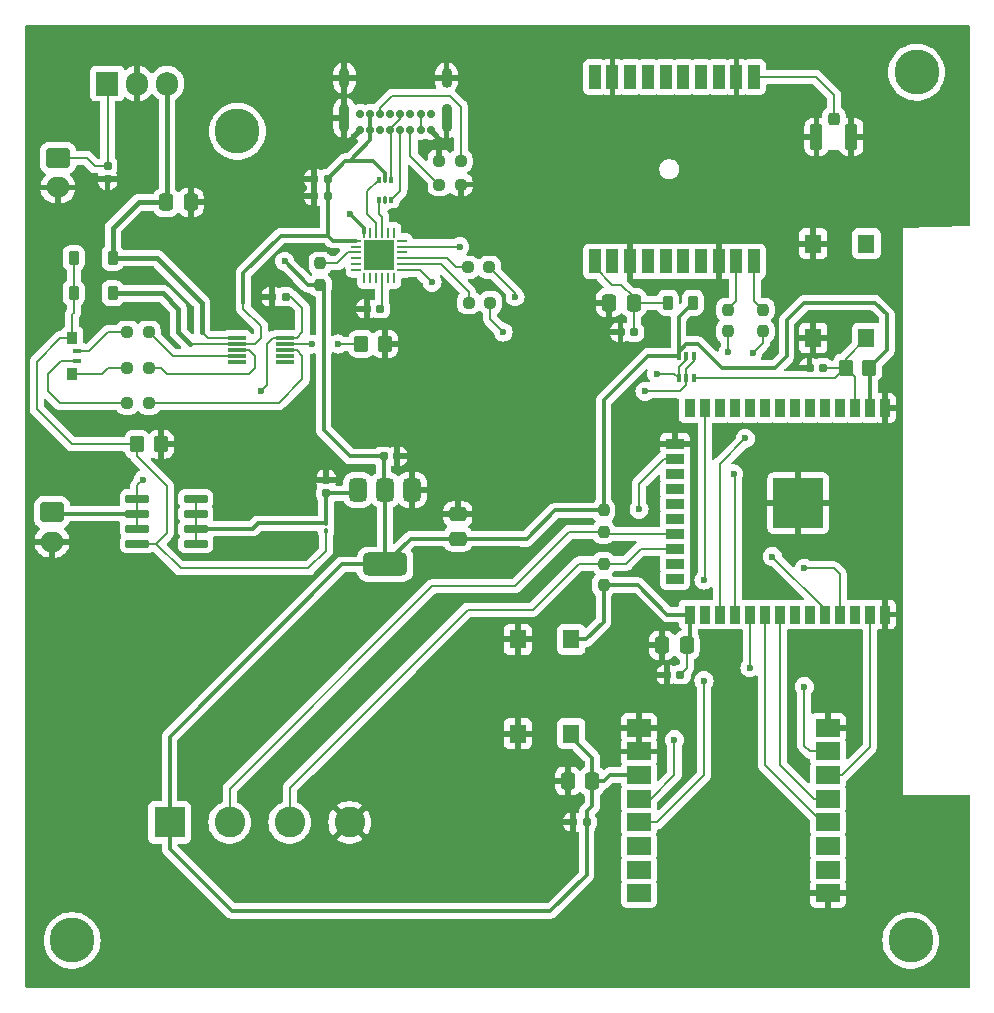
<source format=gbr>
%TF.GenerationSoftware,KiCad,Pcbnew,8.0.4*%
%TF.CreationDate,2024-11-13T20:29:26+01:00*%
%TF.ProjectId,plant,706c616e-742e-46b6-9963-61645f706362,rev?*%
%TF.SameCoordinates,Original*%
%TF.FileFunction,Copper,L1,Top*%
%TF.FilePolarity,Positive*%
%FSLAX46Y46*%
G04 Gerber Fmt 4.6, Leading zero omitted, Abs format (unit mm)*
G04 Created by KiCad (PCBNEW 8.0.4) date 2024-11-13 20:29:26*
%MOMM*%
%LPD*%
G01*
G04 APERTURE LIST*
G04 Aperture macros list*
%AMRoundRect*
0 Rectangle with rounded corners*
0 $1 Rounding radius*
0 $2 $3 $4 $5 $6 $7 $8 $9 X,Y pos of 4 corners*
0 Add a 4 corners polygon primitive as box body*
4,1,4,$2,$3,$4,$5,$6,$7,$8,$9,$2,$3,0*
0 Add four circle primitives for the rounded corners*
1,1,$1+$1,$2,$3*
1,1,$1+$1,$4,$5*
1,1,$1+$1,$6,$7*
1,1,$1+$1,$8,$9*
0 Add four rect primitives between the rounded corners*
20,1,$1+$1,$2,$3,$4,$5,0*
20,1,$1+$1,$4,$5,$6,$7,0*
20,1,$1+$1,$6,$7,$8,$9,0*
20,1,$1+$1,$8,$9,$2,$3,0*%
G04 Aperture macros list end*
%TA.AperFunction,SMDPad,CuDef*%
%ADD10R,1.512799X0.330200*%
%TD*%
%TA.AperFunction,SMDPad,CuDef*%
%ADD11R,0.990600X2.006600*%
%TD*%
%TA.AperFunction,SMDPad,CuDef*%
%ADD12RoundRect,0.225000X-0.225000X-0.375000X0.225000X-0.375000X0.225000X0.375000X-0.225000X0.375000X0*%
%TD*%
%TA.AperFunction,ComponentPad*%
%ADD13C,3.800000*%
%TD*%
%TA.AperFunction,SMDPad,CuDef*%
%ADD14RoundRect,0.237500X-0.250000X-0.237500X0.250000X-0.237500X0.250000X0.237500X-0.250000X0.237500X0*%
%TD*%
%TA.AperFunction,SMDPad,CuDef*%
%ADD15RoundRect,0.250000X0.350000X0.450000X-0.350000X0.450000X-0.350000X-0.450000X0.350000X-0.450000X0*%
%TD*%
%TA.AperFunction,SMDPad,CuDef*%
%ADD16RoundRect,0.250000X-0.250000X0.275000X-0.250000X-0.275000X0.250000X-0.275000X0.250000X0.275000X0*%
%TD*%
%TA.AperFunction,SMDPad,CuDef*%
%ADD17RoundRect,0.250000X-0.275000X0.850000X-0.275000X-0.850000X0.275000X-0.850000X0.275000X0.850000X0*%
%TD*%
%TA.AperFunction,SMDPad,CuDef*%
%ADD18R,0.900000X1.000000*%
%TD*%
%TA.AperFunction,SMDPad,CuDef*%
%ADD19R,0.800000X0.400000*%
%TD*%
%TA.AperFunction,SMDPad,CuDef*%
%ADD20RoundRect,0.237500X0.237500X-0.250000X0.237500X0.250000X-0.237500X0.250000X-0.237500X-0.250000X0*%
%TD*%
%TA.AperFunction,SMDPad,CuDef*%
%ADD21RoundRect,0.155000X0.212500X0.155000X-0.212500X0.155000X-0.212500X-0.155000X0.212500X-0.155000X0*%
%TD*%
%TA.AperFunction,ComponentPad*%
%ADD22RoundRect,0.250000X-0.750000X0.600000X-0.750000X-0.600000X0.750000X-0.600000X0.750000X0.600000X0*%
%TD*%
%TA.AperFunction,ComponentPad*%
%ADD23O,2.000000X1.700000*%
%TD*%
%TA.AperFunction,SMDPad,CuDef*%
%ADD24RoundRect,0.237500X-0.237500X0.250000X-0.237500X-0.250000X0.237500X-0.250000X0.237500X0.250000X0*%
%TD*%
%TA.AperFunction,SMDPad,CuDef*%
%ADD25RoundRect,0.218750X-0.218750X-0.381250X0.218750X-0.381250X0.218750X0.381250X-0.218750X0.381250X0*%
%TD*%
%TA.AperFunction,SMDPad,CuDef*%
%ADD26RoundRect,0.375000X-0.375000X0.625000X-0.375000X-0.625000X0.375000X-0.625000X0.375000X0.625000X0*%
%TD*%
%TA.AperFunction,SMDPad,CuDef*%
%ADD27RoundRect,0.500000X-1.400000X0.500000X-1.400000X-0.500000X1.400000X-0.500000X1.400000X0.500000X0*%
%TD*%
%TA.AperFunction,SMDPad,CuDef*%
%ADD28R,1.400000X1.600000*%
%TD*%
%TA.AperFunction,SMDPad,CuDef*%
%ADD29RoundRect,0.250000X-0.337500X-0.475000X0.337500X-0.475000X0.337500X0.475000X-0.337500X0.475000X0*%
%TD*%
%TA.AperFunction,SMDPad,CuDef*%
%ADD30RoundRect,0.062500X-0.062500X0.350000X-0.062500X-0.350000X0.062500X-0.350000X0.062500X0.350000X0*%
%TD*%
%TA.AperFunction,SMDPad,CuDef*%
%ADD31RoundRect,0.062500X-0.350000X0.062500X-0.350000X-0.062500X0.350000X-0.062500X0.350000X0.062500X0*%
%TD*%
%TA.AperFunction,HeatsinkPad*%
%ADD32R,2.600000X2.600000*%
%TD*%
%TA.AperFunction,SMDPad,CuDef*%
%ADD33RoundRect,0.093750X0.093750X-0.156250X0.093750X0.156250X-0.093750X0.156250X-0.093750X-0.156250X0*%
%TD*%
%TA.AperFunction,SMDPad,CuDef*%
%ADD34RoundRect,0.075000X0.075000X-0.250000X0.075000X0.250000X-0.075000X0.250000X-0.075000X-0.250000X0*%
%TD*%
%TA.AperFunction,SMDPad,CuDef*%
%ADD35RoundRect,0.155000X-0.212500X-0.155000X0.212500X-0.155000X0.212500X0.155000X-0.212500X0.155000X0*%
%TD*%
%TA.AperFunction,SMDPad,CuDef*%
%ADD36RoundRect,0.250000X0.337500X0.475000X-0.337500X0.475000X-0.337500X-0.475000X0.337500X-0.475000X0*%
%TD*%
%TA.AperFunction,SMDPad,CuDef*%
%ADD37RoundRect,0.075000X-0.910000X-0.225000X0.910000X-0.225000X0.910000X0.225000X-0.910000X0.225000X0*%
%TD*%
%TA.AperFunction,SMDPad,CuDef*%
%ADD38RoundRect,0.100000X0.100000X-0.225000X0.100000X0.225000X-0.100000X0.225000X-0.100000X-0.225000X0*%
%TD*%
%TA.AperFunction,SMDPad,CuDef*%
%ADD39RoundRect,0.155000X0.155000X-0.212500X0.155000X0.212500X-0.155000X0.212500X-0.155000X-0.212500X0*%
%TD*%
%TA.AperFunction,SMDPad,CuDef*%
%ADD40R,2.000000X1.500000*%
%TD*%
%TA.AperFunction,SMDPad,CuDef*%
%ADD41RoundRect,0.237500X0.250000X0.237500X-0.250000X0.237500X-0.250000X-0.237500X0.250000X-0.237500X0*%
%TD*%
%TA.AperFunction,ComponentPad*%
%ADD42R,1.905000X2.000000*%
%TD*%
%TA.AperFunction,ComponentPad*%
%ADD43O,1.905000X2.000000*%
%TD*%
%TA.AperFunction,SMDPad,CuDef*%
%ADD44RoundRect,0.250000X0.475000X-0.337500X0.475000X0.337500X-0.475000X0.337500X-0.475000X-0.337500X0*%
%TD*%
%TA.AperFunction,SMDPad,CuDef*%
%ADD45R,0.900000X1.500000*%
%TD*%
%TA.AperFunction,SMDPad,CuDef*%
%ADD46R,1.500000X0.900000*%
%TD*%
%TA.AperFunction,SMDPad,CuDef*%
%ADD47R,1.050000X1.050000*%
%TD*%
%TA.AperFunction,HeatsinkPad*%
%ADD48C,0.600000*%
%TD*%
%TA.AperFunction,SMDPad,CuDef*%
%ADD49R,4.200000X4.200000*%
%TD*%
%TA.AperFunction,SMDPad,CuDef*%
%ADD50RoundRect,0.155000X-0.155000X0.212500X-0.155000X-0.212500X0.155000X-0.212500X0.155000X0.212500X0*%
%TD*%
%TA.AperFunction,ComponentPad*%
%ADD51C,0.700000*%
%TD*%
%TA.AperFunction,ComponentPad*%
%ADD52O,0.900000X2.400000*%
%TD*%
%TA.AperFunction,ComponentPad*%
%ADD53O,0.900000X1.700000*%
%TD*%
%TA.AperFunction,ComponentPad*%
%ADD54R,2.600000X2.600000*%
%TD*%
%TA.AperFunction,ComponentPad*%
%ADD55C,2.600000*%
%TD*%
%TA.AperFunction,SMDPad,CuDef*%
%ADD56RoundRect,0.250000X-0.350000X-0.450000X0.350000X-0.450000X0.350000X0.450000X-0.350000X0.450000X0*%
%TD*%
%TA.AperFunction,SMDPad,CuDef*%
%ADD57RoundRect,0.100000X-0.100000X0.130000X-0.100000X-0.130000X0.100000X-0.130000X0.100000X0.130000X0*%
%TD*%
%TA.AperFunction,ViaPad*%
%ADD58C,0.600000*%
%TD*%
%TA.AperFunction,Conductor*%
%ADD59C,0.300000*%
%TD*%
%TA.AperFunction,Conductor*%
%ADD60C,0.200000*%
%TD*%
%TA.AperFunction,Conductor*%
%ADD61C,0.400000*%
%TD*%
G04 APERTURE END LIST*
D10*
%TO.P,U6,1,VAC*%
%TO.N,+5V_cell*%
X68161550Y-51293749D03*
%TO.P,U6,2,VUSB*%
%TO.N,+5V_USB*%
X68161550Y-51793751D03*
%TO.P,U6,3,STAT1*%
%TO.N,Net-(U6-STAT1)*%
X68161550Y-52293750D03*
%TO.P,U6,4,STAT2*%
%TO.N,Net-(U6-STAT2)*%
X68161550Y-52793749D03*
%TO.P,U6,5,VSS*%
%TO.N,GND*%
X68161550Y-53293751D03*
%TO.P,U6,6,PROG1*%
%TO.N,unconnected-(U6-PROG1-Pad6)*%
X72250950Y-53293751D03*
%TO.P,U6,7,PROG2*%
%TO.N,unconnected-(U6-PROG2-Pad7)*%
X72250950Y-52793749D03*
%TO.P,U6,8,\u002APG*%
%TO.N,Net-(U6-\u002APG)*%
X72250950Y-52293750D03*
%TO.P,U6,9,THERM*%
%TO.N,Net-(U6-THERM)*%
X72250950Y-51793751D03*
%TO.P,U6,10,VBAT*%
%TO.N,Net-(J2-Pin_1)*%
X72250950Y-51293749D03*
%TD*%
D11*
%TO.P,U4,1,VCC*%
%TO.N,Net-(U4-VCC)*%
X98456251Y-44793750D03*
%TO.P,U4,2,NRESET*%
%TO.N,unconnected-(U4-NRESET-Pad2)*%
X99956250Y-44793750D03*
%TO.P,U4,3,GND*%
%TO.N,GND*%
X101456250Y-44793750D03*
%TO.P,U4,4,VBACKUP*%
%TO.N,unconnected-(U4-VBACKUP-Pad4)*%
X102956249Y-44793750D03*
%TO.P,U4,5,3D-FIX*%
%TO.N,unconnected-(U4-3D-FIX-Pad5)*%
X104456249Y-44793750D03*
%TO.P,U4,6,NC*%
%TO.N,unconnected-(U4-NC-Pad6)*%
X105956248Y-44793750D03*
%TO.P,U4,7,NC*%
%TO.N,unconnected-(U4-NC-Pad7)*%
X107456251Y-44793750D03*
%TO.P,U4,8,GND*%
%TO.N,GND*%
X108956250Y-44793750D03*
%TO.P,U4,9,TX0*%
%TO.N,Net-(U4-TX0)*%
X110456250Y-44793750D03*
%TO.P,U4,10,RX0*%
%TO.N,Net-(U4-RX0)*%
X111956249Y-44793750D03*
%TO.P,U4,11,EX_ANT*%
%TO.N,Net-(J5-In)*%
X111956249Y-29193750D03*
%TO.P,U4,12,GND*%
%TO.N,GND*%
X110456250Y-29193750D03*
%TO.P,U4,13,1PPS*%
%TO.N,unconnected-(U4-1PPS-Pad13)*%
X108956250Y-29193750D03*
%TO.P,U4,14,RTCM(I2C_SCL)*%
%TO.N,unconnected-(U4-RTCM(I2C_SCL)-Pad14)*%
X107456251Y-29193750D03*
%TO.P,U4,15,TX1(I2C_SDA)*%
%TO.N,unconnected-(U4-TX1(I2C_SDA)-Pad15)*%
X105956251Y-29193750D03*
%TO.P,U4,16,NC*%
%TO.N,unconnected-(U4-NC-Pad16)*%
X104456252Y-29193750D03*
%TO.P,U4,17,NC*%
%TO.N,unconnected-(U4-NC-Pad17)*%
X102956249Y-29193750D03*
%TO.P,U4,18,NC*%
%TO.N,unconnected-(U4-NC-Pad18)*%
X101456250Y-29193750D03*
%TO.P,U4,19,GND*%
%TO.N,GND*%
X99956250Y-29193750D03*
%TO.P,U4,20,NC*%
%TO.N,unconnected-(U4-NC-Pad20)*%
X98456251Y-29193750D03*
%TD*%
D12*
%TO.P,D2,1,K*%
%TO.N,Net-(D1-K)*%
X54350000Y-47500000D03*
%TO.P,D2,2,A*%
%TO.N,+5V_USB*%
X57650000Y-47500000D03*
%TD*%
D13*
%TO.P,H3,1,1*%
%TO.N,unconnected-(H3-Pad1)*%
X54206250Y-102293750D03*
%TD*%
D14*
%TO.P,R10,1*%
%TO.N,Net-(D3-G)*%
X58881250Y-50793750D03*
%TO.P,R10,2*%
%TO.N,Net-(U6-STAT2)*%
X60706250Y-50793750D03*
%TD*%
D13*
%TO.P,H2,1,1*%
%TO.N,unconnected-(H2-Pad1)*%
X125706250Y-28793750D03*
%TD*%
D15*
%TO.P,R1,1*%
%TO.N,+3.3V*%
X121706250Y-53793750D03*
%TO.P,R1,2*%
%TO.N,EN*%
X119706250Y-53793750D03*
%TD*%
D16*
%TO.P,J5,1,In*%
%TO.N,Net-(J5-In)*%
X118706250Y-32743750D03*
D17*
%TO.P,J5,2,Ext*%
%TO.N,GND*%
X120181250Y-34268750D03*
X117231250Y-34268750D03*
%TD*%
D18*
%TO.P,D3,1,R*%
%TO.N,Net-(D3-R)*%
X54206250Y-54293750D03*
%TO.P,D3,2,A*%
%TO.N,Net-(D1-K)*%
X54206250Y-51293750D03*
D19*
%TO.P,D3,3,G*%
%TO.N,Net-(D3-G)*%
X54656250Y-52393750D03*
%TO.P,D3,4,B*%
%TO.N,Net-(D3-B)*%
X54656250Y-53193750D03*
%TD*%
D20*
%TO.P,R14,1*%
%TO.N,+3.3V*%
X99206250Y-72206250D03*
%TO.P,R14,2*%
%TO.N,SCL*%
X99206250Y-70381250D03*
%TD*%
D21*
%TO.P,C11,1*%
%TO.N,Net-(J2-Pin_1)*%
X72273750Y-47793750D03*
%TO.P,C11,2*%
%TO.N,GND*%
X71138750Y-47793750D03*
%TD*%
D22*
%TO.P,J3,1,Pin_1*%
%TO.N,Net-(J3-Pin_1)*%
X53006250Y-36043750D03*
D23*
%TO.P,J3,2,Pin_2*%
%TO.N,GND*%
X53006250Y-38543750D03*
%TD*%
D24*
%TO.P,R6,1*%
%TO.N,Net-(U1-~{RST})*%
X75206250Y-44968750D03*
%TO.P,R6,2*%
%TO.N,+3.3V*%
X75206250Y-46793750D03*
%TD*%
D25*
%TO.P,FB1,1*%
%TO.N,Net-(U4-VCC)*%
X104643750Y-48293750D03*
%TO.P,FB1,2*%
%TO.N,+3.3V*%
X106768750Y-48293750D03*
%TD*%
D21*
%TO.P,C6,1*%
%TO.N,Net-(U4-VCC)*%
X101773750Y-50793750D03*
%TO.P,C6,2*%
%TO.N,GND*%
X100638750Y-50793750D03*
%TD*%
D14*
%TO.P,R7,1*%
%TO.N,Net-(U1-TXD)*%
X87706250Y-45293750D03*
%TO.P,R7,2*%
%TO.N,RX*%
X89531250Y-45293750D03*
%TD*%
D24*
%TO.P,R15,1*%
%TO.N,+3.3V*%
X99206250Y-65881250D03*
%TO.P,R15,2*%
%TO.N,SDA*%
X99206250Y-67706250D03*
%TD*%
D26*
%TO.P,U8,1,GND*%
%TO.N,GND*%
X83006250Y-64143750D03*
%TO.P,U8,2,VO*%
%TO.N,+3.3V*%
X80706250Y-64143750D03*
D27*
X80706250Y-70443750D03*
D26*
%TO.P,U8,3,VI*%
%TO.N,+5V*%
X78406250Y-64143750D03*
%TD*%
D28*
%TO.P,SW3,1,1*%
%TO.N,+3.3V*%
X96456250Y-76793750D03*
X96456250Y-84793750D03*
%TO.P,SW3,2,2*%
%TO.N,GND*%
X91956250Y-76793750D03*
X91956250Y-84793750D03*
%TD*%
D29*
%TO.P,C15,1*%
%TO.N,+5V_cell*%
X62168750Y-39793750D03*
%TO.P,C15,2*%
%TO.N,GND*%
X64243750Y-39793750D03*
%TD*%
D30*
%TO.P,U1,1,~{RI}*%
%TO.N,unconnected-(U1-~{RI}-Pad1)*%
X81456250Y-42356250D03*
%TO.P,U1,2,GND*%
%TO.N,GND*%
X80956250Y-42356250D03*
%TO.P,U1,3,D+*%
%TO.N,Net-(U1-D+)*%
X80456250Y-42356250D03*
%TO.P,U1,4,D-*%
%TO.N,Net-(U1-D-)*%
X79956250Y-42356250D03*
%TO.P,U1,5,VIO*%
%TO.N,unconnected-(U1-VIO-Pad5)*%
X79456250Y-42356250D03*
%TO.P,U1,6,VDD*%
%TO.N,+3.3V*%
X78956250Y-42356250D03*
D31*
%TO.P,U1,7,REGIN*%
%TO.N,+5V_USB*%
X78268750Y-43043750D03*
%TO.P,U1,8,VBUS*%
X78268750Y-43543750D03*
%TO.P,U1,9,~{RST}*%
%TO.N,Net-(U1-~{RST})*%
X78268750Y-44043750D03*
%TO.P,U1,10,NC*%
%TO.N,unconnected-(U1-NC-Pad10)*%
X78268750Y-44543750D03*
%TO.P,U1,11,GPIO.3*%
%TO.N,unconnected-(U1-GPIO.3-Pad11)*%
X78268750Y-45043750D03*
%TO.P,U1,12,RS485/GPIO.2*%
%TO.N,unconnected-(U1-RS485{slash}GPIO.2-Pad12)*%
X78268750Y-45543750D03*
D30*
%TO.P,U1,13,RXT/GPIO.1*%
%TO.N,unconnected-(U1-RXT{slash}GPIO.1-Pad13)*%
X78956250Y-46231250D03*
%TO.P,U1,14,TXT/GPIO.0*%
%TO.N,unconnected-(U1-TXT{slash}GPIO.0-Pad14)*%
X79456250Y-46231250D03*
%TO.P,U1,15,~{SUSPEND}*%
%TO.N,unconnected-(U1-~{SUSPEND}-Pad15)*%
X79956250Y-46231250D03*
%TO.P,U1,16,VPP*%
%TO.N,Net-(U1-VPP)*%
X80456250Y-46231250D03*
%TO.P,U1,17,SUSPEND*%
%TO.N,unconnected-(U1-SUSPEND-Pad17)*%
X80956250Y-46231250D03*
%TO.P,U1,18,~{CTS}*%
%TO.N,unconnected-(U1-~{CTS}-Pad18)*%
X81456250Y-46231250D03*
D31*
%TO.P,U1,19,~{RTS}*%
%TO.N,RTS*%
X82143750Y-45543750D03*
%TO.P,U1,20,RXD*%
%TO.N,Net-(U1-RXD)*%
X82143750Y-45043750D03*
%TO.P,U1,21,TXD*%
%TO.N,Net-(U1-TXD)*%
X82143750Y-44543750D03*
%TO.P,U1,22,~{DSR}*%
%TO.N,unconnected-(U1-~{DSR}-Pad22)*%
X82143750Y-44043750D03*
%TO.P,U1,23,~{DTR}*%
%TO.N,DTR*%
X82143750Y-43543750D03*
%TO.P,U1,24,~{DCD}*%
%TO.N,unconnected-(U1-~{DCD}-Pad24)*%
X82143750Y-43043750D03*
D32*
%TO.P,U1,25,GND*%
%TO.N,GND*%
X80206250Y-44293750D03*
%TD*%
D21*
%TO.P,C12,1*%
%TO.N,Net-(U1-VPP)*%
X80273750Y-48793750D03*
%TO.P,C12,2*%
%TO.N,GND*%
X79138750Y-48793750D03*
%TD*%
D33*
%TO.P,U5,1,I/O1*%
%TO.N,Net-(U1-D+)*%
X80168750Y-39568750D03*
D34*
%TO.P,U5,2,GND*%
%TO.N,GND*%
X80706250Y-39643750D03*
D33*
%TO.P,U5,3,I/O2*%
%TO.N,Net-(J1-D+-PadA6)*%
X81243750Y-39568750D03*
%TO.P,U5,4,I/O2*%
%TO.N,Net-(J1-D--PadA7)*%
X81243750Y-37868750D03*
D34*
%TO.P,U5,5,VBUS*%
%TO.N,+5V_USB*%
X80706250Y-37793750D03*
D33*
%TO.P,U5,6,I/O1*%
%TO.N,Net-(U1-D-)*%
X80168750Y-37868750D03*
%TD*%
D35*
%TO.P,C17,1*%
%TO.N,+3.3V*%
X80571250Y-61293750D03*
%TO.P,C17,2*%
%TO.N,GND*%
X81706250Y-61293750D03*
%TD*%
D21*
%TO.P,C7,1*%
%TO.N,+3.3V*%
X105706250Y-79793750D03*
%TO.P,C7,2*%
%TO.N,GND*%
X104571250Y-79793750D03*
%TD*%
D36*
%TO.P,C8,1*%
%TO.N,+3.3V*%
X106243750Y-77293750D03*
%TO.P,C8,2*%
%TO.N,GND*%
X104168750Y-77293750D03*
%TD*%
D37*
%TO.P,Q2,1,S*%
%TO.N,Net-(J2-Pin_1)*%
X59731250Y-64888750D03*
%TO.P,Q2,2,S*%
X59731250Y-66158750D03*
%TO.P,Q2,3,S*%
X59731250Y-67428750D03*
%TO.P,Q2,4,G*%
%TO.N,Net-(D1-K)*%
X59731250Y-68698750D03*
%TO.P,Q2,5,D*%
%TO.N,+5V*%
X64681250Y-68698750D03*
%TO.P,Q2,6,D*%
X64681250Y-67428750D03*
%TO.P,Q2,7,D*%
X64681250Y-66158750D03*
%TO.P,Q2,8,D*%
X64681250Y-64888750D03*
%TD*%
D38*
%TO.P,Q1,1,E1*%
%TO.N,DTR*%
X105556250Y-54693750D03*
%TO.P,Q1,2,B1*%
%TO.N,RTS*%
X106206250Y-54693750D03*
%TO.P,Q1,3,C2*%
%TO.N,EN*%
X106856250Y-54693750D03*
%TO.P,Q1,4,E2*%
%TO.N,RTS*%
X106856250Y-52793750D03*
%TO.P,Q1,5,B2*%
%TO.N,DTR*%
X106206250Y-52793750D03*
%TO.P,Q1,6,C1*%
%TO.N,+3.3V*%
X105556250Y-52793750D03*
%TD*%
D39*
%TO.P,C16,1*%
%TO.N,+5V*%
X75706250Y-64428750D03*
%TO.P,C16,2*%
%TO.N,GND*%
X75706250Y-63293750D03*
%TD*%
D13*
%TO.P,H4,1,1*%
%TO.N,unconnected-(H4-Pad1)*%
X125206250Y-102293750D03*
%TD*%
D40*
%TO.P,U2,1,GND*%
%TO.N,GND*%
X102206250Y-84293750D03*
%TO.P,U2,2,GND*%
X102206250Y-86293750D03*
%TO.P,U2,3,VDD*%
%TO.N,+3.3V*%
X102206250Y-88293750D03*
%TO.P,U2,4,~{RESET}*%
%TO.N,rst*%
X102206250Y-90293750D03*
%TO.P,U2,5,DIO0*%
%TO.N,DIO0*%
X102206250Y-92293750D03*
%TO.P,U2,6,DIO1*%
%TO.N,unconnected-(U2-DIO1-Pad6)*%
X102206250Y-94293750D03*
%TO.P,U2,7,DIO2*%
%TO.N,unconnected-(U2-DIO2-Pad7)*%
X102206250Y-96293750D03*
%TO.P,U2,8,DIO3*%
%TO.N,unconnected-(U2-DIO3-Pad8)*%
X102206250Y-98293750D03*
%TO.P,U2,9,GND*%
%TO.N,GND*%
X118206250Y-98293750D03*
%TO.P,U2,10,DIO4*%
%TO.N,unconnected-(U2-DIO4-Pad10)*%
X118206250Y-96293750D03*
%TO.P,U2,11,DIO5*%
%TO.N,unconnected-(U2-DIO5-Pad11)*%
X118206250Y-94293750D03*
%TO.P,U2,12,SCK*%
%TO.N,CLK*%
X118206250Y-92293750D03*
%TO.P,U2,13,MISO*%
%TO.N,MISO*%
X118206250Y-90293750D03*
%TO.P,U2,14,MOSI*%
%TO.N,MOSI*%
X118206250Y-88293750D03*
%TO.P,U2,15,~{NSS}*%
%TO.N,CS*%
X118206250Y-86293750D03*
%TO.P,U2,16,GND*%
%TO.N,GND*%
X118206250Y-84293750D03*
%TD*%
D22*
%TO.P,J2,1,Pin_1*%
%TO.N,Net-(J2-Pin_1)*%
X52506250Y-66043750D03*
D23*
%TO.P,J2,2,Pin_2*%
%TO.N,GND*%
X52506250Y-68543750D03*
%TD*%
D14*
%TO.P,R11,1*%
%TO.N,Net-(D3-B)*%
X58881250Y-56793750D03*
%TO.P,R11,2*%
%TO.N,Net-(U6-\u002APG)*%
X60706250Y-56793750D03*
%TD*%
D13*
%TO.P,H1,1,1*%
%TO.N,unconnected-(H1-Pad1)*%
X68206250Y-33793750D03*
%TD*%
D20*
%TO.P,R2,1*%
%TO.N,RX_GPS*%
X109706250Y-50706250D03*
%TO.P,R2,2*%
%TO.N,Net-(U4-TX0)*%
X109706250Y-48881250D03*
%TD*%
D28*
%TO.P,SW4,1,1*%
%TO.N,GND*%
X116956250Y-51293750D03*
X116956250Y-43293750D03*
%TO.P,SW4,2,2*%
%TO.N,EN*%
X121456250Y-51293750D03*
X121456250Y-43293750D03*
%TD*%
D36*
%TO.P,C1,1*%
%TO.N,+3.3V*%
X98243750Y-88793750D03*
%TO.P,C1,2*%
%TO.N,GND*%
X96168750Y-88793750D03*
%TD*%
D21*
%TO.P,C2,1*%
%TO.N,+3.3V*%
X97773750Y-92293750D03*
%TO.P,C2,2*%
%TO.N,GND*%
X96638750Y-92293750D03*
%TD*%
D36*
%TO.P,C5,1*%
%TO.N,Net-(U4-VCC)*%
X101743750Y-48293750D03*
%TO.P,C5,2*%
%TO.N,GND*%
X99668750Y-48293750D03*
%TD*%
D41*
%TO.P,R4,1*%
%TO.N,Net-(J1-CC2)*%
X87118750Y-36293750D03*
%TO.P,R4,2*%
%TO.N,GND*%
X85293750Y-36293750D03*
%TD*%
D21*
%TO.P,C3,1*%
%TO.N,EN*%
X117773750Y-53793750D03*
%TO.P,C3,2*%
%TO.N,GND*%
X116638750Y-53793750D03*
%TD*%
D12*
%TO.P,D1,1,K*%
%TO.N,Net-(D1-K)*%
X54350000Y-44500000D03*
%TO.P,D1,2,A*%
%TO.N,+5V_cell*%
X57650000Y-44500000D03*
%TD*%
D20*
%TO.P,R3,1*%
%TO.N,TX_GPS*%
X112706250Y-50706250D03*
%TO.P,R3,2*%
%TO.N,Net-(U4-RX0)*%
X112706250Y-48881250D03*
%TD*%
D42*
%TO.P,U7,1,VI*%
%TO.N,Net-(J3-Pin_1)*%
X57166250Y-29738750D03*
D43*
%TO.P,U7,2,GND*%
%TO.N,GND*%
X59706250Y-29738750D03*
%TO.P,U7,3,VO*%
%TO.N,+5V_cell*%
X62246250Y-29738750D03*
%TD*%
D44*
%TO.P,C4,1*%
%TO.N,+3.3V*%
X86871963Y-68285095D03*
%TO.P,C4,2*%
%TO.N,GND*%
X86871963Y-66210095D03*
%TD*%
D45*
%TO.P,U3,1,GND*%
%TO.N,GND*%
X123021250Y-57198750D03*
%TO.P,U3,2,VDD*%
%TO.N,+3.3V*%
X121751250Y-57198750D03*
%TO.P,U3,3,EN*%
%TO.N,EN*%
X120481250Y-57198750D03*
%TO.P,U3,4,SENSOR_VP*%
%TO.N,unconnected-(U3-SENSOR_VP-Pad4)*%
X119211250Y-57198750D03*
%TO.P,U3,5,SENSOR_VN*%
%TO.N,unconnected-(U3-SENSOR_VN-Pad5)*%
X117941250Y-57198750D03*
%TO.P,U3,6,IO34*%
%TO.N,unconnected-(U3-IO34-Pad6)*%
X116671250Y-57198750D03*
%TO.P,U3,7,IO35*%
%TO.N,unconnected-(U3-IO35-Pad7)*%
X115401250Y-57198750D03*
%TO.P,U3,8,IO32*%
%TO.N,unconnected-(U3-IO32-Pad8)*%
X114131250Y-57198750D03*
%TO.P,U3,9,IO33*%
%TO.N,unconnected-(U3-IO33-Pad9)*%
X112861250Y-57198750D03*
%TO.P,U3,10,IO25*%
%TO.N,unconnected-(U3-IO25-Pad10)*%
X111591250Y-57198750D03*
%TO.P,U3,11,IO26*%
%TO.N,unconnected-(U3-IO26-Pad11)*%
X110321250Y-57198750D03*
%TO.P,U3,12,IO27*%
%TO.N,unconnected-(U3-IO27-Pad12)*%
X109051250Y-57198750D03*
%TO.P,U3,13,IO14*%
%TO.N,DIO0*%
X107781250Y-57198750D03*
%TO.P,U3,14,IO12*%
%TO.N,unconnected-(U3-IO12-Pad14)*%
X106511250Y-57198750D03*
D46*
%TO.P,U3,15,GND*%
%TO.N,GND*%
X105261250Y-60238750D03*
%TO.P,U3,16,IO13*%
%TO.N,rst*%
X105261250Y-61508750D03*
%TO.P,U3,17,SHD/SD2*%
%TO.N,unconnected-(U3-SHD{slash}SD2-Pad17)*%
X105261250Y-62778750D03*
%TO.P,U3,18,SWP/SD3*%
%TO.N,unconnected-(U3-SWP{slash}SD3-Pad18)*%
X105261250Y-64048750D03*
%TO.P,U3,19,SCS/CMD*%
%TO.N,unconnected-(U3-SCS{slash}CMD-Pad19)*%
X105261250Y-65318750D03*
%TO.P,U3,20,SCK/CLK*%
%TO.N,unconnected-(U3-SCK{slash}CLK-Pad20)*%
X105261250Y-66588750D03*
%TO.P,U3,21,SDO/SD0*%
%TO.N,SDA*%
X105261250Y-67858750D03*
%TO.P,U3,22,SDI/SD1*%
%TO.N,SCL*%
X105261250Y-69128750D03*
%TO.P,U3,23,IO15*%
%TO.N,unconnected-(U3-IO15-Pad23)*%
X105261250Y-70398750D03*
%TO.P,U3,24,IO2*%
%TO.N,unconnected-(U3-IO2-Pad24)*%
X105261250Y-71668750D03*
D45*
%TO.P,U3,25,IO0*%
%TO.N,+3.3V*%
X106511250Y-74698750D03*
%TO.P,U3,26,IO4*%
%TO.N,unconnected-(U3-IO4-Pad26)*%
X107781250Y-74698750D03*
%TO.P,U3,27,IO16*%
%TO.N,TX_GPS*%
X109051250Y-74698750D03*
%TO.P,U3,28,IO17*%
%TO.N,RX_GPS*%
X110321250Y-74698750D03*
%TO.P,U3,29,IO5*%
%TO.N,CS*%
X111591250Y-74698750D03*
%TO.P,U3,30,IO18*%
%TO.N,CLK*%
X112861250Y-74698750D03*
%TO.P,U3,31,IO19*%
%TO.N,MISO*%
X114131250Y-74698750D03*
%TO.P,U3,32,NC*%
%TO.N,unconnected-(U3-NC-Pad32)*%
X115401250Y-74698750D03*
%TO.P,U3,33,IO21*%
%TO.N,unconnected-(U3-IO21-Pad33)*%
X116671250Y-74698750D03*
%TO.P,U3,34,RXD0/IO3*%
%TO.N,RX*%
X117941250Y-74698750D03*
%TO.P,U3,35,TXD0/IO1*%
%TO.N,TX*%
X119211250Y-74698750D03*
%TO.P,U3,36,IO22*%
%TO.N,unconnected-(U3-IO22-Pad36)*%
X120481250Y-74698750D03*
%TO.P,U3,37,IO23*%
%TO.N,MOSI*%
X121751250Y-74698750D03*
%TO.P,U3,38,GND*%
%TO.N,GND*%
X123021250Y-74698750D03*
D47*
%TO.P,U3,39,GND*%
X117206250Y-63743750D03*
D48*
X116443750Y-63743750D03*
D47*
X115681250Y-63743750D03*
D48*
X114918750Y-63743750D03*
D47*
X114156250Y-63743750D03*
D48*
X117206250Y-64506250D03*
X115681250Y-64506250D03*
X114156250Y-64506250D03*
D47*
X117206250Y-65268750D03*
D48*
X116443750Y-65268750D03*
D47*
X115681250Y-65268750D03*
D49*
X115681250Y-65268750D03*
D48*
X114918750Y-65268750D03*
D47*
X114156250Y-65268750D03*
D48*
X117206250Y-66031250D03*
X115681250Y-66031250D03*
X114156250Y-66031250D03*
D47*
X117206250Y-66793750D03*
D48*
X116443750Y-66793750D03*
D47*
X115681250Y-66793750D03*
D48*
X114918750Y-66793750D03*
D47*
X114156250Y-66793750D03*
%TD*%
D14*
%TO.P,R9,1*%
%TO.N,Net-(D3-R)*%
X58881250Y-53793750D03*
%TO.P,R9,2*%
%TO.N,Net-(U6-STAT1)*%
X60706250Y-53793750D03*
%TD*%
D21*
%TO.P,C10,1*%
%TO.N,+5V_USB*%
X75841250Y-39293750D03*
%TO.P,C10,2*%
%TO.N,GND*%
X74706250Y-39293750D03*
%TD*%
D50*
%TO.P,C13,1*%
%TO.N,Net-(J3-Pin_1)*%
X57206250Y-36726250D03*
%TO.P,C13,2*%
%TO.N,GND*%
X57206250Y-37861250D03*
%TD*%
D14*
%TO.P,R5,1*%
%TO.N,Net-(J1-CC1)*%
X85293750Y-38293750D03*
%TO.P,R5,2*%
%TO.N,GND*%
X87118750Y-38293750D03*
%TD*%
%TO.P,R8,1*%
%TO.N,Net-(U1-RXD)*%
X87793750Y-48293750D03*
%TO.P,R8,2*%
%TO.N,TX*%
X89618750Y-48293750D03*
%TD*%
D51*
%TO.P,J1,A1,GND*%
%TO.N,GND*%
X84556250Y-33643750D03*
%TO.P,J1,A4,VBUS*%
%TO.N,+5V_USB*%
X83706250Y-33643750D03*
%TO.P,J1,A5,CC1*%
%TO.N,Net-(J1-CC1)*%
X82856250Y-33643750D03*
%TO.P,J1,A6,D+*%
%TO.N,Net-(J1-D+-PadA6)*%
X82006250Y-33643750D03*
%TO.P,J1,A7,D-*%
%TO.N,Net-(J1-D--PadA7)*%
X81156250Y-33643750D03*
%TO.P,J1,A8,SBU1*%
%TO.N,unconnected-(J1-SBU1-PadA8)*%
X80306250Y-33643750D03*
%TO.P,J1,A9,VBUS*%
%TO.N,+5V_USB*%
X79456250Y-33643750D03*
%TO.P,J1,A12,GND*%
%TO.N,GND*%
X78606250Y-33643750D03*
%TO.P,J1,B1,GND*%
X78606250Y-32293750D03*
%TO.P,J1,B4,VBUS*%
%TO.N,+5V_USB*%
X79456250Y-32293750D03*
%TO.P,J1,B5,CC2*%
%TO.N,Net-(J1-CC2)*%
X80306250Y-32293750D03*
%TO.P,J1,B6,D+*%
%TO.N,Net-(J1-D+-PadA6)*%
X81156250Y-32293750D03*
%TO.P,J1,B7,D-*%
%TO.N,Net-(J1-D--PadA7)*%
X82006250Y-32293750D03*
%TO.P,J1,B8,SBU2*%
%TO.N,unconnected-(J1-SBU2-PadB8)*%
X82856250Y-32293750D03*
%TO.P,J1,B9,VBUS*%
%TO.N,+5V_USB*%
X83706250Y-32293750D03*
%TO.P,J1,B12,GND*%
%TO.N,GND*%
X84556250Y-32293750D03*
D52*
%TO.P,J1,S1,SHIELD*%
X85906250Y-32663750D03*
D53*
X85906250Y-29283750D03*
D52*
X77256250Y-32663750D03*
D53*
X77256250Y-29283750D03*
%TD*%
D54*
%TO.P,J4,1,Pin_1*%
%TO.N,+3.3V*%
X62466250Y-92293750D03*
D55*
%TO.P,J4,2,Pin_2*%
%TO.N,SDA*%
X67546250Y-92293750D03*
%TO.P,J4,3,Pin_3*%
%TO.N,SCL*%
X72626250Y-92293750D03*
%TO.P,J4,4,Pin_4*%
%TO.N,GND*%
X77706250Y-92293750D03*
%TD*%
D21*
%TO.P,C9,1*%
%TO.N,+5V_USB*%
X75841250Y-37793750D03*
%TO.P,C9,2*%
%TO.N,GND*%
X74706250Y-37793750D03*
%TD*%
D56*
%TO.P,R13,1*%
%TO.N,Net-(U6-THERM)*%
X78706250Y-51793750D03*
%TO.P,R13,2*%
%TO.N,GND*%
X80706250Y-51793750D03*
%TD*%
D57*
%TO.P,D4,1,K*%
%TO.N,+5V*%
X75706250Y-66973750D03*
%TO.P,D4,2,A*%
%TO.N,Net-(D1-K)*%
X75706250Y-67613750D03*
%TD*%
D56*
%TO.P,R12,1*%
%TO.N,Net-(D1-K)*%
X59706250Y-60293750D03*
%TO.P,R12,2*%
%TO.N,GND*%
X61706250Y-60293750D03*
%TD*%
D58*
%TO.N,GND*%
X93000000Y-90000000D03*
X64000000Y-59000000D03*
X122000000Y-98500000D03*
X91500000Y-65500000D03*
X115000000Y-34500000D03*
X123000000Y-60000000D03*
X87000000Y-40500000D03*
X56000000Y-70500000D03*
X123000000Y-72000000D03*
X74000000Y-29500000D03*
X117000000Y-40500000D03*
X89500000Y-29500000D03*
X82500000Y-92500000D03*
X109000000Y-42000000D03*
X87000000Y-63500000D03*
X88500000Y-78500000D03*
X84407142Y-61290659D03*
X101500000Y-42000000D03*
X110500000Y-32500000D03*
X100000000Y-32500000D03*
X93000000Y-80500000D03*
X119500000Y-81500000D03*
X93500000Y-92500000D03*
X81000000Y-29000000D03*
X60000000Y-33500000D03*
X122500000Y-34500000D03*
X81000000Y-54500000D03*
X77500000Y-88500000D03*
X67500000Y-40000000D03*
X91500000Y-88000000D03*
X99000000Y-84500000D03*
%TO.N,Net-(J2-Pin_1)*%
X70206250Y-55793750D03*
X60206250Y-63293750D03*
%TO.N,+3.3V*%
X72206250Y-44793750D03*
X77750535Y-40809574D03*
%TO.N,DTR*%
X103706250Y-54293750D03*
X87034793Y-43561854D03*
%TO.N,RTS*%
X84679711Y-46576359D03*
X102706250Y-55793750D03*
%TO.N,rst*%
X105206250Y-85293750D03*
X102206250Y-65793750D03*
%TO.N,DIO0*%
X107706250Y-80293750D03*
X107706250Y-71793750D03*
%TO.N,CS*%
X116206250Y-80793750D03*
X111594331Y-79214037D03*
%TO.N,RX*%
X113498235Y-69793777D03*
X91706250Y-47793750D03*
%TO.N,TX*%
X116206250Y-70793750D03*
X90706250Y-50793750D03*
%TO.N,TX_GPS*%
X111854413Y-52540531D03*
X111206250Y-59793750D03*
%TO.N,RX_GPS*%
X109728110Y-52513616D03*
X110206250Y-62793750D03*
%TO.N,Net-(U6-THERM)*%
X74500000Y-51793750D03*
X76706250Y-51793750D03*
%TD*%
D59*
%TO.N,+3.3V*%
X80706250Y-64143750D02*
X80706250Y-70443750D01*
D60*
%TO.N,Net-(J5-In)*%
X118706250Y-30706250D02*
X118706250Y-32743750D01*
X117193750Y-29193750D02*
X118706250Y-30706250D01*
X111956249Y-29193750D02*
X117193750Y-29193750D01*
D61*
%TO.N,+5V_USB*%
X61912500Y-47500000D02*
X57650000Y-47500000D01*
D60*
X68706250Y-48793750D02*
X68706250Y-48293750D01*
D59*
X76274874Y-43043750D02*
X78268750Y-43043750D01*
D60*
X65206250Y-51793750D02*
X64206250Y-51793750D01*
D59*
X75841250Y-42610126D02*
X76274874Y-43043750D01*
D61*
X63206250Y-48793750D02*
X61912500Y-47500000D01*
D60*
X65206251Y-51793751D02*
X65206250Y-51793750D01*
D59*
X75841250Y-37793750D02*
X75841250Y-39293750D01*
X68706250Y-45793750D02*
X68706250Y-48293750D01*
X79456250Y-32293750D02*
X79456250Y-33643750D01*
X75841250Y-42610126D02*
X71889874Y-42610126D01*
X75841250Y-39293750D02*
X75841250Y-42610126D01*
X77706250Y-36293750D02*
X77341250Y-36293750D01*
X79456250Y-33643750D02*
X79456250Y-34543750D01*
D61*
X64206250Y-51793750D02*
X63206250Y-50793750D01*
X63206250Y-50793750D02*
X63206250Y-48793750D01*
D60*
X69706249Y-51793751D02*
X70206250Y-51293750D01*
X68161550Y-51793751D02*
X65206251Y-51793751D01*
D59*
X79706250Y-36293750D02*
X77706250Y-36293750D01*
D60*
X83706250Y-33643750D02*
X83706250Y-32293750D01*
X70206250Y-51293750D02*
X70206250Y-50293750D01*
D59*
X80706250Y-37793750D02*
X80706250Y-37293750D01*
D60*
X70206250Y-50293750D02*
X68706250Y-48793750D01*
D59*
X80706250Y-37293750D02*
X79706250Y-36293750D01*
X77341250Y-36293750D02*
X75841250Y-37793750D01*
X71889874Y-42610126D02*
X68706250Y-45793750D01*
X79456250Y-34543750D02*
X77706250Y-36293750D01*
D60*
X68161550Y-51793751D02*
X69706249Y-51793751D01*
%TO.N,Net-(J2-Pin_1)*%
X52621250Y-66158750D02*
X52506250Y-66043750D01*
X73206251Y-51293749D02*
X73706250Y-50793750D01*
X70706250Y-51793750D02*
X70706250Y-55293750D01*
X72755371Y-47793750D02*
X72273750Y-47793750D01*
X59731250Y-64888750D02*
X59731250Y-63768750D01*
X59731250Y-63768750D02*
X60206250Y-63293750D01*
X72250950Y-51293749D02*
X71206251Y-51293749D01*
X59731250Y-67428750D02*
X59731250Y-64888750D01*
X73706250Y-50793750D02*
X73706250Y-48744629D01*
X70706250Y-55293750D02*
X70206250Y-55793750D01*
D59*
X59731250Y-66158750D02*
X52621250Y-66158750D01*
D60*
X73706250Y-48744629D02*
X72755371Y-47793750D01*
X71206251Y-51293749D02*
X70706250Y-51793750D01*
X72250950Y-51293749D02*
X73206251Y-51293749D01*
%TO.N,Net-(J3-Pin_1)*%
X55456250Y-36043750D02*
X53006250Y-36043750D01*
X57206250Y-29778750D02*
X57166250Y-29738750D01*
X56138750Y-36726250D02*
X55456250Y-36043750D01*
X57206250Y-36726250D02*
X57206250Y-29778750D01*
X57206250Y-36726250D02*
X56138750Y-36726250D01*
%TO.N,Net-(D1-K)*%
X75706250Y-69293750D02*
X74206250Y-70793750D01*
X63396250Y-70793750D02*
X61301250Y-68698750D01*
X61301250Y-68698750D02*
X62206250Y-67793750D01*
X51206250Y-57293750D02*
X54206250Y-60293750D01*
X54206250Y-51293750D02*
X53206250Y-51293750D01*
X54350000Y-49150000D02*
X54350000Y-47500000D01*
X54350000Y-44500000D02*
X54350000Y-47500000D01*
X59706250Y-61293750D02*
X59706250Y-60293750D01*
X54206250Y-60293750D02*
X59706250Y-60293750D01*
X59731250Y-68698750D02*
X61301250Y-68698750D01*
X75706250Y-67613750D02*
X75706250Y-69293750D01*
X51206250Y-53293750D02*
X51206250Y-57293750D01*
X53206250Y-51293750D02*
X51206250Y-53293750D01*
X54206250Y-49293750D02*
X54350000Y-49150000D01*
X74206250Y-70793750D02*
X63396250Y-70793750D01*
X54206250Y-49293750D02*
X54206250Y-51293750D01*
X62206250Y-63793750D02*
X59706250Y-61293750D01*
X62206250Y-67793750D02*
X62206250Y-63793750D01*
%TO.N,+5V_cell*%
X66206251Y-51293749D02*
X66206250Y-51293750D01*
D61*
X61412500Y-44500000D02*
X65206250Y-48293750D01*
X62246250Y-29738750D02*
X62246250Y-39716250D01*
X57650000Y-41975070D02*
X57650000Y-44500000D01*
X62168750Y-39793750D02*
X59958777Y-39793750D01*
D60*
X62246250Y-39716250D02*
X62168750Y-39793750D01*
X59958777Y-39793750D02*
X59831320Y-39793750D01*
D61*
X59831320Y-39793750D02*
X57650000Y-41975070D01*
X61412500Y-44500000D02*
X57650000Y-44500000D01*
D60*
X68161550Y-51293749D02*
X66206251Y-51293749D01*
D61*
X65206250Y-48293750D02*
X65206250Y-50793750D01*
D60*
X65706250Y-51293750D02*
X65206250Y-50793750D01*
X66206250Y-51293750D02*
X65706250Y-51293750D01*
%TO.N,Net-(D3-G)*%
X57206250Y-50793750D02*
X58881250Y-50793750D01*
X54656250Y-52393750D02*
X55606250Y-52393750D01*
X55606250Y-52393750D02*
X57206250Y-50793750D01*
%TO.N,Net-(D3-B)*%
X52206250Y-55793750D02*
X53206250Y-56793750D01*
X53306250Y-53193750D02*
X52206250Y-54293750D01*
X52206250Y-54293750D02*
X52206250Y-55793750D01*
X53206250Y-56793750D02*
X58881250Y-56793750D01*
X54656250Y-53193750D02*
X53306250Y-53193750D01*
%TO.N,Net-(D3-R)*%
X56706250Y-54293750D02*
X54206250Y-54293750D01*
X58881250Y-53793750D02*
X57206250Y-53793750D01*
X57206250Y-53793750D02*
X56706250Y-54293750D01*
D59*
%TO.N,+5V*%
X69945516Y-66973750D02*
X75706250Y-66973750D01*
D60*
X64681250Y-67428750D02*
X64681250Y-68698750D01*
D59*
X64681250Y-67428750D02*
X69490516Y-67428750D01*
X69490516Y-67428750D02*
X69945516Y-66973750D01*
X75706250Y-64428750D02*
X75706250Y-66973750D01*
X75706250Y-64428750D02*
X78121250Y-64428750D01*
D60*
X64681250Y-64888750D02*
X64681250Y-67428750D01*
D59*
X78121250Y-64428750D02*
X78406250Y-64143750D01*
D60*
%TO.N,Net-(U4-VCC)*%
X101743750Y-47831250D02*
X100706250Y-46793750D01*
X101773750Y-50793750D02*
X101773750Y-48323750D01*
X104643750Y-48293750D02*
X101743750Y-48293750D01*
X99948251Y-46793750D02*
X98456251Y-45301750D01*
X98456251Y-45301750D02*
X98456251Y-44793750D01*
X101743750Y-48293750D02*
X101743750Y-47831250D01*
X100706250Y-46793750D02*
X99948251Y-46793750D01*
X101773750Y-48323750D02*
X101743750Y-48293750D01*
D59*
%TO.N,+3.3V*%
X62466250Y-92293750D02*
X62466250Y-85033750D01*
X95118750Y-65881250D02*
X92706250Y-68293750D01*
X86871963Y-68285095D02*
X82864905Y-68285095D01*
X99706250Y-88293750D02*
X102206250Y-88293750D01*
X97773750Y-96726250D02*
X97773750Y-92293750D01*
X78956250Y-42015289D02*
X77750535Y-40809574D01*
X92206250Y-68293750D02*
X92197595Y-68285095D01*
X97773750Y-91361250D02*
X98243750Y-90891250D01*
X92706250Y-68293750D02*
X92206250Y-68293750D01*
X74206250Y-46793750D02*
X72206250Y-44793750D01*
X116206250Y-48293750D02*
X114706250Y-49793750D01*
X104611250Y-74698750D02*
X102118750Y-72206250D01*
X80571250Y-61293750D02*
X80571250Y-64008750D01*
X99206250Y-65881250D02*
X95118750Y-65881250D01*
X123206250Y-52293750D02*
X123206250Y-49293750D01*
X80571250Y-61293750D02*
X77706250Y-61293750D01*
X106768750Y-48293750D02*
X105556250Y-49506250D01*
X82864905Y-68285095D02*
X80706250Y-70443750D01*
X92197595Y-68285095D02*
X86871963Y-68285095D01*
X106511250Y-74698750D02*
X104611250Y-74698750D01*
X97773750Y-92293750D02*
X97773750Y-91361250D01*
D60*
X106243750Y-79256250D02*
X105706250Y-79793750D01*
D59*
X122206250Y-48293750D02*
X116206250Y-48293750D01*
D60*
X105556250Y-52443750D02*
X105556250Y-52793750D01*
D59*
X109206250Y-53793750D02*
X107206250Y-51793750D01*
X121751250Y-57198750D02*
X121751250Y-53838750D01*
X80571250Y-64008750D02*
X80706250Y-64143750D01*
X67706250Y-99793750D02*
X94706250Y-99793750D01*
X62466250Y-92293750D02*
X62466250Y-94553750D01*
X77706250Y-61293750D02*
X75500000Y-59087500D01*
X96456250Y-84793750D02*
X96456250Y-85043750D01*
X102118750Y-72206250D02*
X99206250Y-72206250D01*
X98243750Y-90891250D02*
X98243750Y-88793750D01*
X77056250Y-70443750D02*
X80706250Y-70443750D01*
X97706250Y-76793750D02*
X99206250Y-75293750D01*
X75206250Y-46793750D02*
X74206250Y-46793750D01*
X98243750Y-88793750D02*
X99206250Y-88793750D01*
X62466250Y-94553750D02*
X67706250Y-99793750D01*
X102970864Y-52793750D02*
X105556250Y-52793750D01*
X113706250Y-53793750D02*
X109206250Y-53793750D01*
X105556250Y-49506250D02*
X105556250Y-52793750D01*
D60*
X106243750Y-77293750D02*
X106243750Y-79256250D01*
D59*
X98243750Y-86831250D02*
X98243750Y-88793750D01*
X106206250Y-51793750D02*
X105556250Y-52443750D01*
X114706250Y-52793750D02*
X113706250Y-53793750D01*
X78956250Y-42356250D02*
X78956250Y-42015289D01*
X106511250Y-77026250D02*
X106243750Y-77293750D01*
X107206250Y-51793750D02*
X106206250Y-51793750D01*
X99206250Y-65881250D02*
X99206250Y-56558364D01*
X106511250Y-74698750D02*
X106511250Y-77026250D01*
X75500000Y-59087500D02*
X75500000Y-47087500D01*
X99206250Y-56558364D02*
X102970864Y-52793750D01*
X121706250Y-53793750D02*
X123206250Y-52293750D01*
X99206250Y-88793750D02*
X99706250Y-88293750D01*
X96456250Y-76793750D02*
X97706250Y-76793750D01*
D60*
X121751250Y-53838750D02*
X121706250Y-53793750D01*
D59*
X114706250Y-49793750D02*
X114706250Y-52793750D01*
X62466250Y-85033750D02*
X77056250Y-70443750D01*
X94706250Y-99793750D02*
X97773750Y-96726250D01*
X123206250Y-49293750D02*
X122206250Y-48293750D01*
X75500000Y-47087500D02*
X75206250Y-46793750D01*
X96456250Y-85043750D02*
X98243750Y-86831250D01*
X99206250Y-75293750D02*
X99206250Y-72206250D01*
D60*
%TO.N,Net-(J1-CC2)*%
X86206250Y-30793750D02*
X81311276Y-30793750D01*
X80306250Y-31798776D02*
X80306250Y-32293750D01*
X87118750Y-31706250D02*
X86206250Y-30793750D01*
X81311276Y-30793750D02*
X80306250Y-31798776D01*
X87118750Y-36293750D02*
X87118750Y-31706250D01*
%TO.N,Net-(J1-CC1)*%
X82856250Y-33643750D02*
X82856250Y-35856250D01*
X82856250Y-35856250D02*
X85293750Y-38293750D01*
%TO.N,DTR*%
X105600158Y-54649842D02*
X105556250Y-54693750D01*
X105600158Y-53680939D02*
X105600158Y-54649842D01*
X105156250Y-54293750D02*
X103706250Y-54293750D01*
X105556250Y-54693750D02*
X105156250Y-54293750D01*
X106206250Y-52793750D02*
X106206250Y-53118749D01*
X82143750Y-43543750D02*
X87016689Y-43543750D01*
X106206250Y-53118749D02*
X105644060Y-53680939D01*
X105644060Y-53680939D02*
X105600158Y-53680939D01*
X87016689Y-43543750D02*
X87034793Y-43561854D01*
%TO.N,EN*%
X106856250Y-54693750D02*
X118806250Y-54693750D01*
X118806250Y-54693750D02*
X119706250Y-53793750D01*
X119706250Y-53793750D02*
X117773750Y-53793750D01*
X120481250Y-57198750D02*
X120481250Y-54568750D01*
X121456250Y-51293750D02*
X119706250Y-53043750D01*
X119706250Y-53043750D02*
X119706250Y-53793750D01*
X120481250Y-54568750D02*
X119706250Y-53793750D01*
%TO.N,RTS*%
X106856250Y-52793750D02*
X106856250Y-53222336D01*
X106856250Y-53222336D02*
X106206250Y-53872336D01*
X83647102Y-45543750D02*
X82143750Y-45543750D01*
X106206250Y-54693750D02*
X106206250Y-55293750D01*
X84679711Y-46576359D02*
X83647102Y-45543750D01*
X105706250Y-55793750D02*
X102706250Y-55793750D01*
X106206250Y-53872336D02*
X106206250Y-54693750D01*
X106206250Y-55293750D02*
X105706250Y-55793750D01*
%TO.N,Net-(U1-VPP)*%
X80273750Y-48793750D02*
X80456250Y-48611250D01*
X80456250Y-48611250D02*
X80456250Y-46231250D01*
%TO.N,Net-(U1-D+)*%
X80456250Y-42356250D02*
X80456250Y-41043750D01*
X80456250Y-41043750D02*
X80168750Y-40756250D01*
X80168750Y-40756250D02*
X80168750Y-39568750D01*
%TO.N,Net-(U1-~{RST})*%
X78268750Y-44043750D02*
X77595260Y-44043750D01*
X77595260Y-44043750D02*
X76670260Y-44968750D01*
X76670260Y-44968750D02*
X75206250Y-44968750D01*
%TO.N,Net-(U1-RXD)*%
X87793750Y-47381250D02*
X85456250Y-45043750D01*
X87793750Y-48293750D02*
X87793750Y-47381250D01*
X85456250Y-45043750D02*
X82143750Y-45043750D01*
%TO.N,Net-(U1-TXD)*%
X87706250Y-45293750D02*
X86706250Y-45293750D01*
X86706250Y-45293750D02*
X85956250Y-44543750D01*
X85956250Y-44543750D02*
X82143750Y-44543750D01*
%TO.N,Net-(U1-D-)*%
X79206250Y-38831250D02*
X80168750Y-37868750D01*
X79956250Y-41543750D02*
X79206250Y-40793750D01*
X79206250Y-40793750D02*
X79206250Y-38831250D01*
X79956250Y-42356250D02*
X79956250Y-41543750D01*
%TO.N,rst*%
X102206250Y-63613750D02*
X102206250Y-65793750D01*
X102206250Y-90293750D02*
X103206250Y-90293750D01*
X105261250Y-61508750D02*
X104311250Y-61508750D01*
X104311250Y-61508750D02*
X102206250Y-63613750D01*
X103206250Y-90293750D02*
X105206250Y-88293750D01*
X105206250Y-88293750D02*
X105206250Y-85293750D01*
%TO.N,CLK*%
X117706250Y-92293750D02*
X112861250Y-87448750D01*
X112861250Y-87448750D02*
X112861250Y-74698750D01*
X118206250Y-92293750D02*
X117706250Y-92293750D01*
%TO.N,DIO0*%
X103706250Y-92293750D02*
X107706250Y-88293750D01*
X102206250Y-92293750D02*
X103706250Y-92293750D01*
X107781250Y-71718750D02*
X107706250Y-71793750D01*
X107706250Y-88293750D02*
X107706250Y-80293750D01*
X107781250Y-57198750D02*
X107781250Y-71718750D01*
%TO.N,CS*%
X116706250Y-86293750D02*
X116206250Y-85793750D01*
X116206250Y-85793750D02*
X116206250Y-80793750D01*
X118206250Y-86293750D02*
X116706250Y-86293750D01*
X111591250Y-79210956D02*
X111594331Y-79214037D01*
X111591250Y-74698750D02*
X111591250Y-79210956D01*
%TO.N,MISO*%
X117006250Y-90293750D02*
X118206250Y-90293750D01*
X114131250Y-87418750D02*
X117006250Y-90293750D01*
X114131250Y-74698750D02*
X114131250Y-87418750D01*
%TO.N,MOSI*%
X121751250Y-85948750D02*
X119406250Y-88293750D01*
X119406250Y-88293750D02*
X118206250Y-88293750D01*
X121751250Y-74698750D02*
X121751250Y-85948750D01*
%TO.N,RX*%
X117941250Y-74236792D02*
X113498235Y-69793777D01*
X91706250Y-47468750D02*
X89531250Y-45293750D01*
X91706250Y-47793750D02*
X91706250Y-47468750D01*
X117941250Y-74698750D02*
X117941250Y-74236792D01*
%TO.N,TX*%
X119211250Y-74698750D02*
X119211250Y-71298750D01*
X119211250Y-71298750D02*
X118706250Y-70793750D01*
X118706250Y-70793750D02*
X116206250Y-70793750D01*
X90706250Y-50793750D02*
X89618750Y-49706250D01*
X89618750Y-49706250D02*
X89618750Y-48293750D01*
%TO.N,SCL*%
X101118750Y-70381250D02*
X99206250Y-70381250D01*
X72626250Y-89373750D02*
X87706250Y-74293750D01*
X72626250Y-92293750D02*
X72626250Y-89373750D01*
X93206250Y-74293750D02*
X97118750Y-70381250D01*
X105261250Y-69128750D02*
X102371250Y-69128750D01*
X102371250Y-69128750D02*
X101118750Y-70381250D01*
X97118750Y-70381250D02*
X99206250Y-70381250D01*
X87706250Y-74293750D02*
X93206250Y-74293750D01*
%TO.N,TX_GPS*%
X112706250Y-51688694D02*
X111854413Y-52540531D01*
X112706250Y-50706250D02*
X112706250Y-51688694D01*
X111206250Y-59793750D02*
X109051250Y-61948750D01*
X109051250Y-61948750D02*
X109051250Y-74698750D01*
%TO.N,SDA*%
X84706250Y-72293750D02*
X91706250Y-72293750D01*
X91706250Y-72293750D02*
X96293750Y-67706250D01*
X96293750Y-67706250D02*
X99206250Y-67706250D01*
X67546250Y-92293750D02*
X67546250Y-89453750D01*
X67546250Y-89453750D02*
X84706250Y-72293750D01*
X105261250Y-67858750D02*
X99358750Y-67858750D01*
X99358750Y-67858750D02*
X99206250Y-67706250D01*
%TO.N,RX_GPS*%
X110206250Y-62793750D02*
X110321250Y-62908750D01*
X109706250Y-50706250D02*
X109706250Y-52491756D01*
X109706250Y-52491756D02*
X109728110Y-52513616D01*
X110321250Y-62908750D02*
X110321250Y-74698750D01*
%TO.N,Net-(J1-D--PadA7)*%
X82006250Y-32724511D02*
X81156250Y-33574511D01*
X82006250Y-32293750D02*
X82006250Y-32724511D01*
X81243750Y-33731250D02*
X81156250Y-33643750D01*
X81243750Y-37868750D02*
X81243750Y-33731250D01*
X81156250Y-33574511D02*
X81156250Y-33643750D01*
%TO.N,Net-(J1-D+-PadA6)*%
X81976442Y-38605782D02*
X82006250Y-38575974D01*
X81976442Y-38836058D02*
X81976442Y-38605782D01*
X82006250Y-38575974D02*
X82006250Y-33643750D01*
X81243750Y-39568750D02*
X81976442Y-38836058D01*
%TO.N,Net-(U4-TX0)*%
X110456250Y-48131250D02*
X109706250Y-48881250D01*
X110456250Y-44793750D02*
X110456250Y-48131250D01*
%TO.N,Net-(U4-RX0)*%
X111956249Y-48131249D02*
X112706250Y-48881250D01*
X111956249Y-44793750D02*
X111956249Y-48131249D01*
%TO.N,Net-(U6-STAT1)*%
X68161550Y-52293750D02*
X69206250Y-52293750D01*
X69706250Y-53793750D02*
X69206250Y-54293750D01*
X69206250Y-52293750D02*
X69706250Y-52793750D01*
X61706250Y-53793750D02*
X60706250Y-53793750D01*
X69706250Y-52793750D02*
X69706250Y-53793750D01*
X69206250Y-54293750D02*
X62206250Y-54293750D01*
X62206250Y-54293750D02*
X61706250Y-53793750D01*
%TO.N,Net-(U6-STAT2)*%
X68161550Y-52793749D02*
X64206251Y-52793749D01*
X64206251Y-52793749D02*
X64206250Y-52793750D01*
X62706250Y-52793750D02*
X60706250Y-50793750D01*
X64206250Y-52793750D02*
X62706250Y-52793750D01*
%TO.N,Net-(U6-\u002APG)*%
X71706250Y-56793750D02*
X60706250Y-56793750D01*
X73206250Y-52293750D02*
X73706250Y-52793750D01*
X73706250Y-52793750D02*
X73706250Y-54793750D01*
X72250950Y-52293750D02*
X73206250Y-52293750D01*
X73706250Y-54793750D02*
X71706250Y-56793750D01*
%TO.N,Net-(U6-THERM)*%
X74500000Y-51793750D02*
X74499999Y-51793751D01*
X76706250Y-51793750D02*
X78706250Y-51793750D01*
X74499999Y-51793751D02*
X72250950Y-51793751D01*
%TD*%
%TA.AperFunction,Conductor*%
%TO.N,GND*%
G36*
X119889577Y-75930088D02*
G01*
X119923767Y-75942841D01*
X119983377Y-75949250D01*
X120979122Y-75949249D01*
X120979124Y-75949248D01*
X120979137Y-75949248D01*
X121008053Y-75946138D01*
X121013494Y-75945554D01*
X121082253Y-75957958D01*
X121133391Y-76005568D01*
X121150750Y-76068843D01*
X121150750Y-85648652D01*
X121131065Y-85715691D01*
X121114431Y-85736333D01*
X119918430Y-86932333D01*
X119857107Y-86965818D01*
X119787415Y-86960834D01*
X119731482Y-86918962D01*
X119707065Y-86853498D01*
X119706749Y-86844675D01*
X119706749Y-85495878D01*
X119700353Y-85436377D01*
X119700341Y-85436266D01*
X119663081Y-85336368D01*
X119658097Y-85266677D01*
X119663081Y-85249701D01*
X119699847Y-85151126D01*
X119699848Y-85151122D01*
X119706249Y-85091594D01*
X119706250Y-85091577D01*
X119706250Y-84543750D01*
X118080250Y-84543750D01*
X118013211Y-84524065D01*
X117967456Y-84471261D01*
X117956250Y-84419750D01*
X117956250Y-84043750D01*
X118456250Y-84043750D01*
X119706250Y-84043750D01*
X119706250Y-83495922D01*
X119706249Y-83495905D01*
X119699848Y-83436377D01*
X119699846Y-83436370D01*
X119649604Y-83301663D01*
X119649600Y-83301656D01*
X119563440Y-83186562D01*
X119563437Y-83186559D01*
X119448343Y-83100399D01*
X119448336Y-83100395D01*
X119313629Y-83050153D01*
X119313622Y-83050151D01*
X119254094Y-83043750D01*
X118456250Y-83043750D01*
X118456250Y-84043750D01*
X117956250Y-84043750D01*
X117956250Y-83043750D01*
X117158405Y-83043750D01*
X117098877Y-83050151D01*
X117098867Y-83050153D01*
X116974082Y-83096695D01*
X116904391Y-83101679D01*
X116843068Y-83068193D01*
X116809584Y-83006870D01*
X116806750Y-82980513D01*
X116806750Y-81376162D01*
X116826435Y-81309123D01*
X116833805Y-81298847D01*
X116836060Y-81296017D01*
X116836066Y-81296012D01*
X116932039Y-81143272D01*
X116991618Y-80973005D01*
X116991619Y-80972999D01*
X117011815Y-80793753D01*
X117011815Y-80793746D01*
X116991619Y-80614500D01*
X116991618Y-80614495D01*
X116964640Y-80537396D01*
X116932039Y-80444228D01*
X116836066Y-80291488D01*
X116708512Y-80163934D01*
X116555773Y-80067961D01*
X116385504Y-80008381D01*
X116385499Y-80008380D01*
X116206254Y-79988185D01*
X116206246Y-79988185D01*
X116027000Y-80008380D01*
X116026995Y-80008381D01*
X115856726Y-80067961D01*
X115703987Y-80163934D01*
X115576434Y-80291487D01*
X115480461Y-80444226D01*
X115420881Y-80614495D01*
X115420880Y-80614500D01*
X115400685Y-80793746D01*
X115400685Y-80793753D01*
X115420880Y-80972999D01*
X115420881Y-80973004D01*
X115480461Y-81143273D01*
X115576435Y-81296013D01*
X115578695Y-81298847D01*
X115579584Y-81301025D01*
X115580139Y-81301908D01*
X115579984Y-81302005D01*
X115605105Y-81363533D01*
X115605750Y-81376162D01*
X115605750Y-85707080D01*
X115605749Y-85707098D01*
X115605749Y-85872804D01*
X115605748Y-85872804D01*
X115605749Y-85872807D01*
X115646673Y-86025535D01*
X115647985Y-86027807D01*
X115647987Y-86027810D01*
X115647990Y-86027816D01*
X115725727Y-86162462D01*
X115725729Y-86162465D01*
X115725730Y-86162466D01*
X115837534Y-86274270D01*
X115837535Y-86274271D01*
X116337534Y-86774270D01*
X116337536Y-86774271D01*
X116337540Y-86774274D01*
X116459440Y-86844652D01*
X116474466Y-86853327D01*
X116613848Y-86890675D01*
X116673505Y-86927038D01*
X116704034Y-86989885D01*
X116705751Y-87010448D01*
X116705751Y-87091626D01*
X116712159Y-87151234D01*
X116749151Y-87250418D01*
X116754135Y-87320110D01*
X116749151Y-87337082D01*
X116712159Y-87436264D01*
X116712158Y-87436266D01*
X116705751Y-87495866D01*
X116705751Y-87495873D01*
X116705750Y-87495885D01*
X116705750Y-88844653D01*
X116686065Y-88911692D01*
X116633261Y-88957447D01*
X116564103Y-88967391D01*
X116500547Y-88938366D01*
X116494069Y-88932334D01*
X114768069Y-87206334D01*
X114734584Y-87145011D01*
X114731750Y-87118653D01*
X114731750Y-76068843D01*
X114751435Y-76001804D01*
X114804239Y-75956049D01*
X114869004Y-75945554D01*
X114903377Y-75949250D01*
X115899122Y-75949249D01*
X115958733Y-75942841D01*
X115992917Y-75930090D01*
X116062608Y-75925107D01*
X116079577Y-75930088D01*
X116113767Y-75942841D01*
X116173377Y-75949250D01*
X117169122Y-75949249D01*
X117228733Y-75942841D01*
X117262917Y-75930090D01*
X117332608Y-75925107D01*
X117349577Y-75930088D01*
X117383767Y-75942841D01*
X117443377Y-75949250D01*
X118439122Y-75949249D01*
X118498733Y-75942841D01*
X118532917Y-75930090D01*
X118602608Y-75925107D01*
X118619577Y-75930088D01*
X118653767Y-75942841D01*
X118713377Y-75949250D01*
X119709122Y-75949249D01*
X119768733Y-75942841D01*
X119802917Y-75930090D01*
X119872608Y-75925107D01*
X119889577Y-75930088D01*
G37*
%TD.AperFunction*%
%TA.AperFunction,Conductor*%
G36*
X102856571Y-53930501D02*
G01*
X102912504Y-53972373D01*
X102936921Y-54037837D01*
X102930279Y-54087636D01*
X102920883Y-54114488D01*
X102920880Y-54114500D01*
X102900685Y-54293746D01*
X102900685Y-54293753D01*
X102920880Y-54472999D01*
X102920881Y-54473004D01*
X102980461Y-54643273D01*
X103076434Y-54796012D01*
X103121726Y-54841304D01*
X103155211Y-54902627D01*
X103150227Y-54972319D01*
X103108355Y-55028252D01*
X103042891Y-55052669D01*
X102993091Y-55046027D01*
X102885507Y-55008382D01*
X102885499Y-55008380D01*
X102706254Y-54988185D01*
X102706246Y-54988185D01*
X102527000Y-55008380D01*
X102526995Y-55008381D01*
X102356726Y-55067961D01*
X102203987Y-55163934D01*
X102076434Y-55291487D01*
X101980461Y-55444226D01*
X101920881Y-55614495D01*
X101920880Y-55614500D01*
X101900685Y-55793746D01*
X101900685Y-55793753D01*
X101920880Y-55972999D01*
X101920881Y-55973004D01*
X101980461Y-56143273D01*
X102062773Y-56274271D01*
X102076434Y-56296012D01*
X102203988Y-56423566D01*
X102287131Y-56475808D01*
X102354676Y-56518250D01*
X102356728Y-56519539D01*
X102526995Y-56579118D01*
X102527000Y-56579119D01*
X102706246Y-56599315D01*
X102706250Y-56599315D01*
X102706254Y-56599315D01*
X102885499Y-56579119D01*
X102885502Y-56579118D01*
X102885505Y-56579118D01*
X103055772Y-56519539D01*
X103208512Y-56423566D01*
X103208517Y-56423560D01*
X103211347Y-56421305D01*
X103213525Y-56420415D01*
X103214408Y-56419861D01*
X103214505Y-56420015D01*
X103276033Y-56394895D01*
X103288662Y-56394250D01*
X105436750Y-56394250D01*
X105503789Y-56413935D01*
X105549544Y-56466739D01*
X105560750Y-56518250D01*
X105560750Y-57996620D01*
X105560751Y-57996626D01*
X105567158Y-58056233D01*
X105617452Y-58191078D01*
X105617456Y-58191085D01*
X105703702Y-58306294D01*
X105703705Y-58306297D01*
X105818914Y-58392543D01*
X105818921Y-58392547D01*
X105953767Y-58442841D01*
X105953766Y-58442841D01*
X105960694Y-58443585D01*
X106013377Y-58449250D01*
X107009122Y-58449249D01*
X107009124Y-58449248D01*
X107009137Y-58449248D01*
X107038053Y-58446138D01*
X107043494Y-58445554D01*
X107112253Y-58457958D01*
X107163391Y-58505568D01*
X107180750Y-58568843D01*
X107180750Y-71135810D01*
X107161065Y-71202849D01*
X107144431Y-71223491D01*
X107076434Y-71291487D01*
X106980461Y-71444226D01*
X106920881Y-71614495D01*
X106920880Y-71614500D01*
X106900685Y-71793746D01*
X106900685Y-71793753D01*
X106920880Y-71972999D01*
X106920881Y-71973004D01*
X106980461Y-72143273D01*
X107032588Y-72226232D01*
X107076434Y-72296012D01*
X107203988Y-72423566D01*
X107356728Y-72519539D01*
X107479635Y-72562546D01*
X107526995Y-72579118D01*
X107527000Y-72579119D01*
X107706246Y-72599315D01*
X107706250Y-72599315D01*
X107706254Y-72599315D01*
X107885499Y-72579119D01*
X107885502Y-72579118D01*
X107885505Y-72579118D01*
X108055772Y-72519539D01*
X108208512Y-72423566D01*
X108239069Y-72393009D01*
X108300392Y-72359524D01*
X108370084Y-72364508D01*
X108426017Y-72406380D01*
X108450434Y-72471844D01*
X108450750Y-72480690D01*
X108450750Y-73328656D01*
X108431065Y-73395695D01*
X108378261Y-73441450D01*
X108313497Y-73451945D01*
X108279123Y-73448250D01*
X108279115Y-73448250D01*
X107283379Y-73448250D01*
X107283373Y-73448251D01*
X107223768Y-73454658D01*
X107189581Y-73467409D01*
X107119889Y-73472392D01*
X107102919Y-73467409D01*
X107085390Y-73460871D01*
X107068733Y-73454659D01*
X107068732Y-73454658D01*
X107009133Y-73448251D01*
X107009131Y-73448250D01*
X107009123Y-73448250D01*
X107009114Y-73448250D01*
X106013379Y-73448250D01*
X106013373Y-73448251D01*
X105953766Y-73454658D01*
X105818921Y-73504952D01*
X105818914Y-73504956D01*
X105703705Y-73591202D01*
X105703702Y-73591205D01*
X105617456Y-73706414D01*
X105617452Y-73706421D01*
X105567158Y-73841267D01*
X105560751Y-73900866D01*
X105560750Y-73900885D01*
X105560750Y-73924250D01*
X105541065Y-73991289D01*
X105488261Y-74037044D01*
X105436750Y-74048250D01*
X104932058Y-74048250D01*
X104865019Y-74028565D01*
X104844377Y-74011931D01*
X102533424Y-71700977D01*
X102533423Y-71700976D01*
X102533419Y-71700973D01*
X102426877Y-71629785D01*
X102308494Y-71580749D01*
X102308488Y-71580747D01*
X102182821Y-71555750D01*
X102182819Y-71555750D01*
X100133021Y-71555750D01*
X100065982Y-71536065D01*
X100031382Y-71500820D01*
X100031071Y-71501067D01*
X100028778Y-71498167D01*
X100027483Y-71496848D01*
X100026590Y-71495400D01*
X99912621Y-71381431D01*
X99879136Y-71320108D01*
X99884120Y-71250416D01*
X99912621Y-71206069D01*
X99966439Y-71152251D01*
X100026590Y-71092100D01*
X100058322Y-71040654D01*
X100110270Y-70993929D01*
X100163861Y-70981750D01*
X101032081Y-70981750D01*
X101032097Y-70981751D01*
X101039693Y-70981751D01*
X101197804Y-70981751D01*
X101197807Y-70981751D01*
X101350535Y-70940827D01*
X101427098Y-70896623D01*
X101487466Y-70861770D01*
X101599270Y-70749966D01*
X101599270Y-70749964D01*
X101609474Y-70739761D01*
X101609477Y-70739756D01*
X102583666Y-69765569D01*
X102644989Y-69732084D01*
X102671347Y-69729250D01*
X103891156Y-69729250D01*
X103958195Y-69748935D01*
X104003950Y-69801739D01*
X104014445Y-69866502D01*
X104010750Y-69900877D01*
X104010750Y-69900878D01*
X104010750Y-69900882D01*
X104010750Y-70896620D01*
X104010751Y-70896624D01*
X104017158Y-70956231D01*
X104029909Y-70990419D01*
X104034892Y-71060111D01*
X104029909Y-71077081D01*
X104017158Y-71111268D01*
X104011654Y-71162466D01*
X104010751Y-71170873D01*
X104010750Y-71170885D01*
X104010750Y-72166620D01*
X104010751Y-72166626D01*
X104017158Y-72226233D01*
X104067452Y-72361078D01*
X104067456Y-72361085D01*
X104153702Y-72476294D01*
X104153705Y-72476297D01*
X104268914Y-72562543D01*
X104268921Y-72562547D01*
X104403767Y-72612841D01*
X104403766Y-72612841D01*
X104410694Y-72613585D01*
X104463377Y-72619250D01*
X106059122Y-72619249D01*
X106118733Y-72612841D01*
X106253581Y-72562546D01*
X106368796Y-72476296D01*
X106455046Y-72361081D01*
X106505341Y-72226233D01*
X106511750Y-72166623D01*
X106511749Y-71170878D01*
X106505341Y-71111267D01*
X106492590Y-71077082D01*
X106487607Y-71007392D01*
X106492590Y-70990419D01*
X106505341Y-70956233D01*
X106511750Y-70896623D01*
X106511749Y-69900878D01*
X106505341Y-69841267D01*
X106492590Y-69807082D01*
X106487607Y-69737392D01*
X106492588Y-69720422D01*
X106505341Y-69686233D01*
X106511750Y-69626623D01*
X106511749Y-68630878D01*
X106505341Y-68571267D01*
X106492590Y-68537082D01*
X106487607Y-68467392D01*
X106492588Y-68450422D01*
X106505341Y-68416233D01*
X106511750Y-68356623D01*
X106511749Y-67360878D01*
X106505341Y-67301267D01*
X106492590Y-67267082D01*
X106487607Y-67197392D01*
X106492588Y-67180422D01*
X106505341Y-67146233D01*
X106511750Y-67086623D01*
X106511749Y-66090878D01*
X106505341Y-66031267D01*
X106492590Y-65997082D01*
X106487607Y-65927392D01*
X106492590Y-65910419D01*
X106505341Y-65876233D01*
X106511750Y-65816623D01*
X106511749Y-64820878D01*
X106505341Y-64761267D01*
X106492590Y-64727082D01*
X106487607Y-64657392D01*
X106492590Y-64640419D01*
X106505341Y-64606233D01*
X106511750Y-64546623D01*
X106511749Y-63550878D01*
X106505341Y-63491267D01*
X106492590Y-63457082D01*
X106487607Y-63387392D01*
X106492590Y-63370419D01*
X106505341Y-63336233D01*
X106511750Y-63276623D01*
X106511749Y-62280878D01*
X106505341Y-62221267D01*
X106492590Y-62187082D01*
X106487607Y-62117392D01*
X106492588Y-62100422D01*
X106505341Y-62066233D01*
X106511750Y-62006623D01*
X106511749Y-61010878D01*
X106505341Y-60951267D01*
X106492323Y-60916366D01*
X106487340Y-60846676D01*
X106492325Y-60829699D01*
X106504847Y-60796125D01*
X106504848Y-60796122D01*
X106511249Y-60736594D01*
X106511250Y-60736577D01*
X106511250Y-60488750D01*
X104011250Y-60488750D01*
X104011250Y-60736594D01*
X104017651Y-60796122D01*
X104017653Y-60796129D01*
X104030175Y-60829702D01*
X104035159Y-60899393D01*
X104030175Y-60916368D01*
X104016633Y-60952676D01*
X103974762Y-61008610D01*
X103962454Y-61016729D01*
X103942534Y-61028230D01*
X103942531Y-61028232D01*
X101725731Y-63245032D01*
X101725729Y-63245035D01*
X101707493Y-63276622D01*
X101686358Y-63313230D01*
X101675611Y-63331844D01*
X101675609Y-63331846D01*
X101646675Y-63381959D01*
X101646674Y-63381960D01*
X101635132Y-63425036D01*
X101605749Y-63534693D01*
X101605749Y-63534695D01*
X101605749Y-63702796D01*
X101605750Y-63702809D01*
X101605750Y-65211337D01*
X101586065Y-65278376D01*
X101578700Y-65288646D01*
X101576436Y-65291484D01*
X101480461Y-65444226D01*
X101420881Y-65614495D01*
X101420880Y-65614500D01*
X101400685Y-65793746D01*
X101400685Y-65793753D01*
X101420880Y-65972999D01*
X101420881Y-65973004D01*
X101480461Y-66143273D01*
X101503807Y-66180427D01*
X101576434Y-66296012D01*
X101703988Y-66423566D01*
X101856728Y-66519539D01*
X101947882Y-66551435D01*
X102026995Y-66579118D01*
X102027000Y-66579119D01*
X102206246Y-66599315D01*
X102206250Y-66599315D01*
X102206254Y-66599315D01*
X102385499Y-66579119D01*
X102385502Y-66579118D01*
X102385505Y-66579118D01*
X102555772Y-66519539D01*
X102708512Y-66423566D01*
X102836066Y-66296012D01*
X102932039Y-66143272D01*
X102991618Y-65973005D01*
X102993073Y-65960095D01*
X103011815Y-65793753D01*
X103011815Y-65793746D01*
X102991619Y-65614500D01*
X102991618Y-65614495D01*
X102984933Y-65595391D01*
X102932039Y-65444228D01*
X102908186Y-65406267D01*
X102852241Y-65317231D01*
X102836066Y-65291488D01*
X102836064Y-65291486D01*
X102836063Y-65291484D01*
X102833800Y-65288646D01*
X102832909Y-65286465D01*
X102832361Y-65285592D01*
X102832514Y-65285495D01*
X102807394Y-65223959D01*
X102806750Y-65211337D01*
X102806750Y-63913847D01*
X102826435Y-63846808D01*
X102843069Y-63826166D01*
X103298819Y-63370416D01*
X103799071Y-62870163D01*
X103860392Y-62836680D01*
X103930083Y-62841664D01*
X103986017Y-62883536D01*
X104010434Y-62949000D01*
X104010750Y-62957846D01*
X104010750Y-63276619D01*
X104010751Y-63276626D01*
X104017158Y-63336231D01*
X104029909Y-63370419D01*
X104034892Y-63440111D01*
X104029909Y-63457081D01*
X104017159Y-63491267D01*
X104010751Y-63550873D01*
X104010750Y-63550885D01*
X104010750Y-64546620D01*
X104010751Y-64546621D01*
X104017158Y-64606231D01*
X104029909Y-64640419D01*
X104034892Y-64710111D01*
X104029909Y-64727081D01*
X104017158Y-64761268D01*
X104010751Y-64820866D01*
X104010751Y-64820873D01*
X104010750Y-64820885D01*
X104010750Y-65816620D01*
X104010751Y-65816626D01*
X104017158Y-65876231D01*
X104029909Y-65910419D01*
X104034892Y-65980111D01*
X104029909Y-65997081D01*
X104017158Y-66031268D01*
X104010751Y-66090866D01*
X104010750Y-66090877D01*
X104010750Y-67086620D01*
X104010751Y-67086626D01*
X104014446Y-67120997D01*
X104002039Y-67189756D01*
X103954428Y-67240893D01*
X103891156Y-67258250D01*
X100245143Y-67258250D01*
X100178104Y-67238565D01*
X100132349Y-67185761D01*
X100127437Y-67173255D01*
X100125043Y-67166030D01*
X100117158Y-67142234D01*
X100026590Y-66995400D01*
X99912621Y-66881431D01*
X99879136Y-66820108D01*
X99884120Y-66750416D01*
X99912621Y-66706069D01*
X99944710Y-66673980D01*
X100026590Y-66592100D01*
X100117158Y-66445266D01*
X100171424Y-66281503D01*
X100181750Y-66180427D01*
X100181749Y-65582074D01*
X100175280Y-65518750D01*
X100171424Y-65480997D01*
X100156434Y-65435761D01*
X100117158Y-65317234D01*
X100026590Y-65170400D01*
X99904600Y-65048410D01*
X99904599Y-65048409D01*
X99904597Y-65048407D01*
X99903843Y-65047811D01*
X99903459Y-65047269D01*
X99899493Y-65043303D01*
X99900170Y-65042625D01*
X99863464Y-64990791D01*
X99856750Y-64950542D01*
X99856750Y-59740905D01*
X104011250Y-59740905D01*
X104011250Y-59988750D01*
X105011250Y-59988750D01*
X105511250Y-59988750D01*
X106511250Y-59988750D01*
X106511250Y-59740922D01*
X106511249Y-59740905D01*
X106504848Y-59681377D01*
X106504846Y-59681370D01*
X106454604Y-59546663D01*
X106454600Y-59546656D01*
X106368440Y-59431562D01*
X106368437Y-59431559D01*
X106253343Y-59345399D01*
X106253336Y-59345395D01*
X106118629Y-59295153D01*
X106118622Y-59295151D01*
X106059094Y-59288750D01*
X105511250Y-59288750D01*
X105511250Y-59988750D01*
X105011250Y-59988750D01*
X105011250Y-59288750D01*
X104463405Y-59288750D01*
X104403877Y-59295151D01*
X104403870Y-59295153D01*
X104269163Y-59345395D01*
X104269156Y-59345399D01*
X104154062Y-59431559D01*
X104154059Y-59431562D01*
X104067899Y-59546656D01*
X104067895Y-59546663D01*
X104017653Y-59681370D01*
X104017651Y-59681377D01*
X104011250Y-59740905D01*
X99856750Y-59740905D01*
X99856750Y-56879171D01*
X99876435Y-56812132D01*
X99893069Y-56791490D01*
X101241273Y-55443286D01*
X102725558Y-53959000D01*
X102786879Y-53925517D01*
X102856571Y-53930501D01*
G37*
%TD.AperFunction*%
%TA.AperFunction,Conductor*%
G36*
X74814945Y-52608426D02*
G01*
X74847177Y-52670417D01*
X74849500Y-52694307D01*
X74849500Y-59151569D01*
X74849500Y-59151571D01*
X74849499Y-59151571D01*
X74869286Y-59251038D01*
X74874499Y-59277244D01*
X74923535Y-59395627D01*
X74956009Y-59444228D01*
X74994726Y-59502173D01*
X77291578Y-61799025D01*
X77355449Y-61841702D01*
X77355448Y-61841702D01*
X77387489Y-61863110D01*
X77398123Y-61870215D01*
X77516506Y-61919251D01*
X77516510Y-61919251D01*
X77516511Y-61919252D01*
X77642178Y-61944250D01*
X77642181Y-61944250D01*
X77770319Y-61944250D01*
X79796750Y-61944250D01*
X79863789Y-61963935D01*
X79909544Y-62016739D01*
X79920750Y-62068250D01*
X79920750Y-62668165D01*
X79901065Y-62735204D01*
X79861213Y-62770890D01*
X79862623Y-62773096D01*
X79856954Y-62776719D01*
X79708528Y-62896027D01*
X79708527Y-62896028D01*
X79652897Y-62965236D01*
X79595554Y-63005155D01*
X79525732Y-63007735D01*
X79465599Y-62972156D01*
X79459603Y-62965236D01*
X79403972Y-62896028D01*
X79403971Y-62896027D01*
X79255545Y-62776719D01*
X79255542Y-62776717D01*
X79084947Y-62692110D01*
X78900142Y-62646150D01*
X78878756Y-62644700D01*
X78857373Y-62643250D01*
X78857370Y-62643250D01*
X77955127Y-62643250D01*
X77955124Y-62643251D01*
X77912363Y-62646149D01*
X77912362Y-62646149D01*
X77727553Y-62692110D01*
X77556957Y-62776717D01*
X77556954Y-62776719D01*
X77408528Y-62896027D01*
X77408527Y-62896028D01*
X77289219Y-63044454D01*
X77289217Y-63044457D01*
X77204610Y-63215052D01*
X77158650Y-63399857D01*
X77155750Y-63442629D01*
X77155750Y-63654250D01*
X77136065Y-63721289D01*
X77083261Y-63767044D01*
X77031750Y-63778250D01*
X76629463Y-63778250D01*
X76562424Y-63758565D01*
X76516669Y-63705761D01*
X76506725Y-63636603D01*
X76510386Y-63619658D01*
X76513327Y-63609533D01*
X76513328Y-63609527D01*
X76516249Y-63572407D01*
X76516250Y-63572392D01*
X76516250Y-63543750D01*
X74896250Y-63543750D01*
X74896250Y-63572407D01*
X74899171Y-63609527D01*
X74899172Y-63609533D01*
X74945341Y-63768444D01*
X74945343Y-63768449D01*
X74962605Y-63797639D01*
X74979786Y-63865363D01*
X74962605Y-63923877D01*
X74944881Y-63953846D01*
X74944878Y-63953854D01*
X74898674Y-64112887D01*
X74898673Y-64112893D01*
X74895750Y-64150039D01*
X74895750Y-64707440D01*
X74895751Y-64707465D01*
X74898673Y-64744604D01*
X74898673Y-64744607D01*
X74898674Y-64744608D01*
X74940228Y-64887639D01*
X74944880Y-64903650D01*
X75029183Y-65046199D01*
X75029726Y-65046898D01*
X75029980Y-65047546D01*
X75033158Y-65052919D01*
X75032291Y-65053431D01*
X75055264Y-65111933D01*
X75055750Y-65122903D01*
X75055750Y-66199250D01*
X75036065Y-66266289D01*
X74983261Y-66312044D01*
X74931750Y-66323250D01*
X69881445Y-66323250D01*
X69755777Y-66348247D01*
X69755771Y-66348249D01*
X69637391Y-66397283D01*
X69637382Y-66397288D01*
X69530847Y-66468473D01*
X69530843Y-66468476D01*
X69257389Y-66741931D01*
X69196066Y-66775416D01*
X69169708Y-66778250D01*
X66236339Y-66778250D01*
X66169300Y-66758565D01*
X66123545Y-66705761D01*
X66113601Y-66636603D01*
X66121778Y-66606798D01*
X66151689Y-66534584D01*
X66151937Y-66533986D01*
X66166750Y-66421470D01*
X66166750Y-65896030D01*
X66151937Y-65783514D01*
X66093948Y-65643517D01*
X66059970Y-65599236D01*
X66034776Y-65534067D01*
X66048814Y-65465622D01*
X66059970Y-65448264D01*
X66069564Y-65435761D01*
X66093948Y-65403983D01*
X66151937Y-65263986D01*
X66166750Y-65151470D01*
X66166750Y-64626030D01*
X66151937Y-64513514D01*
X66093948Y-64373517D01*
X66001701Y-64253299D01*
X65881483Y-64161052D01*
X65881479Y-64161050D01*
X65818051Y-64134777D01*
X65741486Y-64103063D01*
X65727421Y-64101211D01*
X65628977Y-64088250D01*
X65628970Y-64088250D01*
X63733530Y-64088250D01*
X63733522Y-64088250D01*
X63621014Y-64103063D01*
X63621013Y-64103063D01*
X63481020Y-64161050D01*
X63360799Y-64253299D01*
X63268550Y-64373520D01*
X63210563Y-64513513D01*
X63210563Y-64513514D01*
X63195750Y-64626022D01*
X63195750Y-65151477D01*
X63207806Y-65243042D01*
X63209478Y-65255748D01*
X63210563Y-65263985D01*
X63210563Y-65263986D01*
X63268551Y-65403983D01*
X63302529Y-65448264D01*
X63327723Y-65513434D01*
X63313684Y-65581879D01*
X63302529Y-65599236D01*
X63268551Y-65643516D01*
X63210563Y-65783513D01*
X63210563Y-65783514D01*
X63195750Y-65896022D01*
X63195750Y-66421477D01*
X63210563Y-66533985D01*
X63210563Y-66533986D01*
X63268551Y-66673983D01*
X63302529Y-66718264D01*
X63327723Y-66783434D01*
X63313684Y-66851879D01*
X63302529Y-66869236D01*
X63268551Y-66913516D01*
X63210563Y-67053513D01*
X63210563Y-67053514D01*
X63195750Y-67166022D01*
X63195750Y-67691477D01*
X63210563Y-67803985D01*
X63210563Y-67803986D01*
X63268551Y-67943983D01*
X63302529Y-67988264D01*
X63327723Y-68053434D01*
X63313684Y-68121879D01*
X63302529Y-68139236D01*
X63268551Y-68183516D01*
X63210563Y-68323513D01*
X63210563Y-68323514D01*
X63195750Y-68436022D01*
X63195750Y-68961477D01*
X63202118Y-69009841D01*
X63210563Y-69073986D01*
X63268552Y-69213983D01*
X63360799Y-69334201D01*
X63481017Y-69426448D01*
X63621014Y-69484437D01*
X63733530Y-69499250D01*
X63733537Y-69499250D01*
X65628963Y-69499250D01*
X65628970Y-69499250D01*
X65741486Y-69484437D01*
X65881483Y-69426448D01*
X66001701Y-69334201D01*
X66093948Y-69213983D01*
X66151937Y-69073986D01*
X66166750Y-68961470D01*
X66166750Y-68436030D01*
X66151937Y-68323514D01*
X66139608Y-68293750D01*
X66121778Y-68250702D01*
X66114309Y-68181233D01*
X66145585Y-68118754D01*
X66205674Y-68083102D01*
X66236339Y-68079250D01*
X69554587Y-68079250D01*
X69639131Y-68062432D01*
X69680260Y-68054251D01*
X69798643Y-68005215D01*
X69849772Y-67971052D01*
X69905185Y-67934027D01*
X70178643Y-67660567D01*
X70239964Y-67627084D01*
X70266323Y-67624250D01*
X74881751Y-67624250D01*
X74948790Y-67643935D01*
X74994545Y-67696739D01*
X75005751Y-67748250D01*
X75005751Y-67783113D01*
X75021203Y-67900503D01*
X75021207Y-67900515D01*
X75081711Y-68046586D01*
X75085776Y-68053626D01*
X75084033Y-68054632D01*
X75105319Y-68109682D01*
X75105750Y-68120007D01*
X75105750Y-68993653D01*
X75086065Y-69060692D01*
X75069431Y-69081334D01*
X73993834Y-70156931D01*
X73932511Y-70190416D01*
X73906153Y-70193250D01*
X63696347Y-70193250D01*
X63629308Y-70173565D01*
X63608666Y-70156931D01*
X62238165Y-68786430D01*
X62204680Y-68725107D01*
X62209664Y-68655415D01*
X62238161Y-68611073D01*
X62564756Y-68284477D01*
X62564761Y-68284474D01*
X62574964Y-68274270D01*
X62574966Y-68274270D01*
X62686770Y-68162466D01*
X62744024Y-68063299D01*
X62765827Y-68025535D01*
X62806750Y-67872808D01*
X62806750Y-67714693D01*
X62806750Y-63882809D01*
X62806751Y-63882796D01*
X62806751Y-63714695D01*
X62806751Y-63714693D01*
X62765827Y-63561965D01*
X62725009Y-63491267D01*
X62725009Y-63491266D01*
X62686772Y-63425037D01*
X62686771Y-63425036D01*
X62686770Y-63425034D01*
X62574966Y-63313230D01*
X62574965Y-63313229D01*
X62570635Y-63308899D01*
X62570624Y-63308889D01*
X62276827Y-63015092D01*
X74896250Y-63015092D01*
X74896250Y-63043750D01*
X75456250Y-63043750D01*
X75956250Y-63043750D01*
X76516250Y-63043750D01*
X76516250Y-63015107D01*
X76516249Y-63015092D01*
X76513328Y-62977972D01*
X76513327Y-62977966D01*
X76467158Y-62819055D01*
X76467157Y-62819052D01*
X76382916Y-62676607D01*
X76382910Y-62676599D01*
X76265900Y-62559589D01*
X76265892Y-62559583D01*
X76123447Y-62475342D01*
X76123444Y-62475340D01*
X75964530Y-62429171D01*
X75964531Y-62429171D01*
X75956250Y-62428519D01*
X75956250Y-63043750D01*
X75456250Y-63043750D01*
X75456250Y-62428519D01*
X75447968Y-62429171D01*
X75289055Y-62475340D01*
X75289052Y-62475342D01*
X75146607Y-62559583D01*
X75146599Y-62559589D01*
X75029589Y-62676599D01*
X75029583Y-62676607D01*
X74945342Y-62819052D01*
X74945341Y-62819055D01*
X74899172Y-62977966D01*
X74899171Y-62977972D01*
X74896250Y-63015092D01*
X62276827Y-63015092D01*
X60880990Y-61619255D01*
X60847505Y-61557932D01*
X60852489Y-61488240D01*
X60894361Y-61432307D01*
X60959825Y-61407890D01*
X61028098Y-61422742D01*
X61033768Y-61426036D01*
X61037119Y-61428103D01*
X61037130Y-61428108D01*
X61203552Y-61483255D01*
X61203559Y-61483256D01*
X61306269Y-61493749D01*
X61456249Y-61493749D01*
X61956250Y-61493749D01*
X62106222Y-61493749D01*
X62106236Y-61493748D01*
X62208947Y-61483255D01*
X62375369Y-61428108D01*
X62375374Y-61428106D01*
X62524595Y-61336065D01*
X62648565Y-61212095D01*
X62740606Y-61062874D01*
X62740608Y-61062869D01*
X62795755Y-60896447D01*
X62795756Y-60896440D01*
X62806249Y-60793736D01*
X62806250Y-60793723D01*
X62806250Y-60543750D01*
X61956250Y-60543750D01*
X61956250Y-61493749D01*
X61456249Y-61493749D01*
X61456250Y-61493748D01*
X61456250Y-60043750D01*
X61956250Y-60043750D01*
X62806249Y-60043750D01*
X62806249Y-59793778D01*
X62806248Y-59793763D01*
X62795755Y-59691052D01*
X62740608Y-59524630D01*
X62740606Y-59524625D01*
X62648565Y-59375404D01*
X62524595Y-59251434D01*
X62375374Y-59159393D01*
X62375369Y-59159391D01*
X62208947Y-59104244D01*
X62208940Y-59104243D01*
X62106236Y-59093750D01*
X61956250Y-59093750D01*
X61956250Y-60043750D01*
X61456250Y-60043750D01*
X61456250Y-59093750D01*
X61306277Y-59093750D01*
X61306262Y-59093751D01*
X61203552Y-59104244D01*
X61037130Y-59159391D01*
X61037125Y-59159393D01*
X60887907Y-59251432D01*
X60794284Y-59345055D01*
X60732960Y-59378539D01*
X60663269Y-59373555D01*
X60618922Y-59345054D01*
X60524907Y-59251039D01*
X60524906Y-59251038D01*
X60375584Y-59158936D01*
X60209047Y-59103751D01*
X60209045Y-59103750D01*
X60106260Y-59093250D01*
X59306248Y-59093250D01*
X59306230Y-59093251D01*
X59203453Y-59103750D01*
X59203450Y-59103751D01*
X59036918Y-59158935D01*
X59036913Y-59158937D01*
X58887592Y-59251039D01*
X58763539Y-59375092D01*
X58671437Y-59524413D01*
X58671435Y-59524418D01*
X58643655Y-59608254D01*
X58603882Y-59665699D01*
X58539366Y-59692522D01*
X58525949Y-59693250D01*
X54506348Y-59693250D01*
X54439309Y-59673565D01*
X54418667Y-59656931D01*
X51843069Y-57081333D01*
X51809584Y-57020010D01*
X51806750Y-56993652D01*
X51806750Y-56542847D01*
X51826435Y-56475808D01*
X51879239Y-56430053D01*
X51948397Y-56420109D01*
X52011953Y-56449134D01*
X52018428Y-56455163D01*
X52837534Y-57274270D01*
X52837536Y-57274271D01*
X52837540Y-57274274D01*
X52974459Y-57353323D01*
X52974466Y-57353327D01*
X53127193Y-57394251D01*
X53127195Y-57394251D01*
X53292904Y-57394251D01*
X53292920Y-57394250D01*
X57918849Y-57394250D01*
X57985888Y-57413935D01*
X58024388Y-57453154D01*
X58048410Y-57492100D01*
X58170400Y-57614090D01*
X58317234Y-57704658D01*
X58480997Y-57758924D01*
X58582073Y-57769250D01*
X59180426Y-57769249D01*
X59180434Y-57769248D01*
X59180437Y-57769248D01*
X59235780Y-57763594D01*
X59281503Y-57758924D01*
X59445266Y-57704658D01*
X59592100Y-57614090D01*
X59706069Y-57500121D01*
X59767392Y-57466636D01*
X59837084Y-57471620D01*
X59881431Y-57500121D01*
X59995400Y-57614090D01*
X60142234Y-57704658D01*
X60305997Y-57758924D01*
X60407073Y-57769250D01*
X61005426Y-57769249D01*
X61005434Y-57769248D01*
X61005437Y-57769248D01*
X61060780Y-57763594D01*
X61106503Y-57758924D01*
X61270266Y-57704658D01*
X61417100Y-57614090D01*
X61539090Y-57492100D01*
X61563112Y-57453154D01*
X61615060Y-57406429D01*
X61668651Y-57394250D01*
X71619581Y-57394250D01*
X71619597Y-57394251D01*
X71627193Y-57394251D01*
X71785304Y-57394251D01*
X71785307Y-57394251D01*
X71938035Y-57353327D01*
X71988154Y-57324389D01*
X72074966Y-57274270D01*
X72186770Y-57162466D01*
X72186770Y-57162464D01*
X72196978Y-57152257D01*
X72196980Y-57152254D01*
X74064756Y-55284478D01*
X74064761Y-55284474D01*
X74074964Y-55274270D01*
X74074966Y-55274270D01*
X74186770Y-55162466D01*
X74241332Y-55067961D01*
X74265827Y-55025535D01*
X74306750Y-54872807D01*
X74306750Y-54714693D01*
X74306750Y-52882810D01*
X74306751Y-52882797D01*
X74306751Y-52716297D01*
X74326436Y-52649258D01*
X74379240Y-52603503D01*
X74444635Y-52593077D01*
X74499997Y-52599315D01*
X74500000Y-52599315D01*
X74500004Y-52599315D01*
X74679246Y-52579119D01*
X74679245Y-52579119D01*
X74679255Y-52579118D01*
X74684542Y-52577267D01*
X74754316Y-52573702D01*
X74814945Y-52608426D01*
G37*
%TD.AperFunction*%
%TA.AperFunction,Conductor*%
G36*
X121952481Y-48963935D02*
G01*
X121973123Y-48980569D01*
X122519431Y-49526877D01*
X122552916Y-49588200D01*
X122555750Y-49614558D01*
X122555750Y-49929980D01*
X122536065Y-49997019D01*
X122483261Y-50042774D01*
X122414103Y-50052718D01*
X122388418Y-50046162D01*
X122263735Y-49999659D01*
X122263733Y-49999658D01*
X122204133Y-49993251D01*
X122204131Y-49993250D01*
X122204123Y-49993250D01*
X122204114Y-49993250D01*
X120708379Y-49993250D01*
X120708373Y-49993251D01*
X120648766Y-49999658D01*
X120513921Y-50049952D01*
X120513914Y-50049956D01*
X120398705Y-50136202D01*
X120398702Y-50136205D01*
X120312456Y-50251414D01*
X120312452Y-50251421D01*
X120262158Y-50386267D01*
X120255751Y-50445866D01*
X120255750Y-50445885D01*
X120255750Y-51593651D01*
X120236065Y-51660690D01*
X120219431Y-51681332D01*
X119338851Y-52561912D01*
X119277528Y-52595397D01*
X119263772Y-52597589D01*
X119203452Y-52603751D01*
X119203450Y-52603751D01*
X119036918Y-52658935D01*
X119036913Y-52658937D01*
X118887592Y-52751039D01*
X118763539Y-52875092D01*
X118671437Y-53024413D01*
X118671435Y-53024418D01*
X118643655Y-53108254D01*
X118603882Y-53165699D01*
X118539366Y-53192522D01*
X118525949Y-53193250D01*
X118519129Y-53193250D01*
X118452090Y-53173565D01*
X118431447Y-53156930D01*
X118391209Y-53116691D01*
X118391200Y-53116684D01*
X118249431Y-53032842D01*
X118248650Y-53032380D01*
X118248649Y-53032379D01*
X118248648Y-53032379D01*
X118248645Y-53032378D01*
X118089612Y-52986174D01*
X118089606Y-52986173D01*
X118052453Y-52983250D01*
X117495059Y-52983250D01*
X117495034Y-52983251D01*
X117457891Y-52986174D01*
X117298854Y-53032378D01*
X117298846Y-53032381D01*
X117268877Y-53050105D01*
X117201153Y-53067286D01*
X117142639Y-53050105D01*
X117113449Y-53032843D01*
X117113444Y-53032841D01*
X116954533Y-52986672D01*
X116954527Y-52986671D01*
X116917407Y-52983750D01*
X116888750Y-52983750D01*
X116888750Y-53919750D01*
X116869065Y-53986789D01*
X116816261Y-54032544D01*
X116764750Y-54043750D01*
X115773519Y-54043750D01*
X115764582Y-54053419D01*
X115704622Y-54089287D01*
X115673524Y-54093250D01*
X114626058Y-54093250D01*
X114559019Y-54073565D01*
X114513264Y-54020761D01*
X114503320Y-53951603D01*
X114532345Y-53888047D01*
X114538377Y-53881569D01*
X114876196Y-53543750D01*
X115773520Y-53543750D01*
X116388750Y-53543750D01*
X116388750Y-52983750D01*
X116360092Y-52983750D01*
X116322972Y-52986671D01*
X116322966Y-52986672D01*
X116164055Y-53032841D01*
X116164052Y-53032842D01*
X116021607Y-53117083D01*
X116021599Y-53117089D01*
X115904589Y-53234099D01*
X115904583Y-53234107D01*
X115820342Y-53376552D01*
X115820342Y-53376553D01*
X115774171Y-53535468D01*
X115773520Y-53543750D01*
X114876196Y-53543750D01*
X115211522Y-53208424D01*
X115211527Y-53208419D01*
X115282716Y-53101876D01*
X115300425Y-53059122D01*
X115318337Y-53015879D01*
X115318337Y-53015878D01*
X115331751Y-52983494D01*
X115343380Y-52925032D01*
X115356750Y-52857821D01*
X115356750Y-52141594D01*
X115756250Y-52141594D01*
X115762651Y-52201122D01*
X115762653Y-52201129D01*
X115812895Y-52335836D01*
X115812899Y-52335843D01*
X115899059Y-52450937D01*
X115899062Y-52450940D01*
X116014156Y-52537100D01*
X116014163Y-52537104D01*
X116148870Y-52587346D01*
X116148877Y-52587348D01*
X116208405Y-52593749D01*
X116208422Y-52593750D01*
X116706250Y-52593750D01*
X117206250Y-52593750D01*
X117704078Y-52593750D01*
X117704094Y-52593749D01*
X117763622Y-52587348D01*
X117763629Y-52587346D01*
X117898336Y-52537104D01*
X117898343Y-52537100D01*
X118013437Y-52450940D01*
X118013440Y-52450937D01*
X118099600Y-52335843D01*
X118099604Y-52335836D01*
X118149846Y-52201129D01*
X118149848Y-52201122D01*
X118156249Y-52141594D01*
X118156250Y-52141577D01*
X118156250Y-51543750D01*
X117206250Y-51543750D01*
X117206250Y-52593750D01*
X116706250Y-52593750D01*
X116706250Y-51543750D01*
X115756250Y-51543750D01*
X115756250Y-52141594D01*
X115356750Y-52141594D01*
X115356750Y-50445905D01*
X115756250Y-50445905D01*
X115756250Y-51043750D01*
X116706250Y-51043750D01*
X117206250Y-51043750D01*
X118156250Y-51043750D01*
X118156250Y-50445922D01*
X118156249Y-50445905D01*
X118149848Y-50386377D01*
X118149846Y-50386370D01*
X118099604Y-50251663D01*
X118099600Y-50251656D01*
X118013440Y-50136562D01*
X118013437Y-50136559D01*
X117898343Y-50050399D01*
X117898336Y-50050395D01*
X117763629Y-50000153D01*
X117763622Y-50000151D01*
X117704094Y-49993750D01*
X117206250Y-49993750D01*
X117206250Y-51043750D01*
X116706250Y-51043750D01*
X116706250Y-49993750D01*
X116208405Y-49993750D01*
X116148877Y-50000151D01*
X116148870Y-50000153D01*
X116014163Y-50050395D01*
X116014156Y-50050399D01*
X115899062Y-50136559D01*
X115899059Y-50136562D01*
X115812899Y-50251656D01*
X115812895Y-50251663D01*
X115762653Y-50386370D01*
X115762651Y-50386377D01*
X115756250Y-50445905D01*
X115356750Y-50445905D01*
X115356750Y-50114558D01*
X115376435Y-50047519D01*
X115393069Y-50026877D01*
X116439377Y-48980569D01*
X116500700Y-48947084D01*
X116527058Y-48944250D01*
X121885442Y-48944250D01*
X121952481Y-48963935D01*
G37*
%TD.AperFunction*%
%TA.AperFunction,Conductor*%
G36*
X75587481Y-43280311D02*
G01*
X75608123Y-43296945D01*
X75860199Y-43549022D01*
X75860202Y-43549025D01*
X75860205Y-43549027D01*
X75933543Y-43598029D01*
X75966747Y-43620215D01*
X76085130Y-43669251D01*
X76085134Y-43669251D01*
X76085135Y-43669252D01*
X76210802Y-43694250D01*
X76210805Y-43694250D01*
X76796162Y-43694250D01*
X76863201Y-43713935D01*
X76908956Y-43766739D01*
X76918900Y-43835897D01*
X76889875Y-43899453D01*
X76883843Y-43905931D01*
X76457844Y-44331931D01*
X76396521Y-44365416D01*
X76370163Y-44368250D01*
X76163861Y-44368250D01*
X76096822Y-44348565D01*
X76058322Y-44309346D01*
X76026590Y-44257900D01*
X75904601Y-44135911D01*
X75904600Y-44135910D01*
X75794437Y-44067961D01*
X75757768Y-44045343D01*
X75757763Y-44045341D01*
X75756319Y-44044862D01*
X75594003Y-43991076D01*
X75594001Y-43991075D01*
X75492928Y-43980750D01*
X74919580Y-43980750D01*
X74919562Y-43980751D01*
X74818497Y-43991075D01*
X74654734Y-44045342D01*
X74654731Y-44045343D01*
X74507898Y-44135911D01*
X74385911Y-44257898D01*
X74295343Y-44404731D01*
X74295341Y-44404736D01*
X74282255Y-44444228D01*
X74241076Y-44568497D01*
X74241076Y-44568498D01*
X74241075Y-44568498D01*
X74230750Y-44669565D01*
X74230750Y-45267919D01*
X74230751Y-45267937D01*
X74241075Y-45369002D01*
X74267243Y-45447969D01*
X74293870Y-45528325D01*
X74295342Y-45532765D01*
X74295343Y-45532768D01*
X74317846Y-45569251D01*
X74385909Y-45679599D01*
X74385911Y-45679601D01*
X74499878Y-45793568D01*
X74533363Y-45854891D01*
X74528379Y-45924583D01*
X74499882Y-45968926D01*
X74488312Y-45980497D01*
X74426990Y-46013985D01*
X74357298Y-46009004D01*
X74312946Y-45980501D01*
X73689330Y-45356885D01*
X73027972Y-44695526D01*
X72994487Y-44634203D01*
X72992432Y-44621723D01*
X72991618Y-44614495D01*
X72932039Y-44444228D01*
X72836066Y-44291488D01*
X72708512Y-44163934D01*
X72675436Y-44143151D01*
X72555773Y-44067961D01*
X72385504Y-44008381D01*
X72385499Y-44008380D01*
X72206254Y-43988185D01*
X72206246Y-43988185D01*
X72027000Y-44008380D01*
X72026995Y-44008381D01*
X71856726Y-44067961D01*
X71703987Y-44163934D01*
X71576434Y-44291487D01*
X71480461Y-44444226D01*
X71420881Y-44614495D01*
X71420880Y-44614500D01*
X71400685Y-44793746D01*
X71400685Y-44793753D01*
X71420880Y-44972999D01*
X71420881Y-44973004D01*
X71480461Y-45143273D01*
X71549547Y-45253222D01*
X71576434Y-45296012D01*
X71703988Y-45423566D01*
X71856728Y-45519539D01*
X72026995Y-45579118D01*
X72034224Y-45579932D01*
X72098638Y-45606996D01*
X72108026Y-45615472D01*
X72912162Y-46419607D01*
X73700974Y-47208419D01*
X73747022Y-47254467D01*
X73791582Y-47299027D01*
X73898116Y-47370211D01*
X73898122Y-47370214D01*
X73898123Y-47370215D01*
X74016506Y-47419251D01*
X74016510Y-47419251D01*
X74016511Y-47419252D01*
X74142178Y-47444250D01*
X74142181Y-47444250D01*
X74279479Y-47444250D01*
X74346518Y-47463935D01*
X74381117Y-47499179D01*
X74381429Y-47498933D01*
X74383721Y-47501832D01*
X74385016Y-47503151D01*
X74385910Y-47504600D01*
X74507900Y-47626590D01*
X74654734Y-47717158D01*
X74764505Y-47753532D01*
X74821949Y-47793305D01*
X74848772Y-47857821D01*
X74849500Y-47871238D01*
X74849500Y-50893191D01*
X74829815Y-50960230D01*
X74777011Y-51005985D01*
X74707853Y-51015929D01*
X74684546Y-51010233D01*
X74679257Y-51008382D01*
X74679249Y-51008380D01*
X74500004Y-50988185D01*
X74500003Y-50988185D01*
X74500001Y-50988185D01*
X74500000Y-50988185D01*
X74475224Y-50990976D01*
X74444632Y-50994423D01*
X74375810Y-50982367D01*
X74324431Y-50935017D01*
X74306750Y-50871202D01*
X74306750Y-48833688D01*
X74306751Y-48833675D01*
X74306751Y-48665574D01*
X74306751Y-48665572D01*
X74265827Y-48512844D01*
X74236437Y-48461939D01*
X74228370Y-48447967D01*
X74186772Y-48375916D01*
X74186771Y-48375915D01*
X74186770Y-48375913D01*
X74074966Y-48264109D01*
X74074965Y-48264108D01*
X74070635Y-48259778D01*
X74070624Y-48259768D01*
X73242961Y-47432105D01*
X73242959Y-47432102D01*
X73124088Y-47313231D01*
X73124083Y-47313227D01*
X73047071Y-47268764D01*
X73011093Y-47237379D01*
X73008312Y-47233794D01*
X72891209Y-47116691D01*
X72891200Y-47116684D01*
X72749431Y-47032842D01*
X72748650Y-47032380D01*
X72748649Y-47032379D01*
X72748648Y-47032379D01*
X72748645Y-47032378D01*
X72589612Y-46986174D01*
X72589606Y-46986173D01*
X72552453Y-46983250D01*
X71995059Y-46983250D01*
X71995034Y-46983251D01*
X71957891Y-46986174D01*
X71798854Y-47032378D01*
X71798846Y-47032381D01*
X71768877Y-47050105D01*
X71701153Y-47067286D01*
X71642639Y-47050105D01*
X71613449Y-47032843D01*
X71613444Y-47032841D01*
X71454533Y-46986672D01*
X71454527Y-46986671D01*
X71417407Y-46983750D01*
X71388750Y-46983750D01*
X71388750Y-48603750D01*
X71417392Y-48603750D01*
X71417407Y-48603749D01*
X71454527Y-48600828D01*
X71454533Y-48600827D01*
X71613444Y-48554658D01*
X71613452Y-48554655D01*
X71642636Y-48537396D01*
X71710359Y-48520212D01*
X71768878Y-48537394D01*
X71798850Y-48555120D01*
X71832871Y-48565004D01*
X71957887Y-48601325D01*
X71957890Y-48601325D01*
X71957892Y-48601326D01*
X71995047Y-48604250D01*
X72552452Y-48604249D01*
X72589608Y-48601326D01*
X72615350Y-48593847D01*
X72685217Y-48594044D01*
X72737627Y-48625241D01*
X73069431Y-48957045D01*
X73102916Y-49018368D01*
X73105750Y-49044726D01*
X73105750Y-50493651D01*
X73086065Y-50560690D01*
X73069431Y-50581332D01*
X73058933Y-50591830D01*
X72997610Y-50625315D01*
X72971252Y-50628149D01*
X71446679Y-50628149D01*
X71446673Y-50628150D01*
X71387066Y-50634557D01*
X71250669Y-50685431D01*
X71207336Y-50693249D01*
X71127193Y-50693249D01*
X70974466Y-50734172D01*
X70974464Y-50734172D01*
X70966615Y-50736276D01*
X70965989Y-50733939D01*
X70908722Y-50740091D01*
X70846246Y-50708810D01*
X70810599Y-50648718D01*
X70806750Y-50618063D01*
X70806750Y-50214693D01*
X70801162Y-50193840D01*
X70801004Y-50193250D01*
X70787607Y-50143250D01*
X70765827Y-50061966D01*
X70758891Y-50049952D01*
X70686774Y-49925040D01*
X70686771Y-49925036D01*
X70686770Y-49925034D01*
X70574966Y-49813230D01*
X70574965Y-49813229D01*
X70570635Y-49808899D01*
X70570624Y-49808889D01*
X69364167Y-48602432D01*
X69330682Y-48541109D01*
X69332761Y-48489905D01*
X69330563Y-48489468D01*
X69356750Y-48357821D01*
X69356750Y-48043750D01*
X70273520Y-48043750D01*
X70274171Y-48052031D01*
X70320340Y-48210944D01*
X70320342Y-48210947D01*
X70404583Y-48353392D01*
X70404589Y-48353400D01*
X70521599Y-48470410D01*
X70521607Y-48470416D01*
X70664052Y-48554657D01*
X70664055Y-48554658D01*
X70822966Y-48600827D01*
X70822972Y-48600828D01*
X70860092Y-48603749D01*
X70860108Y-48603750D01*
X70888750Y-48603750D01*
X70888750Y-48043750D01*
X70273520Y-48043750D01*
X69356750Y-48043750D01*
X69356750Y-47543750D01*
X70273520Y-47543750D01*
X70888750Y-47543750D01*
X70888750Y-46983750D01*
X70860092Y-46983750D01*
X70822972Y-46986671D01*
X70822966Y-46986672D01*
X70664055Y-47032841D01*
X70664052Y-47032842D01*
X70521607Y-47117083D01*
X70521599Y-47117089D01*
X70404589Y-47234099D01*
X70404583Y-47234107D01*
X70320342Y-47376552D01*
X70320340Y-47376555D01*
X70274171Y-47535468D01*
X70273520Y-47543750D01*
X69356750Y-47543750D01*
X69356750Y-46114558D01*
X69376435Y-46047519D01*
X69393069Y-46026877D01*
X72123001Y-43296945D01*
X72184324Y-43263460D01*
X72210682Y-43260626D01*
X75520442Y-43260626D01*
X75587481Y-43280311D01*
G37*
%TD.AperFunction*%
%TA.AperFunction,Conductor*%
G36*
X81014331Y-43126931D02*
G01*
X81031765Y-43138135D01*
X81032779Y-43138912D01*
X81073957Y-43195356D01*
X81081250Y-43237255D01*
X81081250Y-43265374D01*
X81097148Y-43263282D01*
X81166183Y-43274048D01*
X81218438Y-43320428D01*
X81237323Y-43387697D01*
X81236271Y-43402404D01*
X81230750Y-43444345D01*
X81230750Y-43643153D01*
X81245239Y-43753218D01*
X81247344Y-43761072D01*
X81244064Y-43761950D01*
X81249831Y-43815823D01*
X81246767Y-43826272D01*
X81247345Y-43826427D01*
X81245240Y-43834279D01*
X81230750Y-43944348D01*
X81230750Y-44143153D01*
X81245239Y-44253218D01*
X81247344Y-44261072D01*
X81244064Y-44261950D01*
X81249831Y-44315823D01*
X81246767Y-44326272D01*
X81247345Y-44326427D01*
X81245240Y-44334279D01*
X81230750Y-44444348D01*
X81230750Y-44643153D01*
X81245239Y-44753218D01*
X81247344Y-44761072D01*
X81244064Y-44761950D01*
X81249831Y-44815823D01*
X81246767Y-44826272D01*
X81247345Y-44826427D01*
X81245240Y-44834279D01*
X81230750Y-44944348D01*
X81230750Y-45143146D01*
X81236205Y-45184583D01*
X81225437Y-45253618D01*
X81179056Y-45305873D01*
X81111786Y-45324756D01*
X81097080Y-45323704D01*
X81055651Y-45318250D01*
X80856846Y-45318250D01*
X80746781Y-45332739D01*
X80738928Y-45334844D01*
X80738052Y-45331574D01*
X80684103Y-45337317D01*
X80673727Y-45334268D01*
X80673573Y-45334845D01*
X80665720Y-45332740D01*
X80555651Y-45318250D01*
X80356846Y-45318250D01*
X80246781Y-45332739D01*
X80238928Y-45334844D01*
X80238052Y-45331574D01*
X80184103Y-45337317D01*
X80173727Y-45334268D01*
X80173573Y-45334845D01*
X80165720Y-45332740D01*
X80055651Y-45318250D01*
X79856846Y-45318250D01*
X79746781Y-45332739D01*
X79738928Y-45334844D01*
X79738052Y-45331574D01*
X79684103Y-45337317D01*
X79673727Y-45334268D01*
X79673573Y-45334845D01*
X79665720Y-45332740D01*
X79555651Y-45318250D01*
X79356853Y-45318250D01*
X79315416Y-45323705D01*
X79246381Y-45312937D01*
X79194126Y-45266555D01*
X79175243Y-45199286D01*
X79176295Y-45184583D01*
X79181750Y-45143151D01*
X79181749Y-44944350D01*
X79167259Y-44834278D01*
X79167258Y-44834275D01*
X79165155Y-44826424D01*
X79168457Y-44825539D01*
X79162642Y-44771825D01*
X79165751Y-44761235D01*
X79165155Y-44761076D01*
X79167258Y-44753225D01*
X79167258Y-44753224D01*
X79167259Y-44753222D01*
X79181750Y-44643151D01*
X79181749Y-44444350D01*
X79167259Y-44334278D01*
X79167258Y-44334275D01*
X79165155Y-44326424D01*
X79168457Y-44325539D01*
X79162642Y-44271825D01*
X79165751Y-44261235D01*
X79165155Y-44261076D01*
X79167258Y-44253225D01*
X79167258Y-44253224D01*
X79167259Y-44253222D01*
X79181750Y-44143151D01*
X79181749Y-43944350D01*
X79167259Y-43834278D01*
X79167258Y-43834275D01*
X79165155Y-43826424D01*
X79168457Y-43825539D01*
X79162642Y-43771825D01*
X79165751Y-43761235D01*
X79165155Y-43761076D01*
X79167258Y-43753225D01*
X79167258Y-43753224D01*
X79167259Y-43753222D01*
X79181750Y-43643151D01*
X79181749Y-43444350D01*
X79181748Y-43444345D01*
X79176295Y-43402918D01*
X79187061Y-43333883D01*
X79233442Y-43281628D01*
X79300711Y-43262743D01*
X79315405Y-43263793D01*
X79356849Y-43269250D01*
X79555650Y-43269249D01*
X79555651Y-43269249D01*
X79585078Y-43265375D01*
X79665722Y-43254759D01*
X79665725Y-43254757D01*
X79673576Y-43252655D01*
X79674460Y-43255957D01*
X79728175Y-43250142D01*
X79738764Y-43253251D01*
X79738924Y-43252655D01*
X79746774Y-43254758D01*
X79746776Y-43254758D01*
X79746778Y-43254759D01*
X79856849Y-43269250D01*
X80055650Y-43269249D01*
X80055651Y-43269249D01*
X80085078Y-43265375D01*
X80165722Y-43254759D01*
X80165725Y-43254757D01*
X80173576Y-43252655D01*
X80174460Y-43255957D01*
X80228175Y-43250142D01*
X80238764Y-43253251D01*
X80238924Y-43252655D01*
X80246774Y-43254758D01*
X80246776Y-43254758D01*
X80246778Y-43254759D01*
X80356849Y-43269250D01*
X80555650Y-43269249D01*
X80555651Y-43269249D01*
X80585078Y-43265375D01*
X80665722Y-43254759D01*
X80665725Y-43254757D01*
X80673576Y-43252655D01*
X80674408Y-43255762D01*
X80728833Y-43249872D01*
X80738873Y-43252872D01*
X80739062Y-43252169D01*
X80746915Y-43254273D01*
X80831248Y-43265375D01*
X80831250Y-43265374D01*
X80831250Y-43237255D01*
X80850935Y-43170216D01*
X80879719Y-43138913D01*
X80880725Y-43138141D01*
X80945880Y-43112921D01*
X81014331Y-43126931D01*
G37*
%TD.AperFunction*%
%TA.AperFunction,Conductor*%
G36*
X84751403Y-33488063D02*
G01*
X84768123Y-33502070D01*
X85276791Y-34010738D01*
X85310276Y-34072061D01*
X85305422Y-34139922D01*
X85306995Y-34155896D01*
X85456258Y-34255630D01*
X85456260Y-34255631D01*
X85629139Y-34327239D01*
X85629146Y-34327241D01*
X85656250Y-34332632D01*
X85656250Y-33580738D01*
X85666190Y-33597955D01*
X85722045Y-33653810D01*
X85790454Y-33693306D01*
X85866754Y-33713750D01*
X85945746Y-33713750D01*
X86022046Y-33693306D01*
X86090455Y-33653810D01*
X86146310Y-33597955D01*
X86156250Y-33580738D01*
X86156250Y-34332631D01*
X86183353Y-34327241D01*
X86183360Y-34327239D01*
X86346798Y-34259542D01*
X86416267Y-34252073D01*
X86478746Y-34283348D01*
X86514398Y-34343437D01*
X86518250Y-34374103D01*
X86518250Y-35336138D01*
X86498565Y-35403177D01*
X86459348Y-35441676D01*
X86407902Y-35473408D01*
X86293577Y-35587733D01*
X86232254Y-35621217D01*
X86162562Y-35616233D01*
X86118215Y-35587732D01*
X86004288Y-35473805D01*
X86004284Y-35473802D01*
X85857561Y-35383301D01*
X85857550Y-35383296D01*
X85693902Y-35329069D01*
X85592904Y-35318750D01*
X85543750Y-35318750D01*
X85543750Y-36419750D01*
X85524065Y-36486789D01*
X85471261Y-36532544D01*
X85419750Y-36543750D01*
X85167750Y-36543750D01*
X85100711Y-36524065D01*
X85054956Y-36471261D01*
X85043750Y-36419750D01*
X85043750Y-35318750D01*
X85043749Y-35318749D01*
X84994611Y-35318750D01*
X84994593Y-35318751D01*
X84893597Y-35329069D01*
X84729949Y-35383296D01*
X84729938Y-35383301D01*
X84583215Y-35473802D01*
X84583211Y-35473805D01*
X84461305Y-35595711D01*
X84461302Y-35595715D01*
X84370801Y-35742438D01*
X84370796Y-35742449D01*
X84316569Y-35906097D01*
X84306250Y-36007095D01*
X84306250Y-36157652D01*
X84286565Y-36224691D01*
X84233761Y-36270446D01*
X84164603Y-36280390D01*
X84101047Y-36251365D01*
X84094569Y-36245333D01*
X83493069Y-35643833D01*
X83459584Y-35582510D01*
X83456750Y-35556152D01*
X83456750Y-34613344D01*
X83476435Y-34546305D01*
X83529239Y-34500550D01*
X83598397Y-34490606D01*
X83606514Y-34492051D01*
X83616859Y-34494250D01*
X83616861Y-34494250D01*
X83795639Y-34494250D01*
X83795641Y-34494250D01*
X83970517Y-34457079D01*
X84081429Y-34407697D01*
X84150678Y-34398413D01*
X84182300Y-34407697D01*
X84292141Y-34456601D01*
X84466911Y-34493750D01*
X84645589Y-34493750D01*
X84820361Y-34456601D01*
X84820363Y-34456600D01*
X84955415Y-34396469D01*
X84955415Y-34396468D01*
X84556689Y-33997742D01*
X84523204Y-33936419D01*
X84526438Y-33871743D01*
X84535535Y-33843750D01*
X84596032Y-33843750D01*
X84669541Y-33813302D01*
X84725802Y-33757041D01*
X84756250Y-33683532D01*
X84756250Y-33603968D01*
X84725802Y-33530459D01*
X84669541Y-33474198D01*
X84662929Y-33471459D01*
X84685161Y-33465841D01*
X84751403Y-33488063D01*
G37*
%TD.AperFunction*%
%TA.AperFunction,Conductor*%
G36*
X130151206Y-24816352D02*
G01*
X130196961Y-24869156D01*
X130208167Y-24920667D01*
X130208167Y-41705898D01*
X130188482Y-41772937D01*
X130135678Y-41818692D01*
X130086839Y-41829869D01*
X124571250Y-41948750D01*
X124571250Y-89948750D01*
X130084167Y-89948750D01*
X130151206Y-89968435D01*
X130196961Y-90021239D01*
X130208167Y-90072750D01*
X130208167Y-106169250D01*
X130188482Y-106236289D01*
X130135678Y-106282044D01*
X130084167Y-106293250D01*
X50330750Y-106293250D01*
X50263711Y-106273565D01*
X50217956Y-106220761D01*
X50206750Y-106169250D01*
X50206750Y-102293744D01*
X51801004Y-102293744D01*
X51801004Y-102293755D01*
X51819968Y-102595196D01*
X51819969Y-102595203D01*
X51876570Y-102891914D01*
X51969909Y-103179181D01*
X51969911Y-103179186D01*
X52098515Y-103452482D01*
X52098518Y-103452488D01*
X52260361Y-103707513D01*
X52452902Y-103940255D01*
X52673086Y-104147022D01*
X52673096Y-104147030D01*
X52917443Y-104324558D01*
X52917448Y-104324560D01*
X52917455Y-104324566D01*
X53182146Y-104470082D01*
X53182151Y-104470084D01*
X53182153Y-104470085D01*
X53182154Y-104470086D01*
X53462984Y-104581274D01*
X53462987Y-104581275D01*
X53560509Y-104606314D01*
X53755552Y-104656392D01*
X53902289Y-104674929D01*
X54055213Y-104694249D01*
X54055219Y-104694249D01*
X54055223Y-104694250D01*
X54055225Y-104694250D01*
X54357275Y-104694250D01*
X54357277Y-104694250D01*
X54357282Y-104694249D01*
X54357286Y-104694249D01*
X54436841Y-104684198D01*
X54656948Y-104656392D01*
X54949512Y-104581275D01*
X54949515Y-104581274D01*
X55230345Y-104470086D01*
X55230346Y-104470085D01*
X55230344Y-104470085D01*
X55230354Y-104470082D01*
X55495045Y-104324566D01*
X55739412Y-104147024D01*
X55959599Y-103940254D01*
X56152135Y-103707518D01*
X56313983Y-103452486D01*
X56442591Y-103179180D01*
X56535931Y-102891910D01*
X56592530Y-102595207D01*
X56611496Y-102293750D01*
X56611496Y-102293744D01*
X122801004Y-102293744D01*
X122801004Y-102293755D01*
X122819968Y-102595196D01*
X122819969Y-102595203D01*
X122876570Y-102891914D01*
X122969909Y-103179181D01*
X122969911Y-103179186D01*
X123098515Y-103452482D01*
X123098518Y-103452488D01*
X123260361Y-103707513D01*
X123452902Y-103940255D01*
X123673086Y-104147022D01*
X123673096Y-104147030D01*
X123917443Y-104324558D01*
X123917448Y-104324560D01*
X123917455Y-104324566D01*
X124182146Y-104470082D01*
X124182151Y-104470084D01*
X124182153Y-104470085D01*
X124182154Y-104470086D01*
X124462984Y-104581274D01*
X124462987Y-104581275D01*
X124560509Y-104606314D01*
X124755552Y-104656392D01*
X124902289Y-104674929D01*
X125055213Y-104694249D01*
X125055219Y-104694249D01*
X125055223Y-104694250D01*
X125055225Y-104694250D01*
X125357275Y-104694250D01*
X125357277Y-104694250D01*
X125357282Y-104694249D01*
X125357286Y-104694249D01*
X125436841Y-104684198D01*
X125656948Y-104656392D01*
X125949512Y-104581275D01*
X125949515Y-104581274D01*
X126230345Y-104470086D01*
X126230346Y-104470085D01*
X126230344Y-104470085D01*
X126230354Y-104470082D01*
X126495045Y-104324566D01*
X126739412Y-104147024D01*
X126959599Y-103940254D01*
X127152135Y-103707518D01*
X127313983Y-103452486D01*
X127442591Y-103179180D01*
X127535931Y-102891910D01*
X127592530Y-102595207D01*
X127611496Y-102293750D01*
X127592530Y-101992293D01*
X127535931Y-101695590D01*
X127442591Y-101408320D01*
X127313983Y-101135014D01*
X127152135Y-100879982D01*
X126959599Y-100647246D01*
X126739412Y-100440476D01*
X126739409Y-100440474D01*
X126739403Y-100440469D01*
X126495056Y-100262941D01*
X126495049Y-100262936D01*
X126495045Y-100262934D01*
X126230354Y-100117418D01*
X126230351Y-100117416D01*
X126230346Y-100117414D01*
X126230345Y-100117413D01*
X125949515Y-100006225D01*
X125949512Y-100006224D01*
X125656945Y-99931107D01*
X125357286Y-99893250D01*
X125357277Y-99893250D01*
X125055223Y-99893250D01*
X125055213Y-99893250D01*
X124755554Y-99931107D01*
X124462987Y-100006224D01*
X124462984Y-100006225D01*
X124182154Y-100117413D01*
X124182153Y-100117414D01*
X123917455Y-100262934D01*
X123917443Y-100262941D01*
X123673096Y-100440469D01*
X123673086Y-100440477D01*
X123452902Y-100647244D01*
X123260361Y-100879986D01*
X123098518Y-101135011D01*
X123098515Y-101135017D01*
X122969911Y-101408313D01*
X122969909Y-101408318D01*
X122876570Y-101695585D01*
X122819969Y-101992296D01*
X122819968Y-101992303D01*
X122801004Y-102293744D01*
X56611496Y-102293744D01*
X56592530Y-101992293D01*
X56535931Y-101695590D01*
X56442591Y-101408320D01*
X56313983Y-101135014D01*
X56152135Y-100879982D01*
X55959599Y-100647246D01*
X55739412Y-100440476D01*
X55739409Y-100440474D01*
X55739403Y-100440469D01*
X55495056Y-100262941D01*
X55495049Y-100262936D01*
X55495045Y-100262934D01*
X55230354Y-100117418D01*
X55230351Y-100117416D01*
X55230346Y-100117414D01*
X55230345Y-100117413D01*
X54949515Y-100006225D01*
X54949512Y-100006224D01*
X54656945Y-99931107D01*
X54357286Y-99893250D01*
X54357277Y-99893250D01*
X54055223Y-99893250D01*
X54055213Y-99893250D01*
X53755554Y-99931107D01*
X53462987Y-100006224D01*
X53462984Y-100006225D01*
X53182154Y-100117413D01*
X53182153Y-100117414D01*
X52917455Y-100262934D01*
X52917443Y-100262941D01*
X52673096Y-100440469D01*
X52673086Y-100440477D01*
X52452902Y-100647244D01*
X52260361Y-100879986D01*
X52098518Y-101135011D01*
X52098515Y-101135017D01*
X51969911Y-101408313D01*
X51969909Y-101408318D01*
X51876570Y-101695585D01*
X51819969Y-101992296D01*
X51819968Y-101992303D01*
X51801004Y-102293744D01*
X50206750Y-102293744D01*
X50206750Y-57372804D01*
X50605748Y-57372804D01*
X50646674Y-57525539D01*
X50646675Y-57525540D01*
X50670881Y-57567465D01*
X50670882Y-57567467D01*
X50725725Y-57662459D01*
X50725731Y-57662467D01*
X50844599Y-57781335D01*
X50844604Y-57781339D01*
X53837534Y-60774270D01*
X53837536Y-60774271D01*
X53837540Y-60774274D01*
X53933546Y-60829702D01*
X53974466Y-60853327D01*
X54127193Y-60894251D01*
X54127195Y-60894251D01*
X54292904Y-60894251D01*
X54292920Y-60894250D01*
X58525949Y-60894250D01*
X58592988Y-60913935D01*
X58638743Y-60966739D01*
X58643653Y-60979242D01*
X58671436Y-61063084D01*
X58763538Y-61212406D01*
X58887594Y-61336462D01*
X59036916Y-61428564D01*
X59065384Y-61437997D01*
X59122830Y-61477769D01*
X59143360Y-61518113D01*
X59143564Y-61518029D01*
X59144640Y-61520627D01*
X59146155Y-61523604D01*
X59146671Y-61525531D01*
X59146673Y-61525536D01*
X59162014Y-61552106D01*
X59162015Y-61552108D01*
X59225727Y-61662462D01*
X59225731Y-61662467D01*
X59344599Y-61781335D01*
X59344605Y-61781340D01*
X59920528Y-62357263D01*
X59954013Y-62418586D01*
X59949029Y-62488278D01*
X59907157Y-62544211D01*
X59873804Y-62561985D01*
X59856728Y-62567960D01*
X59703987Y-62663934D01*
X59576434Y-62791487D01*
X59480460Y-62944228D01*
X59420880Y-63114500D01*
X59411087Y-63201418D01*
X59384020Y-63265832D01*
X59375552Y-63275212D01*
X59362536Y-63288228D01*
X59250731Y-63400032D01*
X59250729Y-63400035D01*
X59208602Y-63473003D01*
X59208601Y-63473004D01*
X59171673Y-63536964D01*
X59171673Y-63536965D01*
X59130749Y-63689693D01*
X59130749Y-63689695D01*
X59130749Y-63857796D01*
X59130750Y-63857809D01*
X59130750Y-63964250D01*
X59111065Y-64031289D01*
X59058261Y-64077044D01*
X59006750Y-64088250D01*
X58783522Y-64088250D01*
X58671014Y-64103063D01*
X58671013Y-64103063D01*
X58531020Y-64161050D01*
X58410799Y-64253299D01*
X58318550Y-64373520D01*
X58260563Y-64513513D01*
X58260563Y-64513514D01*
X58245750Y-64626022D01*
X58245750Y-65151477D01*
X58257806Y-65243042D01*
X58259478Y-65255748D01*
X58260563Y-65263985D01*
X58260564Y-65263989D01*
X58290722Y-65336798D01*
X58298191Y-65406267D01*
X58266915Y-65468746D01*
X58206826Y-65504398D01*
X58176161Y-65508250D01*
X54130425Y-65508250D01*
X54063386Y-65488565D01*
X54017631Y-65435761D01*
X54007067Y-65396852D01*
X53999447Y-65322264D01*
X53996249Y-65290953D01*
X53941064Y-65124416D01*
X53848962Y-64975094D01*
X53724906Y-64851038D01*
X53579365Y-64761268D01*
X53575586Y-64758937D01*
X53575581Y-64758935D01*
X53532345Y-64744608D01*
X53409047Y-64703751D01*
X53409045Y-64703750D01*
X53306260Y-64693250D01*
X51706248Y-64693250D01*
X51706231Y-64693251D01*
X51603453Y-64703750D01*
X51603450Y-64703751D01*
X51436918Y-64758935D01*
X51436913Y-64758937D01*
X51287592Y-64851039D01*
X51163539Y-64975092D01*
X51071437Y-65124413D01*
X51071435Y-65124418D01*
X51054155Y-65176567D01*
X51016251Y-65290953D01*
X51016251Y-65290954D01*
X51016250Y-65290954D01*
X51005750Y-65393733D01*
X51005750Y-66693751D01*
X51005751Y-66693768D01*
X51016250Y-66796546D01*
X51016251Y-66796549D01*
X51071435Y-66963081D01*
X51071437Y-66963086D01*
X51104038Y-67015940D01*
X51163538Y-67112406D01*
X51287594Y-67236462D01*
X51432509Y-67325846D01*
X51442808Y-67332198D01*
X51489533Y-67384146D01*
X51500756Y-67453108D01*
X51472913Y-67517191D01*
X51465394Y-67525418D01*
X51326521Y-67664291D01*
X51201629Y-67836192D01*
X51105154Y-68025532D01*
X51039492Y-68227620D01*
X51039492Y-68227623D01*
X51029019Y-68293750D01*
X52073238Y-68293750D01*
X52040325Y-68350757D01*
X52006250Y-68477924D01*
X52006250Y-68609576D01*
X52040325Y-68736743D01*
X52073238Y-68793750D01*
X51029019Y-68793750D01*
X51039492Y-68859876D01*
X51039492Y-68859879D01*
X51105154Y-69061967D01*
X51201629Y-69251307D01*
X51326522Y-69423209D01*
X51326526Y-69423214D01*
X51476785Y-69573473D01*
X51476790Y-69573477D01*
X51648692Y-69698370D01*
X51838032Y-69794845D01*
X52040120Y-69860507D01*
X52250004Y-69893750D01*
X52256250Y-69893750D01*
X52256250Y-68976762D01*
X52313257Y-69009675D01*
X52440424Y-69043750D01*
X52572076Y-69043750D01*
X52699243Y-69009675D01*
X52756250Y-68976762D01*
X52756250Y-69893750D01*
X52762496Y-69893750D01*
X52972377Y-69860507D01*
X52972380Y-69860507D01*
X53174467Y-69794845D01*
X53363807Y-69698370D01*
X53535709Y-69573477D01*
X53535714Y-69573473D01*
X53685973Y-69423214D01*
X53685977Y-69423209D01*
X53810870Y-69251307D01*
X53907345Y-69061967D01*
X53973007Y-68859879D01*
X53973007Y-68859876D01*
X53983481Y-68793750D01*
X52939262Y-68793750D01*
X52972175Y-68736743D01*
X53006250Y-68609576D01*
X53006250Y-68477924D01*
X52972175Y-68350757D01*
X52939262Y-68293750D01*
X53983481Y-68293750D01*
X53973007Y-68227623D01*
X53973007Y-68227620D01*
X53907345Y-68025532D01*
X53810870Y-67836192D01*
X53685977Y-67664290D01*
X53685973Y-67664285D01*
X53547106Y-67525418D01*
X53513621Y-67464095D01*
X53518605Y-67394403D01*
X53560477Y-67338470D01*
X53569691Y-67332198D01*
X53575581Y-67328564D01*
X53575584Y-67328564D01*
X53724906Y-67236462D01*
X53848962Y-67112406D01*
X53941064Y-66963084D01*
X53963875Y-66894244D01*
X54003648Y-66836800D01*
X54068165Y-66809978D01*
X54081581Y-66809250D01*
X58176161Y-66809250D01*
X58243200Y-66828935D01*
X58288955Y-66881739D01*
X58298899Y-66950897D01*
X58290722Y-66980702D01*
X58260564Y-67053510D01*
X58260563Y-67053514D01*
X58245750Y-67166022D01*
X58245750Y-67691477D01*
X58260563Y-67803985D01*
X58260563Y-67803986D01*
X58318551Y-67943983D01*
X58352529Y-67988264D01*
X58377723Y-68053434D01*
X58363684Y-68121879D01*
X58352529Y-68139236D01*
X58318551Y-68183516D01*
X58260563Y-68323513D01*
X58260563Y-68323514D01*
X58245750Y-68436022D01*
X58245750Y-68961477D01*
X58252118Y-69009841D01*
X58260563Y-69073986D01*
X58318552Y-69213983D01*
X58410799Y-69334201D01*
X58531017Y-69426448D01*
X58671014Y-69484437D01*
X58783530Y-69499250D01*
X58783537Y-69499250D01*
X60678963Y-69499250D01*
X60678970Y-69499250D01*
X60791486Y-69484437D01*
X60931483Y-69426448D01*
X60985664Y-69384872D01*
X61050833Y-69359678D01*
X61119278Y-69373716D01*
X61148832Y-69395567D01*
X62911389Y-71158124D01*
X62911399Y-71158135D01*
X62915729Y-71162465D01*
X62915730Y-71162466D01*
X63027534Y-71274270D01*
X63027536Y-71274271D01*
X63027540Y-71274274D01*
X63101190Y-71316795D01*
X63164466Y-71353327D01*
X63255827Y-71377807D01*
X63317192Y-71394250D01*
X63317193Y-71394250D01*
X74119581Y-71394250D01*
X74119597Y-71394251D01*
X74127193Y-71394251D01*
X74285304Y-71394251D01*
X74285307Y-71394251D01*
X74438035Y-71353327D01*
X74501303Y-71316799D01*
X74574966Y-71274270D01*
X74686770Y-71162466D01*
X74686770Y-71162464D01*
X74696974Y-71152261D01*
X74696978Y-71152256D01*
X76064756Y-69784478D01*
X76064761Y-69784474D01*
X76074964Y-69774270D01*
X76074966Y-69774270D01*
X76186770Y-69662466D01*
X76265827Y-69525534D01*
X76295784Y-69413731D01*
X76306750Y-69372808D01*
X76306750Y-69214693D01*
X76306750Y-68120007D01*
X76326435Y-68052968D01*
X76330174Y-68047650D01*
X76330782Y-68046595D01*
X76330786Y-68046591D01*
X76391294Y-67900512D01*
X76406750Y-67783111D01*
X76406749Y-67444390D01*
X76406749Y-67444386D01*
X76391295Y-67326994D01*
X76391294Y-67326992D01*
X76391294Y-67326988D01*
X76391292Y-67326983D01*
X76390988Y-67325846D01*
X76390987Y-67324656D01*
X76390234Y-67318929D01*
X76390987Y-67318829D01*
X76390987Y-67268669D01*
X76390233Y-67268570D01*
X76390987Y-67262842D01*
X76390987Y-67261655D01*
X76391290Y-67260521D01*
X76391294Y-67260512D01*
X76406750Y-67143111D01*
X76406749Y-66804390D01*
X76406749Y-66804386D01*
X76391296Y-66686996D01*
X76391294Y-66686991D01*
X76391294Y-66686988D01*
X76366189Y-66626378D01*
X76356750Y-66578926D01*
X76356750Y-65203250D01*
X76376435Y-65136211D01*
X76429239Y-65090456D01*
X76480750Y-65079250D01*
X77131071Y-65079250D01*
X77198110Y-65098935D01*
X77242159Y-65148156D01*
X77289217Y-65243042D01*
X77289219Y-65243045D01*
X77408527Y-65391471D01*
X77408528Y-65391472D01*
X77556954Y-65510780D01*
X77556957Y-65510782D01*
X77727552Y-65595389D01*
X77727553Y-65595389D01*
X77727557Y-65595391D01*
X77912361Y-65641350D01*
X77955127Y-65644250D01*
X78857372Y-65644249D01*
X78900139Y-65641350D01*
X79084943Y-65595391D01*
X79255546Y-65510780D01*
X79403972Y-65391472D01*
X79459603Y-65322264D01*
X79516946Y-65282345D01*
X79586768Y-65279765D01*
X79646901Y-65315344D01*
X79652897Y-65322264D01*
X79708242Y-65391117D01*
X79708528Y-65391472D01*
X79856954Y-65510780D01*
X79986846Y-65575200D01*
X80038157Y-65622619D01*
X80055750Y-65686287D01*
X80055750Y-68819250D01*
X80036065Y-68886289D01*
X79983261Y-68932044D01*
X79931750Y-68943250D01*
X79248221Y-68943250D01*
X79248215Y-68943250D01*
X79248214Y-68943251D01*
X79236977Y-68944250D01*
X79128834Y-68953863D01*
X78933204Y-69009839D01*
X78868285Y-69043750D01*
X78752843Y-69104052D01*
X78752841Y-69104053D01*
X78752840Y-69104054D01*
X78595140Y-69232640D01*
X78471012Y-69384873D01*
X78466552Y-69390343D01*
X78447692Y-69426449D01*
X78372339Y-69570704D01*
X78356337Y-69626633D01*
X78334381Y-69703363D01*
X78297016Y-69762399D01*
X78233663Y-69791863D01*
X78215167Y-69793250D01*
X76992179Y-69793250D01*
X76871611Y-69817233D01*
X76871610Y-69817232D01*
X76866516Y-69818246D01*
X76866503Y-69818250D01*
X76748124Y-69867284D01*
X76641576Y-69938476D01*
X76641575Y-69938477D01*
X61960972Y-84619081D01*
X61960970Y-84619083D01*
X61939550Y-84651142D01*
X61931004Y-84663934D01*
X61914493Y-84688643D01*
X61889784Y-84725623D01*
X61840749Y-84844005D01*
X61840747Y-84844011D01*
X61815750Y-84969678D01*
X61815750Y-90369250D01*
X61796065Y-90436289D01*
X61743261Y-90482044D01*
X61691750Y-90493250D01*
X61118379Y-90493250D01*
X61118373Y-90493251D01*
X61058766Y-90499658D01*
X60923921Y-90549952D01*
X60923914Y-90549956D01*
X60808705Y-90636202D01*
X60808702Y-90636205D01*
X60722456Y-90751414D01*
X60722452Y-90751421D01*
X60672158Y-90886267D01*
X60665751Y-90945866D01*
X60665751Y-90945873D01*
X60665750Y-90945885D01*
X60665750Y-93641620D01*
X60665751Y-93641626D01*
X60672158Y-93701233D01*
X60722452Y-93836078D01*
X60722456Y-93836085D01*
X60808702Y-93951294D01*
X60808705Y-93951297D01*
X60923914Y-94037543D01*
X60923921Y-94037547D01*
X60966801Y-94053540D01*
X61058767Y-94087841D01*
X61118377Y-94094250D01*
X61691750Y-94094249D01*
X61758789Y-94113933D01*
X61804544Y-94166737D01*
X61815750Y-94218249D01*
X61815750Y-94617819D01*
X61815750Y-94617821D01*
X61815749Y-94617821D01*
X61840747Y-94743488D01*
X61840749Y-94743494D01*
X61889784Y-94861875D01*
X61960976Y-94968423D01*
X67291576Y-100299023D01*
X67291579Y-100299025D01*
X67291581Y-100299027D01*
X67398123Y-100370215D01*
X67516506Y-100419251D01*
X67516510Y-100419251D01*
X67516511Y-100419252D01*
X67642178Y-100444250D01*
X67642181Y-100444250D01*
X94770321Y-100444250D01*
X94854865Y-100427432D01*
X94895994Y-100419251D01*
X95014377Y-100370215D01*
X95120919Y-100299027D01*
X98279027Y-97140919D01*
X98350215Y-97034377D01*
X98399251Y-96915994D01*
X98424250Y-96790319D01*
X98424250Y-92989129D01*
X98443935Y-92922090D01*
X98460570Y-92901447D01*
X98508308Y-92853709D01*
X98508313Y-92853704D01*
X98592620Y-92711150D01*
X98638826Y-92552108D01*
X98641750Y-92514953D01*
X98641749Y-92072548D01*
X98638826Y-92035392D01*
X98592620Y-91876350D01*
X98508313Y-91733796D01*
X98508311Y-91733794D01*
X98508308Y-91733790D01*
X98502413Y-91727895D01*
X98468928Y-91666572D01*
X98473912Y-91596880D01*
X98502413Y-91552533D01*
X98749021Y-91305925D01*
X98749026Y-91305920D01*
X98813386Y-91209598D01*
X98820214Y-91199379D01*
X98820215Y-91199377D01*
X98869251Y-91080994D01*
X98875484Y-91049659D01*
X98894250Y-90955319D01*
X98894250Y-90026677D01*
X98913935Y-89959638D01*
X98953151Y-89921140D01*
X99049906Y-89861462D01*
X99173962Y-89737406D01*
X99266064Y-89588084D01*
X99294081Y-89503532D01*
X99333852Y-89446090D01*
X99387600Y-89420920D01*
X99395994Y-89419251D01*
X99514377Y-89370215D01*
X99620919Y-89299027D01*
X99939377Y-88980569D01*
X100000700Y-88947084D01*
X100027058Y-88944250D01*
X100581751Y-88944250D01*
X100648790Y-88963935D01*
X100694545Y-89016739D01*
X100705751Y-89068250D01*
X100705751Y-89091626D01*
X100712159Y-89151234D01*
X100749151Y-89250418D01*
X100754135Y-89320110D01*
X100749151Y-89337082D01*
X100712159Y-89436264D01*
X100712158Y-89436266D01*
X100709305Y-89462809D01*
X100705751Y-89495873D01*
X100705750Y-89495885D01*
X100705750Y-91091620D01*
X100705751Y-91091626D01*
X100712159Y-91151234D01*
X100749151Y-91250418D01*
X100754135Y-91320110D01*
X100749151Y-91337082D01*
X100712159Y-91436264D01*
X100712158Y-91436266D01*
X100706423Y-91489614D01*
X100705751Y-91495873D01*
X100705750Y-91495885D01*
X100705750Y-93091620D01*
X100705751Y-93091626D01*
X100712159Y-93151234D01*
X100749151Y-93250418D01*
X100754135Y-93320110D01*
X100749151Y-93337082D01*
X100712159Y-93436264D01*
X100712158Y-93436266D01*
X100705751Y-93495866D01*
X100705751Y-93495873D01*
X100705750Y-93495885D01*
X100705750Y-95091620D01*
X100705751Y-95091626D01*
X100712159Y-95151234D01*
X100749151Y-95250418D01*
X100754135Y-95320110D01*
X100749151Y-95337082D01*
X100712159Y-95436264D01*
X100712158Y-95436266D01*
X100705751Y-95495866D01*
X100705751Y-95495873D01*
X100705750Y-95495885D01*
X100705750Y-97091620D01*
X100705751Y-97091626D01*
X100712159Y-97151234D01*
X100749151Y-97250418D01*
X100754135Y-97320110D01*
X100749151Y-97337082D01*
X100712159Y-97436264D01*
X100712158Y-97436266D01*
X100705751Y-97495866D01*
X100705751Y-97495873D01*
X100705750Y-97495885D01*
X100705750Y-99091620D01*
X100705751Y-99091626D01*
X100712158Y-99151233D01*
X100762452Y-99286078D01*
X100762456Y-99286085D01*
X100848702Y-99401294D01*
X100848705Y-99401297D01*
X100963914Y-99487543D01*
X100963921Y-99487547D01*
X101098767Y-99537841D01*
X101098766Y-99537841D01*
X101105694Y-99538585D01*
X101158377Y-99544250D01*
X103254122Y-99544249D01*
X103313733Y-99537841D01*
X103448581Y-99487546D01*
X103563796Y-99401296D01*
X103650046Y-99286081D01*
X103700341Y-99151233D01*
X103706750Y-99091623D01*
X103706750Y-99091594D01*
X116706250Y-99091594D01*
X116712651Y-99151122D01*
X116712653Y-99151129D01*
X116762895Y-99285836D01*
X116762899Y-99285843D01*
X116849059Y-99400937D01*
X116849062Y-99400940D01*
X116964156Y-99487100D01*
X116964163Y-99487104D01*
X117098870Y-99537346D01*
X117098877Y-99537348D01*
X117158405Y-99543749D01*
X117158422Y-99543750D01*
X117956250Y-99543750D01*
X118456250Y-99543750D01*
X119254078Y-99543750D01*
X119254094Y-99543749D01*
X119313622Y-99537348D01*
X119313629Y-99537346D01*
X119448336Y-99487104D01*
X119448343Y-99487100D01*
X119563437Y-99400940D01*
X119563440Y-99400937D01*
X119649600Y-99285843D01*
X119649604Y-99285836D01*
X119699846Y-99151129D01*
X119699848Y-99151122D01*
X119706249Y-99091594D01*
X119706250Y-99091577D01*
X119706250Y-98543750D01*
X118456250Y-98543750D01*
X118456250Y-99543750D01*
X117956250Y-99543750D01*
X117956250Y-98543750D01*
X116706250Y-98543750D01*
X116706250Y-99091594D01*
X103706750Y-99091594D01*
X103706749Y-97495878D01*
X103700341Y-97436267D01*
X103663346Y-97337080D01*
X103658363Y-97267392D01*
X103663342Y-97250430D01*
X103700341Y-97151233D01*
X103706750Y-97091623D01*
X103706749Y-95495878D01*
X103700341Y-95436267D01*
X103663346Y-95337080D01*
X103658363Y-95267392D01*
X103663342Y-95250430D01*
X103700341Y-95151233D01*
X103706750Y-95091623D01*
X103706749Y-93495878D01*
X103700341Y-93436267D01*
X103663346Y-93337080D01*
X103658363Y-93267392D01*
X103663342Y-93250430D01*
X103700341Y-93151233D01*
X103706750Y-93091623D01*
X103706750Y-93010448D01*
X103726435Y-92943409D01*
X103779239Y-92897654D01*
X103798648Y-92890676D01*
X103938035Y-92853327D01*
X103988154Y-92824389D01*
X104074966Y-92774270D01*
X104186770Y-92662466D01*
X104186770Y-92662464D01*
X104196978Y-92652257D01*
X104196980Y-92652254D01*
X108074963Y-88774271D01*
X108074966Y-88774270D01*
X108186770Y-88662466D01*
X108236889Y-88575654D01*
X108265827Y-88525535D01*
X108306750Y-88372808D01*
X108306750Y-88214693D01*
X108306750Y-80876162D01*
X108326435Y-80809123D01*
X108333805Y-80798847D01*
X108336060Y-80796017D01*
X108336066Y-80796012D01*
X108432039Y-80643272D01*
X108491618Y-80473005D01*
X108491910Y-80470416D01*
X108511815Y-80293753D01*
X108511815Y-80293746D01*
X108491619Y-80114500D01*
X108491618Y-80114495D01*
X108466863Y-80043750D01*
X108432039Y-79944228D01*
X108429272Y-79939825D01*
X108368969Y-79843853D01*
X108336066Y-79791488D01*
X108208512Y-79663934D01*
X108146495Y-79624966D01*
X108055773Y-79567961D01*
X107885504Y-79508381D01*
X107885499Y-79508380D01*
X107706254Y-79488185D01*
X107706246Y-79488185D01*
X107527000Y-79508380D01*
X107526995Y-79508381D01*
X107356726Y-79567961D01*
X107203987Y-79663934D01*
X107076434Y-79791487D01*
X106980461Y-79944226D01*
X106920881Y-80114495D01*
X106920880Y-80114500D01*
X106900685Y-80293746D01*
X106900685Y-80293753D01*
X106920880Y-80472999D01*
X106920881Y-80473004D01*
X106980461Y-80643273D01*
X107040765Y-80739246D01*
X107075010Y-80793746D01*
X107076435Y-80796013D01*
X107078695Y-80798847D01*
X107079584Y-80801025D01*
X107080139Y-80801908D01*
X107079984Y-80802005D01*
X107105105Y-80863533D01*
X107105750Y-80876162D01*
X107105750Y-87993652D01*
X107086065Y-88060691D01*
X107069431Y-88081333D01*
X103912843Y-91237921D01*
X103851520Y-91271406D01*
X103781828Y-91266422D01*
X103725895Y-91224550D01*
X103701478Y-91159086D01*
X103701873Y-91136985D01*
X103702376Y-91132300D01*
X103706750Y-91091623D01*
X103706749Y-90693845D01*
X103726433Y-90626807D01*
X103743063Y-90606170D01*
X105574963Y-88774271D01*
X105574966Y-88774270D01*
X105686770Y-88662466D01*
X105736889Y-88575654D01*
X105765827Y-88525535D01*
X105806750Y-88372807D01*
X105806750Y-88214693D01*
X105806750Y-85876162D01*
X105826435Y-85809123D01*
X105833805Y-85798847D01*
X105836060Y-85796017D01*
X105836066Y-85796012D01*
X105932039Y-85643272D01*
X105991618Y-85473005D01*
X105995745Y-85436377D01*
X106011815Y-85293753D01*
X106011815Y-85293746D01*
X105991619Y-85114500D01*
X105991618Y-85114495D01*
X105932038Y-84944226D01*
X105869065Y-84844006D01*
X105836066Y-84791488D01*
X105708512Y-84663934D01*
X105708509Y-84663932D01*
X105555773Y-84567961D01*
X105385504Y-84508381D01*
X105385499Y-84508380D01*
X105206254Y-84488185D01*
X105206246Y-84488185D01*
X105027000Y-84508380D01*
X105026995Y-84508381D01*
X104856726Y-84567961D01*
X104703987Y-84663934D01*
X104576434Y-84791487D01*
X104480461Y-84944226D01*
X104420881Y-85114495D01*
X104420880Y-85114500D01*
X104400685Y-85293746D01*
X104400685Y-85293753D01*
X104420880Y-85472999D01*
X104420881Y-85473004D01*
X104480461Y-85643273D01*
X104576435Y-85796013D01*
X104578695Y-85798847D01*
X104579584Y-85801025D01*
X104580139Y-85801908D01*
X104579984Y-85802005D01*
X104605105Y-85863533D01*
X104605750Y-85876162D01*
X104605750Y-87993652D01*
X104586065Y-88060691D01*
X104569431Y-88081333D01*
X103918430Y-88732334D01*
X103857107Y-88765819D01*
X103787415Y-88760835D01*
X103731482Y-88718963D01*
X103707065Y-88653499D01*
X103706749Y-88644653D01*
X103706749Y-87495879D01*
X103706748Y-87495873D01*
X103706747Y-87495866D01*
X103700341Y-87436267D01*
X103663080Y-87336367D01*
X103658097Y-87266677D01*
X103663081Y-87249701D01*
X103699847Y-87151126D01*
X103699848Y-87151122D01*
X103706249Y-87091594D01*
X103706250Y-87091577D01*
X103706250Y-86543750D01*
X100706250Y-86543750D01*
X100706250Y-87091594D01*
X100712651Y-87151122D01*
X100712653Y-87151130D01*
X100749418Y-87249702D01*
X100754402Y-87319394D01*
X100749418Y-87336367D01*
X100712159Y-87436264D01*
X100712158Y-87436266D01*
X100705751Y-87495866D01*
X100705751Y-87495873D01*
X100705750Y-87495885D01*
X100705750Y-87519250D01*
X100686065Y-87586289D01*
X100633261Y-87632044D01*
X100581750Y-87643250D01*
X99642179Y-87643250D01*
X99516511Y-87668247D01*
X99516505Y-87668249D01*
X99398124Y-87717284D01*
X99291579Y-87788474D01*
X99291574Y-87788478D01*
X99289635Y-87790418D01*
X99288370Y-87791108D01*
X99286872Y-87792338D01*
X99286638Y-87792053D01*
X99228309Y-87823898D01*
X99158618Y-87818908D01*
X99114280Y-87790412D01*
X99112341Y-87788473D01*
X99049906Y-87726038D01*
X98953152Y-87666360D01*
X98906429Y-87614413D01*
X98894250Y-87560822D01*
X98894250Y-86767178D01*
X98869252Y-86641511D01*
X98869251Y-86641510D01*
X98869251Y-86641506D01*
X98820215Y-86523123D01*
X98757505Y-86429270D01*
X98749027Y-86416581D01*
X97693068Y-85360622D01*
X97659583Y-85299299D01*
X97656749Y-85272941D01*
X97656749Y-85091594D01*
X100706250Y-85091594D01*
X100712651Y-85151122D01*
X100712653Y-85151133D01*
X100749684Y-85250418D01*
X100754668Y-85320110D01*
X100749684Y-85337082D01*
X100712653Y-85436366D01*
X100712651Y-85436377D01*
X100706250Y-85495905D01*
X100706250Y-86043750D01*
X101956250Y-86043750D01*
X102456250Y-86043750D01*
X103706250Y-86043750D01*
X103706250Y-85495922D01*
X103706249Y-85495905D01*
X103699848Y-85436377D01*
X103699847Y-85436373D01*
X103662814Y-85337084D01*
X103657830Y-85267392D01*
X103662814Y-85250416D01*
X103699847Y-85151126D01*
X103699848Y-85151122D01*
X103706249Y-85091594D01*
X103706250Y-85091577D01*
X103706250Y-84543750D01*
X102456250Y-84543750D01*
X102456250Y-86043750D01*
X101956250Y-86043750D01*
X101956250Y-84543750D01*
X100706250Y-84543750D01*
X100706250Y-85091594D01*
X97656749Y-85091594D01*
X97656749Y-83945879D01*
X97656748Y-83945873D01*
X97656747Y-83945866D01*
X97650341Y-83886267D01*
X97600134Y-83751656D01*
X97600047Y-83751421D01*
X97600043Y-83751414D01*
X97513797Y-83636205D01*
X97513794Y-83636202D01*
X97398585Y-83549956D01*
X97398578Y-83549952D01*
X97263732Y-83499658D01*
X97263733Y-83499658D01*
X97228821Y-83495905D01*
X100706250Y-83495905D01*
X100706250Y-84043750D01*
X101956250Y-84043750D01*
X102456250Y-84043750D01*
X103706250Y-84043750D01*
X103706250Y-83495922D01*
X103706249Y-83495905D01*
X103699848Y-83436377D01*
X103699846Y-83436370D01*
X103649604Y-83301663D01*
X103649600Y-83301656D01*
X103563440Y-83186562D01*
X103563437Y-83186559D01*
X103448343Y-83100399D01*
X103448336Y-83100395D01*
X103313629Y-83050153D01*
X103313622Y-83050151D01*
X103254094Y-83043750D01*
X102456250Y-83043750D01*
X102456250Y-84043750D01*
X101956250Y-84043750D01*
X101956250Y-83043750D01*
X101158405Y-83043750D01*
X101098877Y-83050151D01*
X101098870Y-83050153D01*
X100964163Y-83100395D01*
X100964156Y-83100399D01*
X100849062Y-83186559D01*
X100849059Y-83186562D01*
X100762899Y-83301656D01*
X100762895Y-83301663D01*
X100712653Y-83436370D01*
X100712651Y-83436377D01*
X100706250Y-83495905D01*
X97228821Y-83495905D01*
X97204133Y-83493251D01*
X97204131Y-83493250D01*
X97204123Y-83493250D01*
X97204114Y-83493250D01*
X95708379Y-83493250D01*
X95708373Y-83493251D01*
X95648766Y-83499658D01*
X95513921Y-83549952D01*
X95513914Y-83549956D01*
X95398705Y-83636202D01*
X95398702Y-83636205D01*
X95312456Y-83751414D01*
X95312452Y-83751421D01*
X95262158Y-83886267D01*
X95255751Y-83945866D01*
X95255751Y-83945873D01*
X95255750Y-83945885D01*
X95255750Y-85641620D01*
X95255751Y-85641626D01*
X95262158Y-85701233D01*
X95312452Y-85836078D01*
X95312456Y-85836085D01*
X95398702Y-85951294D01*
X95398705Y-85951297D01*
X95513914Y-86037543D01*
X95513921Y-86037547D01*
X95648767Y-86087841D01*
X95648766Y-86087841D01*
X95655694Y-86088585D01*
X95708377Y-86094250D01*
X96535441Y-86094249D01*
X96602480Y-86113933D01*
X96623122Y-86130568D01*
X97556931Y-87064377D01*
X97590416Y-87125700D01*
X97593250Y-87152058D01*
X97593250Y-87560822D01*
X97573565Y-87627861D01*
X97534348Y-87666359D01*
X97511367Y-87680535D01*
X97437592Y-87726039D01*
X97313538Y-87850093D01*
X97313533Y-87850099D01*
X97311491Y-87853411D01*
X97309497Y-87855203D01*
X97309057Y-87855761D01*
X97308961Y-87855685D01*
X97259541Y-87900133D01*
X97190578Y-87911352D01*
X97126497Y-87883505D01*
X97100418Y-87853406D01*
X97098569Y-87850409D01*
X97098566Y-87850405D01*
X96974595Y-87726434D01*
X96825374Y-87634393D01*
X96825369Y-87634391D01*
X96658947Y-87579244D01*
X96658940Y-87579243D01*
X96556236Y-87568750D01*
X96418750Y-87568750D01*
X96418750Y-90018749D01*
X96556222Y-90018749D01*
X96556236Y-90018748D01*
X96658947Y-90008255D01*
X96825369Y-89953108D01*
X96825374Y-89953106D01*
X96974595Y-89861065D01*
X97098568Y-89737092D01*
X97100415Y-89734098D01*
X97102219Y-89732474D01*
X97103048Y-89731427D01*
X97103226Y-89731568D01*
X97152360Y-89687371D01*
X97221323Y-89676146D01*
X97285406Y-89703986D01*
X97311493Y-89734091D01*
X97313538Y-89737406D01*
X97437594Y-89861462D01*
X97534347Y-89921139D01*
X97581071Y-89973085D01*
X97593250Y-90026677D01*
X97593250Y-90570441D01*
X97573565Y-90637480D01*
X97556931Y-90658122D01*
X97268477Y-90946575D01*
X97268473Y-90946581D01*
X97262635Y-90955319D01*
X97236459Y-90994494D01*
X97197284Y-91053123D01*
X97148249Y-91171505D01*
X97148247Y-91171511D01*
X97123250Y-91297178D01*
X97123250Y-91370537D01*
X97103565Y-91437576D01*
X97050761Y-91483331D01*
X96981603Y-91493275D01*
X96964658Y-91489614D01*
X96954533Y-91486672D01*
X96954527Y-91486671D01*
X96917407Y-91483750D01*
X96888750Y-91483750D01*
X96888750Y-93103750D01*
X96917392Y-93103750D01*
X96917407Y-93103749D01*
X96954527Y-93100828D01*
X96954530Y-93100827D01*
X96964651Y-93097887D01*
X97034521Y-93098084D01*
X97093192Y-93136024D01*
X97122037Y-93199662D01*
X97123250Y-93216962D01*
X97123250Y-96405442D01*
X97103565Y-96472481D01*
X97086931Y-96493123D01*
X94473123Y-99106931D01*
X94411800Y-99140416D01*
X94385442Y-99143250D01*
X68027058Y-99143250D01*
X67960019Y-99123565D01*
X67939377Y-99106931D01*
X63153069Y-94320623D01*
X63119584Y-94259300D01*
X63116750Y-94232942D01*
X63116750Y-94218249D01*
X63136435Y-94151210D01*
X63189239Y-94105455D01*
X63240750Y-94094249D01*
X63814121Y-94094249D01*
X63814122Y-94094249D01*
X63873733Y-94087841D01*
X64008581Y-94037546D01*
X64123796Y-93951296D01*
X64210046Y-93836081D01*
X64260341Y-93701233D01*
X64266750Y-93641623D01*
X64266749Y-90945878D01*
X64260341Y-90886267D01*
X64258792Y-90882115D01*
X64210047Y-90751421D01*
X64210043Y-90751414D01*
X64123797Y-90636205D01*
X64123794Y-90636202D01*
X64008585Y-90549956D01*
X64008578Y-90549952D01*
X63873732Y-90499658D01*
X63873733Y-90499658D01*
X63814133Y-90493251D01*
X63814131Y-90493250D01*
X63814123Y-90493250D01*
X63814115Y-90493250D01*
X63240750Y-90493250D01*
X63173711Y-90473565D01*
X63127956Y-90420761D01*
X63116750Y-90369250D01*
X63116750Y-85354558D01*
X63136435Y-85287519D01*
X63153069Y-85266877D01*
X77289377Y-71130569D01*
X77350700Y-71097084D01*
X77377058Y-71094250D01*
X78215167Y-71094250D01*
X78282206Y-71113935D01*
X78327961Y-71166739D01*
X78334379Y-71184129D01*
X78352152Y-71246244D01*
X78372339Y-71316795D01*
X78372340Y-71316798D01*
X78372341Y-71316799D01*
X78466552Y-71497157D01*
X78477975Y-71511166D01*
X78595140Y-71654859D01*
X78651695Y-71700973D01*
X78752843Y-71783448D01*
X78933201Y-71877659D01*
X79128832Y-71933636D01*
X79248213Y-71944250D01*
X82164286Y-71944249D01*
X82283668Y-71933636D01*
X82479299Y-71877659D01*
X82659657Y-71783448D01*
X82817359Y-71654859D01*
X82945948Y-71497157D01*
X83040159Y-71316799D01*
X83096136Y-71121168D01*
X83106750Y-71001787D01*
X83106749Y-69885714D01*
X83096136Y-69766332D01*
X83040159Y-69570701D01*
X82945948Y-69390343D01*
X82897112Y-69330451D01*
X82870004Y-69266056D01*
X82882013Y-69197226D01*
X82905534Y-69164410D01*
X82988611Y-69081334D01*
X83098031Y-68971914D01*
X83159354Y-68938429D01*
X83185712Y-68935595D01*
X85639035Y-68935595D01*
X85706074Y-68955280D01*
X85744572Y-68994496D01*
X85804251Y-69091251D01*
X85928307Y-69215307D01*
X86077629Y-69307409D01*
X86244166Y-69362594D01*
X86346954Y-69373095D01*
X87396971Y-69373094D01*
X87396979Y-69373093D01*
X87396982Y-69373093D01*
X87453265Y-69367343D01*
X87499760Y-69362594D01*
X87666297Y-69307409D01*
X87815619Y-69215307D01*
X87939675Y-69091251D01*
X87999352Y-68994497D01*
X88051300Y-68947774D01*
X88104891Y-68935595D01*
X92086458Y-68935595D01*
X92110651Y-68937978D01*
X92142180Y-68944250D01*
X92142181Y-68944250D01*
X92770321Y-68944250D01*
X92854865Y-68927432D01*
X92895994Y-68919251D01*
X93014377Y-68870215D01*
X93024726Y-68863299D01*
X93027332Y-68861559D01*
X93074124Y-68830293D01*
X93120919Y-68799027D01*
X95351876Y-66568068D01*
X95413199Y-66534584D01*
X95439557Y-66531750D01*
X98279479Y-66531750D01*
X98346518Y-66551435D01*
X98381117Y-66586679D01*
X98381429Y-66586433D01*
X98383721Y-66589332D01*
X98385016Y-66590651D01*
X98385910Y-66592100D01*
X98385911Y-66592101D01*
X98499879Y-66706069D01*
X98533364Y-66767392D01*
X98528380Y-66837084D01*
X98499879Y-66881431D01*
X98385910Y-66995399D01*
X98385909Y-66995400D01*
X98354178Y-67046846D01*
X98302230Y-67093571D01*
X98248639Y-67105750D01*
X96380420Y-67105750D01*
X96380404Y-67105749D01*
X96372808Y-67105749D01*
X96214693Y-67105749D01*
X96157788Y-67120997D01*
X96061964Y-67146673D01*
X96061959Y-67146676D01*
X95925040Y-67225725D01*
X95925032Y-67225731D01*
X91493834Y-71656931D01*
X91432511Y-71690416D01*
X91406153Y-71693250D01*
X84792920Y-71693250D01*
X84792904Y-71693249D01*
X84785308Y-71693249D01*
X84627193Y-71693249D01*
X84550829Y-71713711D01*
X84474464Y-71734173D01*
X84474459Y-71734176D01*
X84337540Y-71813225D01*
X84337532Y-71813231D01*
X67065731Y-89085032D01*
X67065729Y-89085035D01*
X67015611Y-89171844D01*
X67015609Y-89171846D01*
X66986675Y-89221959D01*
X66986674Y-89221960D01*
X66986673Y-89221965D01*
X66945749Y-89374693D01*
X66945749Y-89374695D01*
X66945749Y-89542796D01*
X66945750Y-89542809D01*
X66945750Y-90506616D01*
X66926065Y-90573655D01*
X66875552Y-90618336D01*
X66643480Y-90730096D01*
X66420508Y-90882115D01*
X66222692Y-91065660D01*
X66054435Y-91276648D01*
X65919508Y-91510349D01*
X65919506Y-91510353D01*
X65820916Y-91761554D01*
X65820914Y-91761561D01*
X65760866Y-92024648D01*
X65740701Y-92293745D01*
X65740701Y-92293754D01*
X65760866Y-92562851D01*
X65820914Y-92825938D01*
X65820916Y-92825945D01*
X65919506Y-93077146D01*
X65919508Y-93077150D01*
X65948020Y-93126534D01*
X66054435Y-93310852D01*
X66190330Y-93481259D01*
X66222692Y-93521839D01*
X66409433Y-93695108D01*
X66420509Y-93705385D01*
X66643476Y-93857401D01*
X66886609Y-93974488D01*
X67144478Y-94054030D01*
X67144479Y-94054030D01*
X67144482Y-94054031D01*
X67411313Y-94094249D01*
X67411318Y-94094249D01*
X67411321Y-94094250D01*
X67411322Y-94094250D01*
X67681178Y-94094250D01*
X67681179Y-94094250D01*
X67681186Y-94094249D01*
X67948017Y-94054031D01*
X67948018Y-94054030D01*
X67948022Y-94054030D01*
X68205891Y-93974488D01*
X68449025Y-93857401D01*
X68671991Y-93705385D01*
X68869811Y-93521835D01*
X69038065Y-93310852D01*
X69172993Y-93077148D01*
X69271584Y-92825945D01*
X69331633Y-92562853D01*
X69351799Y-92293750D01*
X69342337Y-92167490D01*
X69334994Y-92069497D01*
X69331633Y-92024647D01*
X69271584Y-91761555D01*
X69172993Y-91510352D01*
X69038065Y-91276648D01*
X68869811Y-91065665D01*
X68869810Y-91065664D01*
X68869807Y-91065660D01*
X68671991Y-90882115D01*
X68632288Y-90855046D01*
X68449025Y-90730099D01*
X68449019Y-90730096D01*
X68449018Y-90730095D01*
X68449017Y-90730094D01*
X68216949Y-90618337D01*
X68165089Y-90571515D01*
X68146750Y-90506617D01*
X68146750Y-89753847D01*
X68166435Y-89686808D01*
X68183069Y-89666166D01*
X84918667Y-72930569D01*
X84979990Y-72897084D01*
X85006348Y-72894250D01*
X91619581Y-72894250D01*
X91619597Y-72894251D01*
X91627193Y-72894251D01*
X91785304Y-72894251D01*
X91785307Y-72894251D01*
X91938035Y-72853327D01*
X91988154Y-72824389D01*
X92074966Y-72774270D01*
X92186770Y-72662466D01*
X92186770Y-72662464D01*
X92196978Y-72652257D01*
X92196979Y-72652254D01*
X96506167Y-68343069D01*
X96567490Y-68309584D01*
X96593848Y-68306750D01*
X98248639Y-68306750D01*
X98315678Y-68326435D01*
X98354178Y-68365654D01*
X98385910Y-68417100D01*
X98507900Y-68539090D01*
X98654734Y-68629658D01*
X98818497Y-68683924D01*
X98919573Y-68694250D01*
X99492926Y-68694249D01*
X99492934Y-68694248D01*
X99492937Y-68694248D01*
X99548280Y-68688594D01*
X99594003Y-68683924D01*
X99757766Y-68629658D01*
X99904600Y-68539090D01*
X99948121Y-68495569D01*
X100009444Y-68462084D01*
X100035802Y-68459250D01*
X101892152Y-68459250D01*
X101959191Y-68478935D01*
X102004946Y-68531739D01*
X102014890Y-68600897D01*
X101985865Y-68664453D01*
X101979833Y-68670931D01*
X101890730Y-68760034D01*
X101890728Y-68760036D01*
X101384709Y-69266056D01*
X100906334Y-69744431D01*
X100845011Y-69777916D01*
X100818653Y-69780750D01*
X100163861Y-69780750D01*
X100096822Y-69761065D01*
X100058322Y-69721846D01*
X100026590Y-69670400D01*
X99904601Y-69548411D01*
X99904600Y-69548410D01*
X99757766Y-69457842D01*
X99594003Y-69403576D01*
X99594001Y-69403575D01*
X99492928Y-69393250D01*
X98919580Y-69393250D01*
X98919562Y-69393251D01*
X98818497Y-69403575D01*
X98654734Y-69457842D01*
X98654731Y-69457843D01*
X98507898Y-69548411D01*
X98385909Y-69670400D01*
X98354178Y-69721846D01*
X98302230Y-69768571D01*
X98248639Y-69780750D01*
X97205420Y-69780750D01*
X97205404Y-69780749D01*
X97197808Y-69780749D01*
X97039693Y-69780749D01*
X96963329Y-69801211D01*
X96886964Y-69821673D01*
X96886959Y-69821676D01*
X96750040Y-69900725D01*
X96750032Y-69900731D01*
X92993834Y-73656931D01*
X92932511Y-73690416D01*
X92906153Y-73693250D01*
X87792920Y-73693250D01*
X87792904Y-73693249D01*
X87785308Y-73693249D01*
X87627193Y-73693249D01*
X87550829Y-73713711D01*
X87474464Y-73734173D01*
X87474459Y-73734176D01*
X87337540Y-73813225D01*
X87337532Y-73813231D01*
X72145731Y-89005032D01*
X72145727Y-89005037D01*
X72123667Y-89043249D01*
X72123666Y-89043251D01*
X72066673Y-89141965D01*
X72025749Y-89294693D01*
X72025749Y-89294695D01*
X72025749Y-89462796D01*
X72025750Y-89462809D01*
X72025750Y-90506616D01*
X72006065Y-90573655D01*
X71955552Y-90618336D01*
X71723480Y-90730096D01*
X71500508Y-90882115D01*
X71302692Y-91065660D01*
X71134435Y-91276648D01*
X70999508Y-91510349D01*
X70999506Y-91510353D01*
X70900916Y-91761554D01*
X70900914Y-91761561D01*
X70840866Y-92024648D01*
X70820701Y-92293745D01*
X70820701Y-92293754D01*
X70840866Y-92562851D01*
X70900914Y-92825938D01*
X70900916Y-92825945D01*
X70999506Y-93077146D01*
X70999508Y-93077150D01*
X71028020Y-93126534D01*
X71134435Y-93310852D01*
X71270330Y-93481259D01*
X71302692Y-93521839D01*
X71489433Y-93695108D01*
X71500509Y-93705385D01*
X71723476Y-93857401D01*
X71966609Y-93974488D01*
X72224478Y-94054030D01*
X72224479Y-94054030D01*
X72224482Y-94054031D01*
X72491313Y-94094249D01*
X72491318Y-94094249D01*
X72491321Y-94094250D01*
X72491322Y-94094250D01*
X72761178Y-94094250D01*
X72761179Y-94094250D01*
X72761186Y-94094249D01*
X73028017Y-94054031D01*
X73028018Y-94054030D01*
X73028022Y-94054030D01*
X73285891Y-93974488D01*
X73529025Y-93857401D01*
X73751991Y-93705385D01*
X73949811Y-93521835D01*
X74118065Y-93310852D01*
X74252993Y-93077148D01*
X74351584Y-92825945D01*
X74411633Y-92562853D01*
X74431799Y-92293750D01*
X74431799Y-92293745D01*
X75901203Y-92293745D01*
X75901203Y-92293754D01*
X75921363Y-92562776D01*
X75921363Y-92562778D01*
X75981392Y-92825783D01*
X75981398Y-92825802D01*
X76079959Y-93076931D01*
X76079958Y-93076931D01*
X76214852Y-93310572D01*
X76268544Y-93377901D01*
X76268545Y-93377901D01*
X77105208Y-92541238D01*
X77130228Y-92601640D01*
X77201362Y-92708101D01*
X77291899Y-92798638D01*
X77398360Y-92869772D01*
X77458760Y-92894791D01*
X76621098Y-93732452D01*
X76803733Y-93856970D01*
X76803735Y-93856971D01*
X77046789Y-93974019D01*
X77046787Y-93974019D01*
X77304587Y-94053540D01*
X77304593Y-94053542D01*
X77571351Y-94093749D01*
X77571360Y-94093750D01*
X77841140Y-94093750D01*
X77841148Y-94093749D01*
X78107906Y-94053542D01*
X78107912Y-94053540D01*
X78365711Y-93974019D01*
X78608771Y-93856968D01*
X78791400Y-93732452D01*
X77953738Y-92894791D01*
X78014140Y-92869772D01*
X78120601Y-92798638D01*
X78211138Y-92708101D01*
X78282272Y-92601640D01*
X78307291Y-92541238D01*
X79143953Y-93377901D01*
X79143954Y-93377900D01*
X79197643Y-93310578D01*
X79197650Y-93310567D01*
X79332540Y-93076931D01*
X79431101Y-92825802D01*
X79431107Y-92825783D01*
X79491136Y-92562778D01*
X79491136Y-92562776D01*
X79492562Y-92543750D01*
X95773520Y-92543750D01*
X95774171Y-92552031D01*
X95820340Y-92710944D01*
X95820342Y-92710947D01*
X95904583Y-92853392D01*
X95904589Y-92853400D01*
X96021599Y-92970410D01*
X96021607Y-92970416D01*
X96164052Y-93054657D01*
X96164055Y-93054658D01*
X96322966Y-93100827D01*
X96322972Y-93100828D01*
X96360092Y-93103749D01*
X96360108Y-93103750D01*
X96388750Y-93103750D01*
X96388750Y-92543750D01*
X95773520Y-92543750D01*
X79492562Y-92543750D01*
X79511297Y-92293754D01*
X79511297Y-92293745D01*
X79492562Y-92043750D01*
X95773520Y-92043750D01*
X96388750Y-92043750D01*
X96388750Y-91483750D01*
X96360092Y-91483750D01*
X96322972Y-91486671D01*
X96322966Y-91486672D01*
X96164055Y-91532841D01*
X96164052Y-91532842D01*
X96021607Y-91617083D01*
X96021599Y-91617089D01*
X95904589Y-91734099D01*
X95904583Y-91734107D01*
X95820342Y-91876552D01*
X95820340Y-91876555D01*
X95774171Y-92035468D01*
X95773520Y-92043750D01*
X79492562Y-92043750D01*
X79491136Y-92024723D01*
X79491136Y-92024721D01*
X79431107Y-91761716D01*
X79431101Y-91761697D01*
X79332540Y-91510568D01*
X79332541Y-91510568D01*
X79197647Y-91276927D01*
X79143954Y-91209597D01*
X78307291Y-92046260D01*
X78282272Y-91985860D01*
X78211138Y-91879399D01*
X78120601Y-91788862D01*
X78014140Y-91717728D01*
X77953738Y-91692708D01*
X78791400Y-90855046D01*
X78608767Y-90730529D01*
X78608766Y-90730528D01*
X78365710Y-90613480D01*
X78365712Y-90613480D01*
X78107912Y-90533959D01*
X78107906Y-90533957D01*
X77841148Y-90493750D01*
X77571351Y-90493750D01*
X77304593Y-90533957D01*
X77304587Y-90533959D01*
X77046788Y-90613480D01*
X76803735Y-90730528D01*
X76803726Y-90730533D01*
X76621098Y-90855046D01*
X77458761Y-91692708D01*
X77398360Y-91717728D01*
X77291899Y-91788862D01*
X77201362Y-91879399D01*
X77130228Y-91985860D01*
X77105208Y-92046260D01*
X76268545Y-91209598D01*
X76214850Y-91276930D01*
X76079959Y-91510568D01*
X75981398Y-91761697D01*
X75981392Y-91761716D01*
X75921363Y-92024721D01*
X75921363Y-92024723D01*
X75901203Y-92293745D01*
X74431799Y-92293745D01*
X74422337Y-92167490D01*
X74414994Y-92069497D01*
X74411633Y-92024647D01*
X74351584Y-91761555D01*
X74252993Y-91510352D01*
X74118065Y-91276648D01*
X73949811Y-91065665D01*
X73949810Y-91065664D01*
X73949807Y-91065660D01*
X73751991Y-90882115D01*
X73712288Y-90855046D01*
X73529025Y-90730099D01*
X73529019Y-90730096D01*
X73529018Y-90730095D01*
X73529017Y-90730094D01*
X73296949Y-90618337D01*
X73245089Y-90571515D01*
X73226750Y-90506617D01*
X73226750Y-89673847D01*
X73246435Y-89606808D01*
X73263069Y-89586166D01*
X73530499Y-89318736D01*
X95081251Y-89318736D01*
X95091744Y-89421447D01*
X95146891Y-89587869D01*
X95146893Y-89587874D01*
X95238934Y-89737095D01*
X95362904Y-89861065D01*
X95512125Y-89953106D01*
X95512130Y-89953108D01*
X95678552Y-90008255D01*
X95678559Y-90008256D01*
X95781269Y-90018749D01*
X95918749Y-90018749D01*
X95918750Y-90018748D01*
X95918750Y-89043750D01*
X95081251Y-89043750D01*
X95081251Y-89318736D01*
X73530499Y-89318736D01*
X74580472Y-88268763D01*
X95081250Y-88268763D01*
X95081250Y-88543750D01*
X95918750Y-88543750D01*
X95918750Y-87568750D01*
X95781277Y-87568750D01*
X95781262Y-87568751D01*
X95678552Y-87579244D01*
X95512130Y-87634391D01*
X95512125Y-87634393D01*
X95362904Y-87726434D01*
X95238934Y-87850404D01*
X95146893Y-87999625D01*
X95146891Y-87999630D01*
X95091744Y-88166052D01*
X95091743Y-88166059D01*
X95081250Y-88268763D01*
X74580472Y-88268763D01*
X77207641Y-85641594D01*
X90756250Y-85641594D01*
X90762651Y-85701122D01*
X90762653Y-85701129D01*
X90812895Y-85835836D01*
X90812899Y-85835843D01*
X90899059Y-85950937D01*
X90899062Y-85950940D01*
X91014156Y-86037100D01*
X91014163Y-86037104D01*
X91148870Y-86087346D01*
X91148877Y-86087348D01*
X91208405Y-86093749D01*
X91208422Y-86093750D01*
X91706250Y-86093750D01*
X92206250Y-86093750D01*
X92704078Y-86093750D01*
X92704094Y-86093749D01*
X92763622Y-86087348D01*
X92763629Y-86087346D01*
X92898336Y-86037104D01*
X92898343Y-86037100D01*
X93013437Y-85950940D01*
X93013440Y-85950937D01*
X93099600Y-85835843D01*
X93099604Y-85835836D01*
X93149846Y-85701129D01*
X93149848Y-85701122D01*
X93156249Y-85641594D01*
X93156250Y-85641577D01*
X93156250Y-85043750D01*
X92206250Y-85043750D01*
X92206250Y-86093750D01*
X91706250Y-86093750D01*
X91706250Y-85043750D01*
X90756250Y-85043750D01*
X90756250Y-85641594D01*
X77207641Y-85641594D01*
X78903330Y-83945905D01*
X90756250Y-83945905D01*
X90756250Y-84543750D01*
X91706250Y-84543750D01*
X92206250Y-84543750D01*
X93156250Y-84543750D01*
X93156250Y-83945922D01*
X93156249Y-83945905D01*
X93149848Y-83886377D01*
X93149846Y-83886370D01*
X93099604Y-83751663D01*
X93099600Y-83751656D01*
X93013440Y-83636562D01*
X93013437Y-83636559D01*
X92898343Y-83550399D01*
X92898336Y-83550395D01*
X92763629Y-83500153D01*
X92763622Y-83500151D01*
X92704094Y-83493750D01*
X92206250Y-83493750D01*
X92206250Y-84543750D01*
X91706250Y-84543750D01*
X91706250Y-83493750D01*
X91208405Y-83493750D01*
X91148877Y-83500151D01*
X91148870Y-83500153D01*
X91014163Y-83550395D01*
X91014156Y-83550399D01*
X90899062Y-83636559D01*
X90899059Y-83636562D01*
X90812899Y-83751656D01*
X90812895Y-83751663D01*
X90762653Y-83886370D01*
X90762651Y-83886377D01*
X90756250Y-83945905D01*
X78903330Y-83945905D01*
X82805486Y-80043750D01*
X103706020Y-80043750D01*
X103706671Y-80052031D01*
X103752840Y-80210944D01*
X103752842Y-80210947D01*
X103837083Y-80353392D01*
X103837089Y-80353400D01*
X103954099Y-80470410D01*
X103954107Y-80470416D01*
X104096552Y-80554657D01*
X104096555Y-80554658D01*
X104255466Y-80600827D01*
X104255472Y-80600828D01*
X104292592Y-80603749D01*
X104292608Y-80603750D01*
X104321250Y-80603750D01*
X104321250Y-80043750D01*
X103706020Y-80043750D01*
X82805486Y-80043750D01*
X83305486Y-79543750D01*
X103706020Y-79543750D01*
X104321250Y-79543750D01*
X104321250Y-78983750D01*
X104292592Y-78983750D01*
X104255472Y-78986671D01*
X104255466Y-78986672D01*
X104096555Y-79032841D01*
X104096552Y-79032842D01*
X103954107Y-79117083D01*
X103954099Y-79117089D01*
X103837089Y-79234099D01*
X103837083Y-79234107D01*
X103752842Y-79376552D01*
X103752840Y-79376555D01*
X103706671Y-79535468D01*
X103706020Y-79543750D01*
X83305486Y-79543750D01*
X85207642Y-77641594D01*
X90756250Y-77641594D01*
X90762651Y-77701122D01*
X90762653Y-77701129D01*
X90812895Y-77835836D01*
X90812899Y-77835843D01*
X90899059Y-77950937D01*
X90899062Y-77950940D01*
X91014156Y-78037100D01*
X91014163Y-78037104D01*
X91148870Y-78087346D01*
X91148877Y-78087348D01*
X91208405Y-78093749D01*
X91208422Y-78093750D01*
X91706250Y-78093750D01*
X92206250Y-78093750D01*
X92704078Y-78093750D01*
X92704094Y-78093749D01*
X92763622Y-78087348D01*
X92763629Y-78087346D01*
X92898336Y-78037104D01*
X92898343Y-78037100D01*
X93013437Y-77950940D01*
X93013440Y-77950937D01*
X93099600Y-77835843D01*
X93099604Y-77835836D01*
X93149846Y-77701129D01*
X93149848Y-77701122D01*
X93156249Y-77641594D01*
X93156250Y-77641577D01*
X93156250Y-77043750D01*
X92206250Y-77043750D01*
X92206250Y-78093750D01*
X91706250Y-78093750D01*
X91706250Y-77043750D01*
X90756250Y-77043750D01*
X90756250Y-77641594D01*
X85207642Y-77641594D01*
X86903331Y-75945905D01*
X90756250Y-75945905D01*
X90756250Y-76543750D01*
X91706250Y-76543750D01*
X92206250Y-76543750D01*
X93156250Y-76543750D01*
X93156250Y-75945922D01*
X93156249Y-75945905D01*
X93149848Y-75886377D01*
X93149846Y-75886370D01*
X93099604Y-75751663D01*
X93099600Y-75751656D01*
X93013440Y-75636562D01*
X93013437Y-75636559D01*
X92898343Y-75550399D01*
X92898336Y-75550395D01*
X92763629Y-75500153D01*
X92763622Y-75500151D01*
X92704094Y-75493750D01*
X92206250Y-75493750D01*
X92206250Y-76543750D01*
X91706250Y-76543750D01*
X91706250Y-75493750D01*
X91208405Y-75493750D01*
X91148877Y-75500151D01*
X91148870Y-75500153D01*
X91014163Y-75550395D01*
X91014156Y-75550399D01*
X90899062Y-75636559D01*
X90899059Y-75636562D01*
X90812899Y-75751656D01*
X90812895Y-75751663D01*
X90762653Y-75886370D01*
X90762651Y-75886377D01*
X90756250Y-75945905D01*
X86903331Y-75945905D01*
X87918667Y-74930569D01*
X87979990Y-74897084D01*
X88006348Y-74894250D01*
X93119581Y-74894250D01*
X93119597Y-74894251D01*
X93127193Y-74894251D01*
X93285304Y-74894251D01*
X93285307Y-74894251D01*
X93438035Y-74853327D01*
X93488154Y-74824389D01*
X93574966Y-74774270D01*
X93686770Y-74662466D01*
X93686770Y-74662464D01*
X93696978Y-74652257D01*
X93696979Y-74652254D01*
X97331167Y-71018069D01*
X97392490Y-70984584D01*
X97418848Y-70981750D01*
X98248639Y-70981750D01*
X98315678Y-71001435D01*
X98354178Y-71040654D01*
X98385909Y-71092099D01*
X98499879Y-71206069D01*
X98533364Y-71267392D01*
X98528380Y-71337084D01*
X98499879Y-71381431D01*
X98385911Y-71495398D01*
X98295343Y-71642231D01*
X98295342Y-71642234D01*
X98241076Y-71805997D01*
X98241076Y-71805998D01*
X98241075Y-71805998D01*
X98230750Y-71907065D01*
X98230750Y-72505419D01*
X98230751Y-72505437D01*
X98241075Y-72606502D01*
X98295342Y-72770265D01*
X98295343Y-72770268D01*
X98328725Y-72824389D01*
X98385910Y-72917100D01*
X98507900Y-73039090D01*
X98507906Y-73039093D01*
X98508655Y-73039686D01*
X98509040Y-73040230D01*
X98513007Y-73044197D01*
X98512329Y-73044874D01*
X98549035Y-73096706D01*
X98555750Y-73136957D01*
X98555750Y-74972941D01*
X98536065Y-75039980D01*
X98519431Y-75060622D01*
X97797908Y-75782144D01*
X97736585Y-75815629D01*
X97666893Y-75810645D01*
X97610960Y-75768773D01*
X97601392Y-75753885D01*
X97600042Y-75751412D01*
X97513797Y-75636205D01*
X97513794Y-75636202D01*
X97398585Y-75549956D01*
X97398578Y-75549952D01*
X97263732Y-75499658D01*
X97263733Y-75499658D01*
X97204133Y-75493251D01*
X97204131Y-75493250D01*
X97204123Y-75493250D01*
X97204114Y-75493250D01*
X95708379Y-75493250D01*
X95708373Y-75493251D01*
X95648766Y-75499658D01*
X95513921Y-75549952D01*
X95513914Y-75549956D01*
X95398705Y-75636202D01*
X95398702Y-75636205D01*
X95312456Y-75751414D01*
X95312452Y-75751421D01*
X95262158Y-75886267D01*
X95255751Y-75945866D01*
X95255750Y-75945885D01*
X95255750Y-77641620D01*
X95255751Y-77641626D01*
X95262158Y-77701233D01*
X95312452Y-77836078D01*
X95312456Y-77836085D01*
X95398702Y-77951294D01*
X95398705Y-77951297D01*
X95513914Y-78037543D01*
X95513921Y-78037547D01*
X95648767Y-78087841D01*
X95648766Y-78087841D01*
X95655694Y-78088585D01*
X95708377Y-78094250D01*
X97204122Y-78094249D01*
X97263733Y-78087841D01*
X97398581Y-78037546D01*
X97513796Y-77951296D01*
X97600046Y-77836081D01*
X97606515Y-77818736D01*
X103081251Y-77818736D01*
X103091744Y-77921447D01*
X103146891Y-78087869D01*
X103146893Y-78087874D01*
X103238934Y-78237095D01*
X103362904Y-78361065D01*
X103512125Y-78453106D01*
X103512130Y-78453108D01*
X103678552Y-78508255D01*
X103678559Y-78508256D01*
X103781269Y-78518749D01*
X103918749Y-78518749D01*
X103918750Y-78518748D01*
X103918750Y-77543750D01*
X103081251Y-77543750D01*
X103081251Y-77818736D01*
X97606515Y-77818736D01*
X97650341Y-77701233D01*
X97656750Y-77641623D01*
X97656750Y-77567822D01*
X97676435Y-77500783D01*
X97729239Y-77455028D01*
X97764368Y-77445560D01*
X97764344Y-77445439D01*
X97766163Y-77445077D01*
X97768609Y-77444418D01*
X97770315Y-77444250D01*
X97770319Y-77444250D01*
X97770323Y-77444249D01*
X97770325Y-77444249D01*
X97833156Y-77431750D01*
X97895994Y-77419251D01*
X98014377Y-77370215D01*
X98032929Y-77357819D01*
X98120919Y-77299027D01*
X98651183Y-76768763D01*
X103081250Y-76768763D01*
X103081250Y-77043750D01*
X103918750Y-77043750D01*
X103918750Y-76068750D01*
X103781277Y-76068750D01*
X103781262Y-76068751D01*
X103678552Y-76079244D01*
X103512130Y-76134391D01*
X103512125Y-76134393D01*
X103362904Y-76226434D01*
X103238934Y-76350404D01*
X103146893Y-76499625D01*
X103146891Y-76499630D01*
X103091744Y-76666052D01*
X103091743Y-76666059D01*
X103081250Y-76768763D01*
X98651183Y-76768763D01*
X99711526Y-75708420D01*
X99747120Y-75655148D01*
X99782714Y-75601879D01*
X99801621Y-75556233D01*
X99831751Y-75483494D01*
X99856750Y-75357819D01*
X99856750Y-73136957D01*
X99876435Y-73069918D01*
X99899630Y-73044334D01*
X99899493Y-73044197D01*
X99902300Y-73041389D01*
X99903845Y-73039686D01*
X99904589Y-73039096D01*
X99904600Y-73039090D01*
X100026590Y-72917100D01*
X100027483Y-72915651D01*
X100028354Y-72914867D01*
X100031071Y-72911433D01*
X100031657Y-72911897D01*
X100079430Y-72868929D01*
X100133021Y-72856750D01*
X101797942Y-72856750D01*
X101864981Y-72876435D01*
X101885623Y-72893069D01*
X104196574Y-75204021D01*
X104196577Y-75204024D01*
X104196580Y-75204026D01*
X104234976Y-75229681D01*
X104303123Y-75275215D01*
X104421506Y-75324251D01*
X104421510Y-75324251D01*
X104421511Y-75324252D01*
X104547178Y-75349250D01*
X104547181Y-75349250D01*
X105436751Y-75349250D01*
X105503790Y-75368935D01*
X105549545Y-75421739D01*
X105560751Y-75473250D01*
X105560751Y-75496626D01*
X105567158Y-75556233D01*
X105617452Y-75691078D01*
X105617456Y-75691085D01*
X105664469Y-75753885D01*
X105703704Y-75806296D01*
X105781176Y-75864291D01*
X105823046Y-75920224D01*
X105828030Y-75989916D01*
X105794545Y-76051239D01*
X105745869Y-76081263D01*
X105586916Y-76133936D01*
X105586913Y-76133937D01*
X105437592Y-76226039D01*
X105313538Y-76350093D01*
X105313533Y-76350099D01*
X105311491Y-76353411D01*
X105309497Y-76355203D01*
X105309057Y-76355761D01*
X105308961Y-76355685D01*
X105259541Y-76400133D01*
X105190578Y-76411352D01*
X105126497Y-76383505D01*
X105100418Y-76353406D01*
X105098569Y-76350409D01*
X105098566Y-76350405D01*
X104974595Y-76226434D01*
X104825374Y-76134393D01*
X104825369Y-76134391D01*
X104658947Y-76079244D01*
X104658940Y-76079243D01*
X104556236Y-76068750D01*
X104418750Y-76068750D01*
X104418750Y-78518749D01*
X104556222Y-78518749D01*
X104556236Y-78518748D01*
X104658947Y-78508255D01*
X104825369Y-78453108D01*
X104825374Y-78453106D01*
X104974595Y-78361065D01*
X105098568Y-78237092D01*
X105100415Y-78234098D01*
X105102219Y-78232474D01*
X105103048Y-78231427D01*
X105103226Y-78231568D01*
X105152360Y-78187371D01*
X105221323Y-78176146D01*
X105285406Y-78203986D01*
X105311493Y-78234091D01*
X105313538Y-78237406D01*
X105437594Y-78361462D01*
X105584347Y-78451979D01*
X105631071Y-78503925D01*
X105643250Y-78557517D01*
X105643250Y-78859250D01*
X105623565Y-78926289D01*
X105570761Y-78972044D01*
X105519251Y-78983250D01*
X105427560Y-78983250D01*
X105427534Y-78983251D01*
X105390391Y-78986174D01*
X105231354Y-79032378D01*
X105231346Y-79032381D01*
X105201377Y-79050105D01*
X105133653Y-79067286D01*
X105075139Y-79050105D01*
X105045949Y-79032843D01*
X105045944Y-79032841D01*
X104887033Y-78986672D01*
X104887027Y-78986671D01*
X104849907Y-78983750D01*
X104821250Y-78983750D01*
X104821250Y-80603750D01*
X104849892Y-80603750D01*
X104849907Y-80603749D01*
X104887027Y-80600828D01*
X104887033Y-80600827D01*
X105045944Y-80554658D01*
X105045952Y-80554655D01*
X105075136Y-80537396D01*
X105142859Y-80520212D01*
X105201378Y-80537394D01*
X105231350Y-80555120D01*
X105273291Y-80567305D01*
X105390387Y-80601325D01*
X105390390Y-80601325D01*
X105390392Y-80601326D01*
X105427547Y-80604250D01*
X105984952Y-80604249D01*
X106022108Y-80601326D01*
X106181150Y-80555120D01*
X106323704Y-80470813D01*
X106440813Y-80353704D01*
X106525120Y-80211150D01*
X106571326Y-80052108D01*
X106574250Y-80014953D01*
X106574249Y-79826349D01*
X106593933Y-79759310D01*
X106610568Y-79738667D01*
X106632936Y-79716299D01*
X106724270Y-79624966D01*
X106803327Y-79488035D01*
X106844251Y-79335307D01*
X106844251Y-79177192D01*
X106844251Y-79169597D01*
X106844250Y-79169579D01*
X106844250Y-78557517D01*
X106863935Y-78490478D01*
X106903151Y-78451980D01*
X107049906Y-78361462D01*
X107173962Y-78237406D01*
X107266064Y-78088084D01*
X107321249Y-77921547D01*
X107331750Y-77818759D01*
X107331749Y-76768742D01*
X107321249Y-76665953D01*
X107266064Y-76499416D01*
X107180211Y-76360225D01*
X107161750Y-76295129D01*
X107161750Y-76073249D01*
X107181435Y-76006210D01*
X107234239Y-75960455D01*
X107285745Y-75949249D01*
X108279122Y-75949249D01*
X108338733Y-75942841D01*
X108372917Y-75930090D01*
X108442608Y-75925107D01*
X108459577Y-75930088D01*
X108493767Y-75942841D01*
X108553377Y-75949250D01*
X109549122Y-75949249D01*
X109608733Y-75942841D01*
X109642917Y-75930090D01*
X109712608Y-75925107D01*
X109729577Y-75930088D01*
X109763767Y-75942841D01*
X109823377Y-75949250D01*
X110819122Y-75949249D01*
X110819124Y-75949248D01*
X110819137Y-75949248D01*
X110848053Y-75946138D01*
X110853494Y-75945554D01*
X110922253Y-75957958D01*
X110973391Y-76005568D01*
X110990750Y-76068843D01*
X110990750Y-78635488D01*
X110971065Y-78702527D01*
X110965102Y-78710839D01*
X110868542Y-78864513D01*
X110808962Y-79034782D01*
X110808961Y-79034787D01*
X110788766Y-79214033D01*
X110788766Y-79214040D01*
X110808961Y-79393286D01*
X110808962Y-79393291D01*
X110868542Y-79563560D01*
X110931612Y-79663934D01*
X110964515Y-79716299D01*
X111092069Y-79843853D01*
X111244809Y-79939826D01*
X111316944Y-79965067D01*
X111415076Y-79999405D01*
X111415081Y-79999406D01*
X111594327Y-80019602D01*
X111594331Y-80019602D01*
X111594335Y-80019602D01*
X111773580Y-79999406D01*
X111773583Y-79999405D01*
X111773586Y-79999405D01*
X111943853Y-79939826D01*
X112070777Y-79860073D01*
X112138014Y-79841073D01*
X112204849Y-79861440D01*
X112250064Y-79914708D01*
X112260750Y-79965067D01*
X112260750Y-87362080D01*
X112260749Y-87362098D01*
X112260749Y-87527804D01*
X112260748Y-87527804D01*
X112289309Y-87634393D01*
X112301673Y-87680535D01*
X112327945Y-87726039D01*
X112330608Y-87730650D01*
X112330609Y-87730654D01*
X112330610Y-87730654D01*
X112365512Y-87791108D01*
X112380729Y-87817464D01*
X112380731Y-87817467D01*
X112499599Y-87936335D01*
X112499605Y-87936340D01*
X116669431Y-92106167D01*
X116702916Y-92167490D01*
X116705750Y-92193848D01*
X116705750Y-93091620D01*
X116705751Y-93091626D01*
X116712159Y-93151234D01*
X116749151Y-93250418D01*
X116754135Y-93320110D01*
X116749151Y-93337082D01*
X116712159Y-93436264D01*
X116712158Y-93436266D01*
X116705751Y-93495866D01*
X116705751Y-93495873D01*
X116705750Y-93495885D01*
X116705750Y-95091620D01*
X116705751Y-95091626D01*
X116712159Y-95151234D01*
X116749151Y-95250418D01*
X116754135Y-95320110D01*
X116749151Y-95337082D01*
X116712159Y-95436264D01*
X116712158Y-95436266D01*
X116705751Y-95495866D01*
X116705751Y-95495873D01*
X116705750Y-95495885D01*
X116705750Y-97091620D01*
X116705751Y-97091626D01*
X116712158Y-97151233D01*
X116749418Y-97251131D01*
X116754402Y-97320823D01*
X116749418Y-97337796D01*
X116712653Y-97436367D01*
X116712651Y-97436377D01*
X116706250Y-97495905D01*
X116706250Y-98043750D01*
X119706250Y-98043750D01*
X119706250Y-97495922D01*
X119706249Y-97495905D01*
X119699848Y-97436377D01*
X119699846Y-97436370D01*
X119663081Y-97337797D01*
X119658097Y-97268106D01*
X119663081Y-97251131D01*
X119700341Y-97151233D01*
X119706750Y-97091623D01*
X119706749Y-95495878D01*
X119700341Y-95436267D01*
X119663346Y-95337080D01*
X119658363Y-95267392D01*
X119663342Y-95250430D01*
X119700341Y-95151233D01*
X119706750Y-95091623D01*
X119706749Y-93495878D01*
X119700341Y-93436267D01*
X119663346Y-93337080D01*
X119658363Y-93267392D01*
X119663342Y-93250430D01*
X119700341Y-93151233D01*
X119706750Y-93091623D01*
X119706749Y-91495878D01*
X119700341Y-91436267D01*
X119663346Y-91337080D01*
X119658363Y-91267392D01*
X119663342Y-91250430D01*
X119700341Y-91151233D01*
X119706750Y-91091623D01*
X119706749Y-89495878D01*
X119700341Y-89436267D01*
X119663346Y-89337080D01*
X119658363Y-89267392D01*
X119663342Y-89250430D01*
X119700341Y-89151233D01*
X119706750Y-89091623D01*
X119706749Y-88885246D01*
X119726433Y-88818207D01*
X119768752Y-88777857D01*
X119774966Y-88774270D01*
X119886770Y-88662466D01*
X119886770Y-88662464D01*
X119896974Y-88652261D01*
X119896977Y-88652256D01*
X122231770Y-86317466D01*
X122310827Y-86180535D01*
X122351751Y-86027807D01*
X122351751Y-85869692D01*
X122351751Y-85862097D01*
X122351750Y-85862079D01*
X122351750Y-76068339D01*
X122371435Y-76001300D01*
X122424239Y-75955545D01*
X122489008Y-75945050D01*
X122523410Y-75948749D01*
X122523422Y-75948750D01*
X122771250Y-75948750D01*
X123271250Y-75948750D01*
X123519078Y-75948750D01*
X123519094Y-75948749D01*
X123578622Y-75942348D01*
X123578629Y-75942346D01*
X123713336Y-75892104D01*
X123713343Y-75892100D01*
X123828437Y-75805940D01*
X123828440Y-75805937D01*
X123914600Y-75690843D01*
X123914604Y-75690836D01*
X123964846Y-75556129D01*
X123964848Y-75556122D01*
X123971249Y-75496594D01*
X123971250Y-75496577D01*
X123971250Y-74948750D01*
X123271250Y-74948750D01*
X123271250Y-75948750D01*
X122771250Y-75948750D01*
X122771250Y-74448750D01*
X123271250Y-74448750D01*
X123971250Y-74448750D01*
X123971250Y-73900922D01*
X123971249Y-73900905D01*
X123964848Y-73841377D01*
X123964846Y-73841370D01*
X123914604Y-73706663D01*
X123914600Y-73706656D01*
X123828440Y-73591562D01*
X123828437Y-73591559D01*
X123713343Y-73505399D01*
X123713336Y-73505395D01*
X123578629Y-73455153D01*
X123578622Y-73455151D01*
X123519094Y-73448750D01*
X123271250Y-73448750D01*
X123271250Y-74448750D01*
X122771250Y-74448750D01*
X122771250Y-73448750D01*
X122523405Y-73448750D01*
X122463877Y-73455151D01*
X122463869Y-73455153D01*
X122430297Y-73467675D01*
X122360605Y-73472659D01*
X122343631Y-73467675D01*
X122308732Y-73454658D01*
X122308733Y-73454658D01*
X122249133Y-73448251D01*
X122249131Y-73448250D01*
X122249123Y-73448250D01*
X122249114Y-73448250D01*
X121253379Y-73448250D01*
X121253373Y-73448251D01*
X121193768Y-73454658D01*
X121159581Y-73467409D01*
X121089889Y-73472392D01*
X121072919Y-73467409D01*
X121055390Y-73460871D01*
X121038733Y-73454659D01*
X121038732Y-73454658D01*
X120979133Y-73448251D01*
X120979131Y-73448250D01*
X120979123Y-73448250D01*
X120979114Y-73448250D01*
X119983379Y-73448250D01*
X119983373Y-73448251D01*
X119949003Y-73451946D01*
X119880244Y-73439539D01*
X119829107Y-73391928D01*
X119811750Y-73328656D01*
X119811750Y-71387809D01*
X119811751Y-71387796D01*
X119811751Y-71219695D01*
X119811751Y-71219693D01*
X119770827Y-71066965D01*
X119733196Y-71001787D01*
X119733196Y-71001786D01*
X119691772Y-70930037D01*
X119691771Y-70930036D01*
X119691770Y-70930034D01*
X119579966Y-70818230D01*
X119579965Y-70818229D01*
X119575635Y-70813899D01*
X119575624Y-70813889D01*
X119193840Y-70432105D01*
X119193838Y-70432102D01*
X119074967Y-70313231D01*
X119074966Y-70313230D01*
X118972386Y-70254006D01*
X118972385Y-70254005D01*
X118938033Y-70234172D01*
X118882131Y-70219193D01*
X118785307Y-70193249D01*
X118627193Y-70193249D01*
X118619597Y-70193249D01*
X118619581Y-70193250D01*
X116788662Y-70193250D01*
X116721623Y-70173565D01*
X116711347Y-70166195D01*
X116708513Y-70163935D01*
X116708512Y-70163934D01*
X116651746Y-70128265D01*
X116555773Y-70067961D01*
X116385504Y-70008381D01*
X116385499Y-70008380D01*
X116206254Y-69988185D01*
X116206246Y-69988185D01*
X116027000Y-70008380D01*
X116026995Y-70008381D01*
X115856726Y-70067961D01*
X115703987Y-70163934D01*
X115576434Y-70291487D01*
X115480459Y-70444230D01*
X115420558Y-70615417D01*
X115379837Y-70672193D01*
X115314884Y-70697940D01*
X115246322Y-70684484D01*
X115215836Y-70662143D01*
X114328935Y-69775242D01*
X114295450Y-69713919D01*
X114293398Y-69701463D01*
X114283603Y-69614522D01*
X114224024Y-69444255D01*
X114128051Y-69291515D01*
X114000497Y-69163961D01*
X113905156Y-69104054D01*
X113847758Y-69067988D01*
X113677489Y-69008408D01*
X113677484Y-69008407D01*
X113498239Y-68988212D01*
X113498231Y-68988212D01*
X113318985Y-69008407D01*
X113318980Y-69008408D01*
X113148711Y-69067988D01*
X112995972Y-69163961D01*
X112868419Y-69291514D01*
X112772446Y-69444253D01*
X112712866Y-69614522D01*
X112712865Y-69614527D01*
X112692670Y-69793773D01*
X112692670Y-69793780D01*
X112712865Y-69973026D01*
X112712866Y-69973031D01*
X112772446Y-70143300D01*
X112865559Y-70291487D01*
X112868419Y-70296039D01*
X112995973Y-70423593D01*
X113148713Y-70519566D01*
X113318980Y-70579145D01*
X113405904Y-70588938D01*
X113470315Y-70616003D01*
X113479700Y-70624477D01*
X116115697Y-73260474D01*
X116149182Y-73321797D01*
X116144198Y-73391489D01*
X116102326Y-73447422D01*
X116036862Y-73471839D01*
X115984686Y-73464338D01*
X115958733Y-73454659D01*
X115958732Y-73454658D01*
X115899133Y-73448251D01*
X115899131Y-73448250D01*
X115899123Y-73448250D01*
X115899114Y-73448250D01*
X114903379Y-73448250D01*
X114903373Y-73448251D01*
X114843768Y-73454658D01*
X114809581Y-73467409D01*
X114739889Y-73472392D01*
X114722919Y-73467409D01*
X114705390Y-73460871D01*
X114688733Y-73454659D01*
X114688732Y-73454658D01*
X114629133Y-73448251D01*
X114629131Y-73448250D01*
X114629123Y-73448250D01*
X114629114Y-73448250D01*
X113633379Y-73448250D01*
X113633373Y-73448251D01*
X113573768Y-73454658D01*
X113539581Y-73467409D01*
X113469889Y-73472392D01*
X113452919Y-73467409D01*
X113435390Y-73460871D01*
X113418733Y-73454659D01*
X113418732Y-73454658D01*
X113359133Y-73448251D01*
X113359131Y-73448250D01*
X113359123Y-73448250D01*
X113359114Y-73448250D01*
X112363379Y-73448250D01*
X112363373Y-73448251D01*
X112303768Y-73454658D01*
X112269581Y-73467409D01*
X112199889Y-73472392D01*
X112182919Y-73467409D01*
X112165390Y-73460871D01*
X112148733Y-73454659D01*
X112148732Y-73454658D01*
X112089133Y-73448251D01*
X112089131Y-73448250D01*
X112089123Y-73448250D01*
X112089114Y-73448250D01*
X111093379Y-73448250D01*
X111093373Y-73448251D01*
X111059003Y-73451946D01*
X110990244Y-73439539D01*
X110939107Y-73391928D01*
X110921750Y-73328656D01*
X110921750Y-67416594D01*
X113081250Y-67416594D01*
X113087651Y-67476122D01*
X113087653Y-67476129D01*
X113137895Y-67610836D01*
X113137899Y-67610843D01*
X113224059Y-67725937D01*
X113224062Y-67725940D01*
X113339156Y-67812100D01*
X113339163Y-67812104D01*
X113473870Y-67862346D01*
X113473877Y-67862348D01*
X113533405Y-67868749D01*
X113533422Y-67868750D01*
X115431250Y-67868750D01*
X115431250Y-67043750D01*
X115931250Y-67043750D01*
X115931250Y-67868750D01*
X117829078Y-67868750D01*
X117829094Y-67868749D01*
X117888622Y-67862348D01*
X117888629Y-67862346D01*
X118023336Y-67812104D01*
X118023343Y-67812100D01*
X118138437Y-67725940D01*
X118138440Y-67725937D01*
X118224600Y-67610843D01*
X118224604Y-67610836D01*
X118274846Y-67476129D01*
X118274848Y-67476122D01*
X118281249Y-67416594D01*
X118281250Y-67416577D01*
X118281250Y-65518750D01*
X117456250Y-65518750D01*
X117456250Y-65927697D01*
X117472122Y-65943569D01*
X117505607Y-66004892D01*
X117500623Y-66074584D01*
X117472122Y-66118931D01*
X117456250Y-66134802D01*
X117456250Y-66919750D01*
X117436565Y-66986789D01*
X117383761Y-67032544D01*
X117332250Y-67043750D01*
X116547302Y-67043750D01*
X116531431Y-67059622D01*
X116470108Y-67093107D01*
X116400416Y-67088123D01*
X116356069Y-67059622D01*
X116340197Y-67043750D01*
X115931250Y-67043750D01*
X115431250Y-67043750D01*
X115022302Y-67043750D01*
X115006431Y-67059622D01*
X114945108Y-67093107D01*
X114875416Y-67088123D01*
X114831069Y-67059622D01*
X114815197Y-67043750D01*
X114030250Y-67043750D01*
X113963211Y-67024065D01*
X113917456Y-66971261D01*
X113906250Y-66919750D01*
X113906250Y-66773859D01*
X114818750Y-66773859D01*
X114818750Y-66813641D01*
X114833974Y-66850395D01*
X114862105Y-66878526D01*
X114898859Y-66893750D01*
X114938641Y-66893750D01*
X114975395Y-66878526D01*
X115003526Y-66850395D01*
X115018750Y-66813641D01*
X115018750Y-66773859D01*
X116343750Y-66773859D01*
X116343750Y-66813641D01*
X116358974Y-66850395D01*
X116387105Y-66878526D01*
X116423859Y-66893750D01*
X116463641Y-66893750D01*
X116500395Y-66878526D01*
X116528526Y-66850395D01*
X116543750Y-66813641D01*
X116543750Y-66773859D01*
X116528526Y-66737105D01*
X116500395Y-66708974D01*
X116463641Y-66693750D01*
X116423859Y-66693750D01*
X116387105Y-66708974D01*
X116358974Y-66737105D01*
X116343750Y-66773859D01*
X115018750Y-66773859D01*
X115003526Y-66737105D01*
X114975395Y-66708974D01*
X114938641Y-66693750D01*
X114898859Y-66693750D01*
X114862105Y-66708974D01*
X114833974Y-66737105D01*
X114818750Y-66773859D01*
X113906250Y-66773859D01*
X113906250Y-66134803D01*
X113890378Y-66118931D01*
X113856893Y-66057608D01*
X113860200Y-66011359D01*
X114056250Y-66011359D01*
X114056250Y-66051141D01*
X114071474Y-66087895D01*
X114099605Y-66116026D01*
X114136359Y-66131250D01*
X114176141Y-66131250D01*
X114212895Y-66116026D01*
X114241026Y-66087895D01*
X114256250Y-66051141D01*
X114256250Y-66031249D01*
X114509803Y-66031249D01*
X114918750Y-66440196D01*
X115327696Y-66031250D01*
X115307805Y-66011359D01*
X115581250Y-66011359D01*
X115581250Y-66051141D01*
X115596474Y-66087895D01*
X115624605Y-66116026D01*
X115661359Y-66131250D01*
X115701141Y-66131250D01*
X115737895Y-66116026D01*
X115766026Y-66087895D01*
X115781250Y-66051141D01*
X115781250Y-66031249D01*
X116034803Y-66031249D01*
X116443750Y-66440196D01*
X116852696Y-66031250D01*
X116832805Y-66011359D01*
X117106250Y-66011359D01*
X117106250Y-66051141D01*
X117121474Y-66087895D01*
X117149605Y-66116026D01*
X117186359Y-66131250D01*
X117226141Y-66131250D01*
X117262895Y-66116026D01*
X117291026Y-66087895D01*
X117306250Y-66051141D01*
X117306250Y-66011359D01*
X117291026Y-65974605D01*
X117262895Y-65946474D01*
X117226141Y-65931250D01*
X117186359Y-65931250D01*
X117149605Y-65946474D01*
X117121474Y-65974605D01*
X117106250Y-66011359D01*
X116832805Y-66011359D01*
X116499142Y-65677696D01*
X116443750Y-65622303D01*
X116388358Y-65677696D01*
X116388357Y-65677697D01*
X116034803Y-66031249D01*
X115781250Y-66031249D01*
X115781250Y-66011359D01*
X115766026Y-65974605D01*
X115737895Y-65946474D01*
X115701141Y-65931250D01*
X115661359Y-65931250D01*
X115624605Y-65946474D01*
X115596474Y-65974605D01*
X115581250Y-66011359D01*
X115307805Y-66011359D01*
X114974142Y-65677696D01*
X114918750Y-65622303D01*
X114863358Y-65677696D01*
X114863357Y-65677697D01*
X114509803Y-66031249D01*
X114256250Y-66031249D01*
X114256250Y-66011359D01*
X114241026Y-65974605D01*
X114212895Y-65946474D01*
X114176141Y-65931250D01*
X114136359Y-65931250D01*
X114099605Y-65946474D01*
X114071474Y-65974605D01*
X114056250Y-66011359D01*
X113860200Y-66011359D01*
X113861877Y-65987916D01*
X113890378Y-65943569D01*
X113906249Y-65927697D01*
X113906250Y-65927696D01*
X113906250Y-65518750D01*
X113081250Y-65518750D01*
X113081250Y-67416594D01*
X110921750Y-67416594D01*
X110921750Y-65248859D01*
X114818750Y-65248859D01*
X114818750Y-65288641D01*
X114833974Y-65325395D01*
X114862105Y-65353526D01*
X114898859Y-65368750D01*
X114938641Y-65368750D01*
X114975395Y-65353526D01*
X115003526Y-65325395D01*
X115018750Y-65288641D01*
X115018750Y-65248859D01*
X116343750Y-65248859D01*
X116343750Y-65288641D01*
X116358974Y-65325395D01*
X116387105Y-65353526D01*
X116423859Y-65368750D01*
X116463641Y-65368750D01*
X116500395Y-65353526D01*
X116528526Y-65325395D01*
X116543750Y-65288641D01*
X116543750Y-65248859D01*
X116528526Y-65212105D01*
X116500395Y-65183974D01*
X116463641Y-65168750D01*
X116423859Y-65168750D01*
X116387105Y-65183974D01*
X116358974Y-65212105D01*
X116343750Y-65248859D01*
X115018750Y-65248859D01*
X115003526Y-65212105D01*
X114975395Y-65183974D01*
X114938641Y-65168750D01*
X114898859Y-65168750D01*
X114862105Y-65183974D01*
X114833974Y-65212105D01*
X114818750Y-65248859D01*
X110921750Y-65248859D01*
X110921750Y-63192939D01*
X110931448Y-63150443D01*
X110929739Y-63149845D01*
X110939866Y-63120905D01*
X113081250Y-63120905D01*
X113081250Y-65018750D01*
X113906250Y-65018750D01*
X113906250Y-64609803D01*
X113890378Y-64593931D01*
X113856893Y-64532608D01*
X113860200Y-64486359D01*
X114056250Y-64486359D01*
X114056250Y-64526141D01*
X114071474Y-64562895D01*
X114099605Y-64591026D01*
X114136359Y-64606250D01*
X114176141Y-64606250D01*
X114212895Y-64591026D01*
X114241026Y-64562895D01*
X114256250Y-64526141D01*
X114256250Y-64506249D01*
X114509803Y-64506249D01*
X114550176Y-64546621D01*
X114550177Y-64546623D01*
X114918750Y-64915196D01*
X115327696Y-64506250D01*
X115307805Y-64486359D01*
X115581250Y-64486359D01*
X115581250Y-64526141D01*
X115596474Y-64562895D01*
X115624605Y-64591026D01*
X115661359Y-64606250D01*
X115701141Y-64606250D01*
X115737895Y-64591026D01*
X115766026Y-64562895D01*
X115781250Y-64526141D01*
X115781250Y-64506249D01*
X116034803Y-64506249D01*
X116075176Y-64546621D01*
X116075177Y-64546623D01*
X116443750Y-64915196D01*
X116852696Y-64506250D01*
X116832805Y-64486359D01*
X117106250Y-64486359D01*
X117106250Y-64526141D01*
X117121474Y-64562895D01*
X117149605Y-64591026D01*
X117186359Y-64606250D01*
X117226141Y-64606250D01*
X117262895Y-64591026D01*
X117291026Y-64562895D01*
X117306250Y-64526141D01*
X117306250Y-64486359D01*
X117291026Y-64449605D01*
X117262895Y-64421474D01*
X117226141Y-64406250D01*
X117186359Y-64406250D01*
X117149605Y-64421474D01*
X117121474Y-64449605D01*
X117106250Y-64486359D01*
X116832805Y-64486359D01*
X116490195Y-64143749D01*
X116443750Y-64097303D01*
X116397305Y-64143749D01*
X116397304Y-64143750D01*
X116034803Y-64506249D01*
X115781250Y-64506249D01*
X115781250Y-64486359D01*
X115766026Y-64449605D01*
X115737895Y-64421474D01*
X115701141Y-64406250D01*
X115661359Y-64406250D01*
X115624605Y-64421474D01*
X115596474Y-64449605D01*
X115581250Y-64486359D01*
X115307805Y-64486359D01*
X114965195Y-64143749D01*
X114918750Y-64097303D01*
X114872305Y-64143749D01*
X114872304Y-64143750D01*
X114509803Y-64506249D01*
X114256250Y-64506249D01*
X114256250Y-64486359D01*
X114241026Y-64449605D01*
X114212895Y-64421474D01*
X114176141Y-64406250D01*
X114136359Y-64406250D01*
X114099605Y-64421474D01*
X114071474Y-64449605D01*
X114056250Y-64486359D01*
X113860200Y-64486359D01*
X113861877Y-64462916D01*
X113890378Y-64418569D01*
X113906249Y-64402697D01*
X113906250Y-64402696D01*
X113906250Y-63723859D01*
X114818750Y-63723859D01*
X114818750Y-63763641D01*
X114833974Y-63800395D01*
X114862105Y-63828526D01*
X114898859Y-63843750D01*
X114938641Y-63843750D01*
X114975395Y-63828526D01*
X115003526Y-63800395D01*
X115018750Y-63763641D01*
X115018750Y-63723859D01*
X116343750Y-63723859D01*
X116343750Y-63763641D01*
X116358974Y-63800395D01*
X116387105Y-63828526D01*
X116423859Y-63843750D01*
X116463641Y-63843750D01*
X116500395Y-63828526D01*
X116528526Y-63800395D01*
X116543750Y-63763641D01*
X116543750Y-63723859D01*
X116528526Y-63687105D01*
X116500395Y-63658974D01*
X116463641Y-63643750D01*
X116423859Y-63643750D01*
X116387105Y-63658974D01*
X116358974Y-63687105D01*
X116343750Y-63723859D01*
X115018750Y-63723859D01*
X115003526Y-63687105D01*
X114975395Y-63658974D01*
X114938641Y-63643750D01*
X114898859Y-63643750D01*
X114862105Y-63658974D01*
X114833974Y-63687105D01*
X114818750Y-63723859D01*
X113906250Y-63723859D01*
X113906250Y-63617750D01*
X113925935Y-63550711D01*
X113978739Y-63504956D01*
X114030250Y-63493750D01*
X114815197Y-63493750D01*
X114815197Y-63493749D01*
X114831069Y-63477878D01*
X114892392Y-63444393D01*
X114962084Y-63449377D01*
X115006431Y-63477878D01*
X115022303Y-63493750D01*
X115431250Y-63493750D01*
X115931250Y-63493750D01*
X116340197Y-63493750D01*
X116340197Y-63493749D01*
X116356069Y-63477878D01*
X116417392Y-63444393D01*
X116487084Y-63449377D01*
X116531431Y-63477878D01*
X116547303Y-63493750D01*
X117332250Y-63493750D01*
X117399289Y-63513435D01*
X117445044Y-63566239D01*
X117456250Y-63617750D01*
X117456250Y-64402697D01*
X117472122Y-64418569D01*
X117505607Y-64479892D01*
X117500623Y-64549584D01*
X117472122Y-64593931D01*
X117456250Y-64609802D01*
X117456250Y-65018750D01*
X118281250Y-65018750D01*
X118281250Y-63120922D01*
X118281249Y-63120905D01*
X118274848Y-63061377D01*
X118274846Y-63061370D01*
X118224604Y-62926663D01*
X118224600Y-62926656D01*
X118138440Y-62811562D01*
X118138437Y-62811559D01*
X118023343Y-62725399D01*
X118023336Y-62725395D01*
X117888629Y-62675153D01*
X117888622Y-62675151D01*
X117829094Y-62668750D01*
X115931250Y-62668750D01*
X115931250Y-63493750D01*
X115431250Y-63493750D01*
X115431250Y-62668750D01*
X113533405Y-62668750D01*
X113473877Y-62675151D01*
X113473870Y-62675153D01*
X113339163Y-62725395D01*
X113339156Y-62725399D01*
X113224062Y-62811559D01*
X113224059Y-62811562D01*
X113137899Y-62926656D01*
X113137895Y-62926663D01*
X113087653Y-63061370D01*
X113087651Y-63061377D01*
X113081250Y-63120905D01*
X110939866Y-63120905D01*
X110991616Y-62973012D01*
X110991619Y-62972999D01*
X111011815Y-62793753D01*
X111011815Y-62793746D01*
X110991619Y-62614500D01*
X110991618Y-62614495D01*
X110973244Y-62561985D01*
X110932039Y-62444228D01*
X110922168Y-62428519D01*
X110836065Y-62291487D01*
X110708512Y-62163934D01*
X110555773Y-62067961D01*
X110385504Y-62008381D01*
X110385499Y-62008380D01*
X110206254Y-61988185D01*
X110206246Y-61988185D01*
X110169358Y-61992341D01*
X110100536Y-61980286D01*
X110049157Y-61932937D01*
X110031533Y-61865326D01*
X110053260Y-61798921D01*
X110067790Y-61781444D01*
X111224785Y-60624448D01*
X111286106Y-60590965D01*
X111298561Y-60588913D01*
X111385505Y-60579118D01*
X111555772Y-60519539D01*
X111708512Y-60423566D01*
X111836066Y-60296012D01*
X111932039Y-60143272D01*
X111991618Y-59973005D01*
X112011815Y-59793750D01*
X112011814Y-59793742D01*
X111991619Y-59614500D01*
X111991618Y-59614495D01*
X111989434Y-59608254D01*
X111932039Y-59444228D01*
X111924080Y-59431562D01*
X111887632Y-59373555D01*
X111836066Y-59291488D01*
X111708512Y-59163934D01*
X111700556Y-59158935D01*
X111555773Y-59067961D01*
X111385504Y-59008381D01*
X111385499Y-59008380D01*
X111206254Y-58988185D01*
X111206246Y-58988185D01*
X111027000Y-59008380D01*
X111026995Y-59008381D01*
X110856726Y-59067961D01*
X110703987Y-59163934D01*
X110576434Y-59291487D01*
X110480460Y-59444228D01*
X110420880Y-59614500D01*
X110411087Y-59701418D01*
X110384020Y-59765832D01*
X110375548Y-59775215D01*
X108682536Y-61468228D01*
X108593431Y-61557333D01*
X108532108Y-61590818D01*
X108462416Y-61585834D01*
X108406483Y-61543962D01*
X108382066Y-61478498D01*
X108381750Y-61469652D01*
X108381750Y-58568843D01*
X108401435Y-58501804D01*
X108454239Y-58456049D01*
X108519004Y-58445554D01*
X108553377Y-58449250D01*
X109549122Y-58449249D01*
X109608733Y-58442841D01*
X109642917Y-58430090D01*
X109712608Y-58425107D01*
X109729577Y-58430088D01*
X109763767Y-58442841D01*
X109823377Y-58449250D01*
X110819122Y-58449249D01*
X110878733Y-58442841D01*
X110912917Y-58430090D01*
X110982608Y-58425107D01*
X110999577Y-58430088D01*
X111033767Y-58442841D01*
X111093377Y-58449250D01*
X112089122Y-58449249D01*
X112148733Y-58442841D01*
X112182917Y-58430090D01*
X112252608Y-58425107D01*
X112269577Y-58430088D01*
X112303767Y-58442841D01*
X112363377Y-58449250D01*
X113359122Y-58449249D01*
X113418733Y-58442841D01*
X113452917Y-58430090D01*
X113522608Y-58425107D01*
X113539577Y-58430088D01*
X113573767Y-58442841D01*
X113633377Y-58449250D01*
X114629122Y-58449249D01*
X114688733Y-58442841D01*
X114722917Y-58430090D01*
X114792608Y-58425107D01*
X114809577Y-58430088D01*
X114843767Y-58442841D01*
X114903377Y-58449250D01*
X115899122Y-58449249D01*
X115958733Y-58442841D01*
X115992917Y-58430090D01*
X116062608Y-58425107D01*
X116079577Y-58430088D01*
X116113767Y-58442841D01*
X116173377Y-58449250D01*
X117169122Y-58449249D01*
X117228733Y-58442841D01*
X117262917Y-58430090D01*
X117332608Y-58425107D01*
X117349577Y-58430088D01*
X117383767Y-58442841D01*
X117443377Y-58449250D01*
X118439122Y-58449249D01*
X118498733Y-58442841D01*
X118532917Y-58430090D01*
X118602608Y-58425107D01*
X118619577Y-58430088D01*
X118653767Y-58442841D01*
X118713377Y-58449250D01*
X119709122Y-58449249D01*
X119768733Y-58442841D01*
X119802917Y-58430090D01*
X119872608Y-58425107D01*
X119889577Y-58430088D01*
X119923767Y-58442841D01*
X119983377Y-58449250D01*
X120979122Y-58449249D01*
X121038733Y-58442841D01*
X121072917Y-58430090D01*
X121142608Y-58425107D01*
X121159577Y-58430088D01*
X121193767Y-58442841D01*
X121253377Y-58449250D01*
X122249122Y-58449249D01*
X122308733Y-58442841D01*
X122343631Y-58429824D01*
X122413319Y-58424839D01*
X122430300Y-58429825D01*
X122463873Y-58442348D01*
X122523405Y-58448749D01*
X122523422Y-58448750D01*
X122771250Y-58448750D01*
X123271250Y-58448750D01*
X123519078Y-58448750D01*
X123519094Y-58448749D01*
X123578622Y-58442348D01*
X123578629Y-58442346D01*
X123713336Y-58392104D01*
X123713343Y-58392100D01*
X123828437Y-58305940D01*
X123828440Y-58305937D01*
X123914600Y-58190843D01*
X123914604Y-58190836D01*
X123964846Y-58056129D01*
X123964848Y-58056122D01*
X123971249Y-57996594D01*
X123971250Y-57996577D01*
X123971250Y-57448750D01*
X123271250Y-57448750D01*
X123271250Y-58448750D01*
X122771250Y-58448750D01*
X122771250Y-56948750D01*
X123271250Y-56948750D01*
X123971250Y-56948750D01*
X123971250Y-56400922D01*
X123971249Y-56400905D01*
X123964848Y-56341377D01*
X123964846Y-56341370D01*
X123914604Y-56206663D01*
X123914600Y-56206656D01*
X123828440Y-56091562D01*
X123828437Y-56091559D01*
X123713343Y-56005399D01*
X123713336Y-56005395D01*
X123578629Y-55955153D01*
X123578622Y-55955151D01*
X123519094Y-55948750D01*
X123271250Y-55948750D01*
X123271250Y-56948750D01*
X122771250Y-56948750D01*
X122771250Y-55948750D01*
X122525750Y-55948750D01*
X122458711Y-55929065D01*
X122412956Y-55876261D01*
X122401750Y-55824750D01*
X122401750Y-54981631D01*
X122421435Y-54914592D01*
X122460653Y-54876092D01*
X122524906Y-54836462D01*
X122648962Y-54712406D01*
X122741064Y-54563084D01*
X122796249Y-54396547D01*
X122806750Y-54293759D01*
X122806749Y-53664557D01*
X122826433Y-53597519D01*
X122843068Y-53576877D01*
X123263016Y-53156930D01*
X123711526Y-52708420D01*
X123782715Y-52601877D01*
X123786289Y-52593250D01*
X123792908Y-52577268D01*
X123831751Y-52483494D01*
X123836553Y-52459351D01*
X123856750Y-52357819D01*
X123856750Y-49229681D01*
X123856750Y-49229678D01*
X123831752Y-49104011D01*
X123831751Y-49104010D01*
X123831751Y-49104006D01*
X123789074Y-49000974D01*
X123782716Y-48985624D01*
X123779656Y-48981045D01*
X123711528Y-48879082D01*
X123711522Y-48879075D01*
X122620923Y-47788476D01*
X122620919Y-47788473D01*
X122514377Y-47717285D01*
X122514070Y-47717158D01*
X122395994Y-47668249D01*
X122395988Y-47668247D01*
X122270321Y-47643250D01*
X122270319Y-47643250D01*
X116142181Y-47643250D01*
X116142179Y-47643250D01*
X116016511Y-47668247D01*
X116016505Y-47668249D01*
X115898120Y-47717285D01*
X115791581Y-47788472D01*
X115791574Y-47788478D01*
X114200974Y-49379078D01*
X114132376Y-49481742D01*
X114132377Y-49481743D01*
X114129785Y-49485622D01*
X114080749Y-49604005D01*
X114080747Y-49604011D01*
X114055750Y-49729678D01*
X114055750Y-52472942D01*
X114036065Y-52539981D01*
X114019431Y-52560623D01*
X113473123Y-53106931D01*
X113411800Y-53140416D01*
X113385442Y-53143250D01*
X112645469Y-53143250D01*
X112578430Y-53123565D01*
X112532675Y-53070761D01*
X112522731Y-53001603D01*
X112540475Y-52953278D01*
X112556290Y-52928108D01*
X112580202Y-52890053D01*
X112639781Y-52719786D01*
X112649574Y-52632860D01*
X112676639Y-52568449D01*
X112685103Y-52559074D01*
X113064756Y-52179422D01*
X113064761Y-52179418D01*
X113074964Y-52169214D01*
X113074966Y-52169214D01*
X113186770Y-52057410D01*
X113265827Y-51920478D01*
X113305852Y-51771104D01*
X113306750Y-51767752D01*
X113306750Y-51668650D01*
X113326435Y-51601611D01*
X113365651Y-51563113D01*
X113404600Y-51539090D01*
X113526590Y-51417100D01*
X113617158Y-51270266D01*
X113671424Y-51106503D01*
X113681750Y-51005427D01*
X113681749Y-50407074D01*
X113678631Y-50376555D01*
X113671424Y-50305997D01*
X113653339Y-50251421D01*
X113617158Y-50142234D01*
X113526590Y-49995400D01*
X113412621Y-49881431D01*
X113379136Y-49820108D01*
X113384120Y-49750416D01*
X113412621Y-49706069D01*
X113526590Y-49592100D01*
X113617158Y-49445266D01*
X113671424Y-49281503D01*
X113681750Y-49180427D01*
X113681749Y-48582074D01*
X113681581Y-48580434D01*
X113671424Y-48480997D01*
X113652393Y-48423566D01*
X113617158Y-48317234D01*
X113526590Y-48170400D01*
X113404600Y-48048410D01*
X113282349Y-47973005D01*
X113257768Y-47957843D01*
X113257763Y-47957841D01*
X113256319Y-47957362D01*
X113094003Y-47903576D01*
X113094001Y-47903575D01*
X112992934Y-47893250D01*
X112992927Y-47893250D01*
X112680749Y-47893250D01*
X112613710Y-47873565D01*
X112567955Y-47820761D01*
X112556749Y-47769250D01*
X112556749Y-46378088D01*
X112576434Y-46311049D01*
X112629238Y-46265294D01*
X112637416Y-46261906D01*
X112693877Y-46240847D01*
X112693876Y-46240847D01*
X112693880Y-46240846D01*
X112809095Y-46154596D01*
X112895345Y-46039381D01*
X112945640Y-45904533D01*
X112952049Y-45844923D01*
X112952048Y-44141594D01*
X115756250Y-44141594D01*
X115762651Y-44201122D01*
X115762653Y-44201129D01*
X115812895Y-44335836D01*
X115812899Y-44335843D01*
X115899059Y-44450937D01*
X115899062Y-44450940D01*
X116014156Y-44537100D01*
X116014163Y-44537104D01*
X116148870Y-44587346D01*
X116148877Y-44587348D01*
X116208405Y-44593749D01*
X116208422Y-44593750D01*
X116706250Y-44593750D01*
X117206250Y-44593750D01*
X117704078Y-44593750D01*
X117704094Y-44593749D01*
X117763622Y-44587348D01*
X117763629Y-44587346D01*
X117898336Y-44537104D01*
X117898343Y-44537100D01*
X118013437Y-44450940D01*
X118013440Y-44450937D01*
X118099600Y-44335843D01*
X118099604Y-44335836D01*
X118149846Y-44201129D01*
X118149848Y-44201122D01*
X118156249Y-44141594D01*
X118156250Y-44141577D01*
X118156250Y-43543750D01*
X117206250Y-43543750D01*
X117206250Y-44593750D01*
X116706250Y-44593750D01*
X116706250Y-43543750D01*
X115756250Y-43543750D01*
X115756250Y-44141594D01*
X112952048Y-44141594D01*
X112952048Y-43742578D01*
X112945640Y-43682967D01*
X112941534Y-43671959D01*
X112895346Y-43548121D01*
X112895342Y-43548114D01*
X112809096Y-43432905D01*
X112809093Y-43432902D01*
X112693884Y-43346656D01*
X112693877Y-43346652D01*
X112559031Y-43296358D01*
X112559032Y-43296358D01*
X112499432Y-43289951D01*
X112499430Y-43289950D01*
X112499422Y-43289950D01*
X112499413Y-43289950D01*
X111413078Y-43289950D01*
X111413072Y-43289951D01*
X111353465Y-43296358D01*
X111249581Y-43335105D01*
X111179889Y-43340089D01*
X111162925Y-43335108D01*
X111081277Y-43304655D01*
X111059031Y-43296358D01*
X110999433Y-43289951D01*
X110999431Y-43289950D01*
X110999423Y-43289950D01*
X110999414Y-43289950D01*
X109913079Y-43289950D01*
X109913073Y-43289951D01*
X109853465Y-43296359D01*
X109748867Y-43335371D01*
X109679176Y-43340355D01*
X109662202Y-43335371D01*
X109558929Y-43296853D01*
X109558922Y-43296851D01*
X109499394Y-43290450D01*
X109206250Y-43290450D01*
X109206250Y-46297050D01*
X109499378Y-46297050D01*
X109499394Y-46297049D01*
X109558922Y-46290648D01*
X109558926Y-46290647D01*
X109662201Y-46252128D01*
X109731893Y-46247144D01*
X109748861Y-46252125D01*
X109775083Y-46261905D01*
X109831015Y-46303774D01*
X109855434Y-46369238D01*
X109855750Y-46378087D01*
X109855750Y-47769250D01*
X109836065Y-47836289D01*
X109783261Y-47882044D01*
X109731750Y-47893250D01*
X109419581Y-47893250D01*
X109419562Y-47893251D01*
X109318497Y-47903575D01*
X109154734Y-47957842D01*
X109154731Y-47957843D01*
X109007898Y-48048411D01*
X108885911Y-48170398D01*
X108795343Y-48317231D01*
X108795341Y-48317236D01*
X108775897Y-48375915D01*
X108741076Y-48480997D01*
X108741076Y-48480998D01*
X108741075Y-48480998D01*
X108730750Y-48582065D01*
X108730750Y-49180419D01*
X108730751Y-49180437D01*
X108741075Y-49281502D01*
X108764898Y-49353392D01*
X108791434Y-49433474D01*
X108795342Y-49445265D01*
X108795343Y-49445268D01*
X108811101Y-49470815D01*
X108883504Y-49588200D01*
X108885911Y-49592101D01*
X108999879Y-49706069D01*
X109033364Y-49767392D01*
X109028380Y-49837084D01*
X108999879Y-49881431D01*
X108885911Y-49995398D01*
X108795343Y-50142231D01*
X108795341Y-50142236D01*
X108780584Y-50186770D01*
X108741076Y-50305997D01*
X108741076Y-50305998D01*
X108741075Y-50305998D01*
X108730750Y-50407065D01*
X108730750Y-51005419D01*
X108730751Y-51005437D01*
X108741075Y-51106502D01*
X108795342Y-51270265D01*
X108795343Y-51270268D01*
X108809822Y-51293742D01*
X108885910Y-51417100D01*
X109007900Y-51539090D01*
X109046847Y-51563112D01*
X109093570Y-51615057D01*
X109105750Y-51668650D01*
X109105750Y-51963764D01*
X109086744Y-52029736D01*
X109002321Y-52164092D01*
X108942739Y-52334366D01*
X108941388Y-52340289D01*
X108907277Y-52401266D01*
X108845614Y-52434121D01*
X108775977Y-52428423D01*
X108732817Y-52400372D01*
X107620924Y-51288477D01*
X107620923Y-51288476D01*
X107620919Y-51288473D01*
X107514377Y-51217285D01*
X107395994Y-51168249D01*
X107395988Y-51168247D01*
X107270321Y-51143250D01*
X107270319Y-51143250D01*
X106330750Y-51143250D01*
X106263711Y-51123565D01*
X106217956Y-51070761D01*
X106206750Y-51019250D01*
X106206750Y-49827058D01*
X106226435Y-49760019D01*
X106243069Y-49739377D01*
X106551877Y-49430569D01*
X106613200Y-49397084D01*
X106639558Y-49394250D01*
X107035419Y-49394250D01*
X107035424Y-49394250D01*
X107133935Y-49384186D01*
X107293537Y-49331299D01*
X107436641Y-49243031D01*
X107555531Y-49124141D01*
X107643799Y-48981037D01*
X107696686Y-48821435D01*
X107703475Y-48754985D01*
X107706750Y-48722928D01*
X107706750Y-47864581D01*
X107706749Y-47864568D01*
X107704975Y-47847207D01*
X107696686Y-47766065D01*
X107643799Y-47606463D01*
X107643795Y-47606457D01*
X107643794Y-47606454D01*
X107555533Y-47463362D01*
X107555530Y-47463358D01*
X107436641Y-47344469D01*
X107436637Y-47344466D01*
X107293545Y-47256205D01*
X107293539Y-47256202D01*
X107293537Y-47256201D01*
X107133935Y-47203314D01*
X107133933Y-47203313D01*
X107035431Y-47193250D01*
X107035424Y-47193250D01*
X106502076Y-47193250D01*
X106502068Y-47193250D01*
X106403566Y-47203313D01*
X106403565Y-47203314D01*
X106334989Y-47226038D01*
X106243965Y-47256200D01*
X106243954Y-47256205D01*
X106100862Y-47344466D01*
X106100858Y-47344469D01*
X105981969Y-47463358D01*
X105981966Y-47463362D01*
X105893705Y-47606454D01*
X105893700Y-47606465D01*
X105867023Y-47686969D01*
X105840814Y-47766065D01*
X105840814Y-47766066D01*
X105840813Y-47766066D01*
X105830750Y-47864568D01*
X105830750Y-48260442D01*
X105811065Y-48327481D01*
X105794431Y-48348123D01*
X105793431Y-48349123D01*
X105732108Y-48382608D01*
X105662416Y-48377624D01*
X105606483Y-48335752D01*
X105582066Y-48270288D01*
X105581750Y-48261442D01*
X105581750Y-47864581D01*
X105581749Y-47864568D01*
X105579975Y-47847207D01*
X105571686Y-47766065D01*
X105518799Y-47606463D01*
X105518795Y-47606457D01*
X105518794Y-47606454D01*
X105430533Y-47463362D01*
X105430530Y-47463358D01*
X105311641Y-47344469D01*
X105311637Y-47344466D01*
X105168545Y-47256205D01*
X105168539Y-47256202D01*
X105168537Y-47256201D01*
X105008935Y-47203314D01*
X105008933Y-47203313D01*
X104910431Y-47193250D01*
X104910424Y-47193250D01*
X104377076Y-47193250D01*
X104377068Y-47193250D01*
X104278566Y-47203313D01*
X104278565Y-47203314D01*
X104209989Y-47226038D01*
X104118965Y-47256200D01*
X104118954Y-47256205D01*
X103975862Y-47344466D01*
X103975858Y-47344469D01*
X103856969Y-47463358D01*
X103856966Y-47463362D01*
X103768705Y-47606454D01*
X103768700Y-47606465D01*
X103768108Y-47608254D01*
X103767369Y-47609321D01*
X103765651Y-47613006D01*
X103765021Y-47612712D01*
X103728335Y-47665699D01*
X103663820Y-47692522D01*
X103650402Y-47693250D01*
X102919835Y-47693250D01*
X102852796Y-47673565D01*
X102807041Y-47620761D01*
X102802129Y-47608254D01*
X102801875Y-47607487D01*
X102766064Y-47499416D01*
X102673962Y-47350094D01*
X102549906Y-47226038D01*
X102425761Y-47149465D01*
X102400586Y-47133937D01*
X102400581Y-47133935D01*
X102381629Y-47127655D01*
X102234047Y-47078751D01*
X102234045Y-47078750D01*
X102131266Y-47068250D01*
X102131259Y-47068250D01*
X101881348Y-47068250D01*
X101814309Y-47048565D01*
X101793667Y-47031931D01*
X101220198Y-46458463D01*
X101186713Y-46397140D01*
X101191697Y-46327449D01*
X101206250Y-46304804D01*
X101206250Y-43290450D01*
X101706250Y-43290450D01*
X101706250Y-46297050D01*
X101999378Y-46297050D01*
X101999394Y-46297049D01*
X102058922Y-46290648D01*
X102058926Y-46290647D01*
X102162201Y-46252128D01*
X102231893Y-46247144D01*
X102248857Y-46252124D01*
X102353466Y-46291141D01*
X102413076Y-46297550D01*
X103499421Y-46297549D01*
X103559032Y-46291141D01*
X103662918Y-46252393D01*
X103732607Y-46247410D01*
X103749568Y-46252389D01*
X103853466Y-46291141D01*
X103913076Y-46297550D01*
X104999421Y-46297549D01*
X105059032Y-46291141D01*
X105162915Y-46252394D01*
X105232606Y-46247411D01*
X105249581Y-46252395D01*
X105353465Y-46291141D01*
X105353464Y-46291141D01*
X105360392Y-46291885D01*
X105413075Y-46297550D01*
X106499420Y-46297549D01*
X106559031Y-46291141D01*
X106662917Y-46252393D01*
X106732606Y-46247410D01*
X106749581Y-46252394D01*
X106853468Y-46291141D01*
X106853467Y-46291141D01*
X106860395Y-46291885D01*
X106913078Y-46297550D01*
X107999423Y-46297549D01*
X108059034Y-46291141D01*
X108163633Y-46252127D01*
X108233323Y-46247144D01*
X108250299Y-46252128D01*
X108353573Y-46290647D01*
X108353577Y-46290648D01*
X108413105Y-46297049D01*
X108413122Y-46297050D01*
X108706250Y-46297050D01*
X108706250Y-43290450D01*
X108413105Y-43290450D01*
X108353577Y-43296851D01*
X108353570Y-43296853D01*
X108250298Y-43335371D01*
X108180606Y-43340355D01*
X108163632Y-43335371D01*
X108059033Y-43296358D01*
X108059034Y-43296358D01*
X107999434Y-43289951D01*
X107999432Y-43289950D01*
X107999424Y-43289950D01*
X107999415Y-43289950D01*
X106913080Y-43289950D01*
X106913074Y-43289951D01*
X106853467Y-43296358D01*
X106749583Y-43335105D01*
X106679891Y-43340089D01*
X106662918Y-43335105D01*
X106559033Y-43296359D01*
X106559031Y-43296358D01*
X106499431Y-43289951D01*
X106499429Y-43289950D01*
X106499421Y-43289950D01*
X106499412Y-43289950D01*
X105413077Y-43289950D01*
X105413071Y-43289951D01*
X105353464Y-43296358D01*
X105249580Y-43335105D01*
X105179888Y-43340089D01*
X105162924Y-43335108D01*
X105081276Y-43304655D01*
X105059030Y-43296358D01*
X104999432Y-43289951D01*
X104999430Y-43289950D01*
X104999422Y-43289950D01*
X104999413Y-43289950D01*
X103913078Y-43289950D01*
X103913072Y-43289951D01*
X103853465Y-43296358D01*
X103749582Y-43335105D01*
X103679890Y-43340089D01*
X103662916Y-43335105D01*
X103559031Y-43296358D01*
X103559032Y-43296358D01*
X103499432Y-43289951D01*
X103499430Y-43289950D01*
X103499422Y-43289950D01*
X103499413Y-43289950D01*
X102413078Y-43289950D01*
X102413072Y-43289951D01*
X102353464Y-43296359D01*
X102248866Y-43335371D01*
X102179175Y-43340355D01*
X102162201Y-43335371D01*
X102058929Y-43296853D01*
X102058922Y-43296851D01*
X101999394Y-43290450D01*
X101706250Y-43290450D01*
X101206250Y-43290450D01*
X100913105Y-43290450D01*
X100853577Y-43296851D01*
X100853570Y-43296853D01*
X100750298Y-43335371D01*
X100680606Y-43340355D01*
X100663633Y-43335371D01*
X100559035Y-43296359D01*
X100559033Y-43296358D01*
X100499433Y-43289951D01*
X100499431Y-43289950D01*
X100499423Y-43289950D01*
X100499414Y-43289950D01*
X99413079Y-43289950D01*
X99413073Y-43289951D01*
X99353466Y-43296358D01*
X99249582Y-43335105D01*
X99179890Y-43340089D01*
X99162926Y-43335108D01*
X99081278Y-43304655D01*
X99059032Y-43296358D01*
X98999434Y-43289951D01*
X98999432Y-43289950D01*
X98999424Y-43289950D01*
X98999415Y-43289950D01*
X97913080Y-43289950D01*
X97913074Y-43289951D01*
X97853467Y-43296358D01*
X97718622Y-43346652D01*
X97718615Y-43346656D01*
X97603406Y-43432902D01*
X97603403Y-43432905D01*
X97517157Y-43548114D01*
X97517153Y-43548121D01*
X97466859Y-43682967D01*
X97463530Y-43713935D01*
X97460452Y-43742573D01*
X97460451Y-43742585D01*
X97460451Y-45844920D01*
X97460452Y-45844926D01*
X97466859Y-45904533D01*
X97517153Y-46039378D01*
X97517157Y-46039385D01*
X97603403Y-46154594D01*
X97603406Y-46154597D01*
X97718615Y-46240843D01*
X97718622Y-46240847D01*
X97763569Y-46257611D01*
X97853468Y-46291141D01*
X97913078Y-46297550D01*
X98551452Y-46297549D01*
X98618491Y-46317233D01*
X98639133Y-46333868D01*
X99191095Y-46885830D01*
X99224580Y-46947153D01*
X99219596Y-47016845D01*
X99177724Y-47072778D01*
X99142419Y-47091217D01*
X99012128Y-47134392D01*
X99012125Y-47134393D01*
X98862904Y-47226434D01*
X98738934Y-47350404D01*
X98646893Y-47499625D01*
X98646891Y-47499630D01*
X98591744Y-47666052D01*
X98591743Y-47666059D01*
X98581250Y-47768763D01*
X98581250Y-48043750D01*
X99794750Y-48043750D01*
X99861789Y-48063435D01*
X99907544Y-48116239D01*
X99918750Y-48167750D01*
X99918750Y-49518749D01*
X100056222Y-49518749D01*
X100056236Y-49518748D01*
X100158947Y-49508255D01*
X100325369Y-49453108D01*
X100325374Y-49453106D01*
X100474595Y-49361065D01*
X100598568Y-49237092D01*
X100600415Y-49234098D01*
X100602219Y-49232474D01*
X100603048Y-49231427D01*
X100603226Y-49231568D01*
X100652360Y-49187371D01*
X100721323Y-49176146D01*
X100785406Y-49203986D01*
X100811493Y-49234091D01*
X100813538Y-49237406D01*
X100937594Y-49361462D01*
X101086916Y-49453564D01*
X101088245Y-49454004D01*
X101089036Y-49454551D01*
X101093459Y-49456614D01*
X101093106Y-49457369D01*
X101145691Y-49493769D01*
X101172521Y-49558282D01*
X101173250Y-49571712D01*
X101173250Y-49885063D01*
X101153565Y-49952102D01*
X101100761Y-49997857D01*
X101031603Y-50007801D01*
X101014656Y-50004140D01*
X100954527Y-49986671D01*
X100917407Y-49983750D01*
X100888750Y-49983750D01*
X100888750Y-51603750D01*
X100917392Y-51603750D01*
X100917407Y-51603749D01*
X100954527Y-51600828D01*
X100954533Y-51600827D01*
X101113444Y-51554658D01*
X101113452Y-51554655D01*
X101142636Y-51537396D01*
X101210359Y-51520212D01*
X101268878Y-51537394D01*
X101298850Y-51555120D01*
X101326352Y-51563110D01*
X101457887Y-51601325D01*
X101457890Y-51601325D01*
X101457892Y-51601326D01*
X101495047Y-51604250D01*
X102052452Y-51604249D01*
X102089608Y-51601326D01*
X102248650Y-51555120D01*
X102391204Y-51470813D01*
X102508313Y-51353704D01*
X102592620Y-51211150D01*
X102638826Y-51052108D01*
X102641750Y-51014953D01*
X102641749Y-50572548D01*
X102638826Y-50535392D01*
X102592620Y-50376350D01*
X102518880Y-50251663D01*
X102508315Y-50233799D01*
X102508308Y-50233790D01*
X102410569Y-50136051D01*
X102377084Y-50074728D01*
X102374250Y-50048370D01*
X102374250Y-49539013D01*
X102393935Y-49471974D01*
X102433151Y-49433476D01*
X102549906Y-49361462D01*
X102673962Y-49237406D01*
X102766064Y-49088084D01*
X102802129Y-48979244D01*
X102841902Y-48921801D01*
X102906417Y-48894978D01*
X102919835Y-48894250D01*
X103650402Y-48894250D01*
X103717441Y-48913935D01*
X103763196Y-48966739D01*
X103768108Y-48979246D01*
X103768700Y-48981034D01*
X103768705Y-48981045D01*
X103856966Y-49124137D01*
X103856969Y-49124141D01*
X103975858Y-49243030D01*
X103975862Y-49243033D01*
X104118954Y-49331294D01*
X104118957Y-49331295D01*
X104118963Y-49331299D01*
X104278565Y-49384186D01*
X104377076Y-49394250D01*
X104377081Y-49394250D01*
X104781750Y-49394250D01*
X104848789Y-49413935D01*
X104894544Y-49466739D01*
X104905750Y-49518250D01*
X104905750Y-52019250D01*
X104886065Y-52086289D01*
X104833261Y-52132044D01*
X104781750Y-52143250D01*
X102906793Y-52143250D01*
X102781125Y-52168247D01*
X102781119Y-52168249D01*
X102662739Y-52217283D01*
X102662730Y-52217288D01*
X102556195Y-52288473D01*
X102556191Y-52288476D01*
X98700977Y-56143689D01*
X98700974Y-56143692D01*
X98635130Y-56242236D01*
X98629786Y-56250233D01*
X98580749Y-56368619D01*
X98580747Y-56368625D01*
X98555750Y-56494292D01*
X98555750Y-64950542D01*
X98536065Y-65017581D01*
X98512869Y-65043165D01*
X98513007Y-65043303D01*
X98510191Y-65046118D01*
X98508657Y-65047811D01*
X98507902Y-65048407D01*
X98444377Y-65111933D01*
X98385910Y-65170400D01*
X98385016Y-65171848D01*
X98384145Y-65172632D01*
X98381429Y-65176067D01*
X98380842Y-65175602D01*
X98333070Y-65218571D01*
X98279479Y-65230750D01*
X95054679Y-65230750D01*
X94935451Y-65254467D01*
X94933815Y-65254792D01*
X94929008Y-65255748D01*
X94929005Y-65255749D01*
X94810625Y-65304783D01*
X94810616Y-65304788D01*
X94704081Y-65375973D01*
X94704077Y-65375976D01*
X92473123Y-67606931D01*
X92411800Y-67640416D01*
X92385442Y-67643250D01*
X92317387Y-67643250D01*
X92293194Y-67640867D01*
X92261665Y-67634595D01*
X92261664Y-67634595D01*
X88104891Y-67634595D01*
X88037852Y-67614910D01*
X87999352Y-67575692D01*
X87939675Y-67478939D01*
X87815619Y-67354883D01*
X87812305Y-67352838D01*
X87810509Y-67350843D01*
X87809952Y-67350402D01*
X87810027Y-67350306D01*
X87765581Y-67300892D01*
X87754360Y-67231929D01*
X87782203Y-67167847D01*
X87812311Y-67141760D01*
X87815305Y-67139913D01*
X87939278Y-67015940D01*
X88031319Y-66866719D01*
X88031321Y-66866714D01*
X88086468Y-66700292D01*
X88086469Y-66700285D01*
X88096962Y-66597581D01*
X88096963Y-66597568D01*
X88096963Y-66460095D01*
X85646964Y-66460095D01*
X85646964Y-66597581D01*
X85657457Y-66700292D01*
X85712604Y-66866714D01*
X85712606Y-66866719D01*
X85804647Y-67015940D01*
X85928618Y-67139911D01*
X85928622Y-67139914D01*
X85931619Y-67141763D01*
X85933242Y-67143567D01*
X85934286Y-67144393D01*
X85934144Y-67144571D01*
X85978344Y-67193711D01*
X85989565Y-67262674D01*
X85961722Y-67326756D01*
X85931624Y-67352836D01*
X85928312Y-67354878D01*
X85928306Y-67354883D01*
X85804252Y-67478937D01*
X85804251Y-67478939D01*
X85753827Y-67560691D01*
X85744574Y-67575692D01*
X85692626Y-67622416D01*
X85639035Y-67634595D01*
X82800834Y-67634595D01*
X82675166Y-67659592D01*
X82675160Y-67659594D01*
X82556780Y-67708628D01*
X82556771Y-67708633D01*
X82450236Y-67779818D01*
X82450232Y-67779821D01*
X81568431Y-68661623D01*
X81507108Y-68695108D01*
X81437416Y-68690124D01*
X81381483Y-68648252D01*
X81357066Y-68582788D01*
X81356750Y-68573942D01*
X81356750Y-65822608D01*
X85646963Y-65822608D01*
X85646963Y-65960095D01*
X86621963Y-65960095D01*
X87121963Y-65960095D01*
X88096962Y-65960095D01*
X88096962Y-65822623D01*
X88096961Y-65822608D01*
X88086468Y-65719897D01*
X88031321Y-65553475D01*
X88031319Y-65553470D01*
X87939278Y-65404249D01*
X87815308Y-65280279D01*
X87666087Y-65188238D01*
X87666082Y-65188236D01*
X87499660Y-65133089D01*
X87499653Y-65133088D01*
X87396949Y-65122595D01*
X87121963Y-65122595D01*
X87121963Y-65960095D01*
X86621963Y-65960095D01*
X86621963Y-65122595D01*
X86346992Y-65122595D01*
X86346975Y-65122596D01*
X86244265Y-65133089D01*
X86077843Y-65188236D01*
X86077838Y-65188238D01*
X85928617Y-65280279D01*
X85804647Y-65404249D01*
X85712606Y-65553470D01*
X85712604Y-65553475D01*
X85657457Y-65719897D01*
X85657456Y-65719904D01*
X85646963Y-65822608D01*
X81356750Y-65822608D01*
X81356750Y-65686287D01*
X81376435Y-65619248D01*
X81425652Y-65575200D01*
X81555546Y-65510780D01*
X81703972Y-65391472D01*
X81759925Y-65321862D01*
X81817265Y-65281946D01*
X81887087Y-65279366D01*
X81947220Y-65314944D01*
X81953217Y-65321865D01*
X82008882Y-65391116D01*
X82008883Y-65391117D01*
X82157224Y-65510357D01*
X82157227Y-65510359D01*
X82327726Y-65594918D01*
X82512425Y-65640852D01*
X82555153Y-65643750D01*
X82756250Y-65643750D01*
X83256250Y-65643750D01*
X83457347Y-65643750D01*
X83500074Y-65640852D01*
X83684773Y-65594918D01*
X83855272Y-65510359D01*
X83855275Y-65510357D01*
X84003616Y-65391117D01*
X84003617Y-65391116D01*
X84122857Y-65242775D01*
X84122859Y-65242772D01*
X84207418Y-65072273D01*
X84253352Y-64887574D01*
X84256250Y-64844846D01*
X84256250Y-64393750D01*
X83256250Y-64393750D01*
X83256250Y-65643750D01*
X82756250Y-65643750D01*
X82756250Y-63893750D01*
X83256250Y-63893750D01*
X84256250Y-63893750D01*
X84256250Y-63442653D01*
X84253352Y-63399925D01*
X84207418Y-63215226D01*
X84122859Y-63044727D01*
X84122857Y-63044724D01*
X84003617Y-62896383D01*
X84003616Y-62896382D01*
X83855275Y-62777142D01*
X83855272Y-62777140D01*
X83684773Y-62692581D01*
X83500074Y-62646647D01*
X83457347Y-62643750D01*
X83256250Y-62643750D01*
X83256250Y-63893750D01*
X82756250Y-63893750D01*
X82756250Y-62643750D01*
X82555153Y-62643750D01*
X82512425Y-62646647D01*
X82327726Y-62692581D01*
X82157227Y-62777140D01*
X82157224Y-62777142D01*
X82008885Y-62896381D01*
X81953217Y-62965635D01*
X81895874Y-63005553D01*
X81826051Y-63008133D01*
X81765919Y-62972554D01*
X81759923Y-62965634D01*
X81703972Y-62896028D01*
X81703971Y-62896027D01*
X81555545Y-62776719D01*
X81555542Y-62776717D01*
X81384946Y-62692110D01*
X81384940Y-62692107D01*
X81315822Y-62674918D01*
X81255516Y-62639636D01*
X81223858Y-62577349D01*
X81221750Y-62554584D01*
X81221750Y-62216962D01*
X81241435Y-62149923D01*
X81294239Y-62104168D01*
X81363397Y-62094224D01*
X81380349Y-62097887D01*
X81390469Y-62100827D01*
X81390472Y-62100828D01*
X81427592Y-62103749D01*
X81427608Y-62103750D01*
X81456250Y-62103750D01*
X81956250Y-62103750D01*
X81984892Y-62103750D01*
X81984907Y-62103749D01*
X82022027Y-62100828D01*
X82022033Y-62100827D01*
X82180944Y-62054658D01*
X82180947Y-62054657D01*
X82323392Y-61970416D01*
X82323400Y-61970410D01*
X82440410Y-61853400D01*
X82440416Y-61853392D01*
X82524657Y-61710947D01*
X82524659Y-61710944D01*
X82570828Y-61552031D01*
X82571480Y-61543750D01*
X81956250Y-61543750D01*
X81956250Y-62103750D01*
X81456250Y-62103750D01*
X81456250Y-61043750D01*
X81956250Y-61043750D01*
X82571480Y-61043750D01*
X82570828Y-61035468D01*
X82524659Y-60876555D01*
X82524657Y-60876552D01*
X82440416Y-60734107D01*
X82440410Y-60734099D01*
X82323400Y-60617089D01*
X82323392Y-60617083D01*
X82180947Y-60532842D01*
X82180944Y-60532841D01*
X82022033Y-60486672D01*
X82022027Y-60486671D01*
X81984907Y-60483750D01*
X81956250Y-60483750D01*
X81956250Y-61043750D01*
X81456250Y-61043750D01*
X81456250Y-60483750D01*
X81427592Y-60483750D01*
X81390472Y-60486671D01*
X81390466Y-60486672D01*
X81231554Y-60532841D01*
X81231550Y-60532843D01*
X81202359Y-60550106D01*
X81134634Y-60567286D01*
X81076119Y-60550104D01*
X81046929Y-60532841D01*
X81046150Y-60532380D01*
X81046149Y-60532379D01*
X81046148Y-60532379D01*
X81046145Y-60532378D01*
X80887112Y-60486174D01*
X80887106Y-60486173D01*
X80849953Y-60483250D01*
X80292559Y-60483250D01*
X80292534Y-60483251D01*
X80255395Y-60486173D01*
X80096349Y-60532380D01*
X79953794Y-60616687D01*
X79953094Y-60617231D01*
X79952444Y-60617485D01*
X79947081Y-60620658D01*
X79946569Y-60619792D01*
X79888057Y-60642765D01*
X79877096Y-60643250D01*
X78027058Y-60643250D01*
X77960019Y-60623565D01*
X77939377Y-60606931D01*
X76186819Y-58854373D01*
X76153334Y-58793050D01*
X76150500Y-58766692D01*
X76150500Y-52614318D01*
X76170185Y-52547279D01*
X76222989Y-52501524D01*
X76292147Y-52491580D01*
X76340472Y-52509325D01*
X76356728Y-52519539D01*
X76481584Y-52563228D01*
X76526995Y-52579118D01*
X76527000Y-52579119D01*
X76706246Y-52599315D01*
X76706250Y-52599315D01*
X76706254Y-52599315D01*
X76885499Y-52579119D01*
X76885502Y-52579118D01*
X76885505Y-52579118D01*
X77055772Y-52519539D01*
X77208512Y-52423566D01*
X77208517Y-52423560D01*
X77211347Y-52421305D01*
X77213525Y-52420415D01*
X77214408Y-52419861D01*
X77214505Y-52420015D01*
X77276033Y-52394895D01*
X77288662Y-52394250D01*
X77525949Y-52394250D01*
X77592988Y-52413935D01*
X77638743Y-52466739D01*
X77643653Y-52479242D01*
X77647742Y-52491580D01*
X77671435Y-52563081D01*
X77671437Y-52563086D01*
X77695364Y-52601878D01*
X77763538Y-52712406D01*
X77887594Y-52836462D01*
X78036916Y-52928564D01*
X78203453Y-52983749D01*
X78306241Y-52994250D01*
X79106258Y-52994249D01*
X79106266Y-52994248D01*
X79106269Y-52994248D01*
X79162552Y-52988498D01*
X79209047Y-52983749D01*
X79375584Y-52928564D01*
X79524906Y-52836462D01*
X79618925Y-52742442D01*
X79680244Y-52708960D01*
X79749936Y-52713944D01*
X79794284Y-52742445D01*
X79887904Y-52836065D01*
X80037125Y-52928106D01*
X80037130Y-52928108D01*
X80203552Y-52983255D01*
X80203559Y-52983256D01*
X80306269Y-52993749D01*
X80456249Y-52993749D01*
X80956250Y-52993749D01*
X81106222Y-52993749D01*
X81106236Y-52993748D01*
X81208947Y-52983255D01*
X81375369Y-52928108D01*
X81375374Y-52928106D01*
X81524595Y-52836065D01*
X81648565Y-52712095D01*
X81740606Y-52562874D01*
X81740608Y-52562869D01*
X81795755Y-52396447D01*
X81795756Y-52396440D01*
X81806249Y-52293736D01*
X81806250Y-52293723D01*
X81806250Y-52043750D01*
X80956250Y-52043750D01*
X80956250Y-52993749D01*
X80456249Y-52993749D01*
X80456250Y-52993748D01*
X80456250Y-51543750D01*
X80956250Y-51543750D01*
X81806249Y-51543750D01*
X81806249Y-51293778D01*
X81806248Y-51293763D01*
X81795755Y-51191052D01*
X81740608Y-51024630D01*
X81740606Y-51024625D01*
X81648565Y-50875404D01*
X81524595Y-50751434D01*
X81375374Y-50659393D01*
X81375369Y-50659391D01*
X81208947Y-50604244D01*
X81208940Y-50604243D01*
X81106236Y-50593750D01*
X80956250Y-50593750D01*
X80956250Y-51543750D01*
X80456250Y-51543750D01*
X80456250Y-50593750D01*
X80306277Y-50593750D01*
X80306262Y-50593751D01*
X80203552Y-50604244D01*
X80037130Y-50659391D01*
X80037125Y-50659393D01*
X79887907Y-50751432D01*
X79794284Y-50845055D01*
X79732960Y-50878539D01*
X79663269Y-50873555D01*
X79618922Y-50845054D01*
X79524907Y-50751039D01*
X79524906Y-50751038D01*
X79419893Y-50686266D01*
X79375586Y-50658937D01*
X79375581Y-50658935D01*
X79333570Y-50645014D01*
X79209047Y-50603751D01*
X79209045Y-50603750D01*
X79106260Y-50593250D01*
X78306248Y-50593250D01*
X78306230Y-50593251D01*
X78203453Y-50603750D01*
X78203450Y-50603751D01*
X78036918Y-50658935D01*
X78036913Y-50658937D01*
X77887592Y-50751039D01*
X77763539Y-50875092D01*
X77671437Y-51024413D01*
X77671435Y-51024418D01*
X77670208Y-51028121D01*
X77644236Y-51106502D01*
X77643655Y-51108254D01*
X77603882Y-51165699D01*
X77539366Y-51192522D01*
X77525949Y-51193250D01*
X77288662Y-51193250D01*
X77221623Y-51173565D01*
X77211347Y-51166195D01*
X77208513Y-51163935D01*
X77208512Y-51163934D01*
X77119898Y-51108254D01*
X77055773Y-51067961D01*
X76885504Y-51008381D01*
X76885499Y-51008380D01*
X76706254Y-50988185D01*
X76706246Y-50988185D01*
X76527000Y-51008380D01*
X76526995Y-51008381D01*
X76356726Y-51067961D01*
X76340472Y-51078175D01*
X76273235Y-51097175D01*
X76206400Y-51076807D01*
X76161186Y-51023539D01*
X76150500Y-50973181D01*
X76150500Y-49043750D01*
X78273520Y-49043750D01*
X78274171Y-49052031D01*
X78320340Y-49210944D01*
X78320342Y-49210947D01*
X78404583Y-49353392D01*
X78404589Y-49353400D01*
X78521599Y-49470410D01*
X78521607Y-49470416D01*
X78664052Y-49554657D01*
X78664055Y-49554658D01*
X78822966Y-49600827D01*
X78822972Y-49600828D01*
X78860092Y-49603749D01*
X78860108Y-49603750D01*
X78888750Y-49603750D01*
X78888750Y-49043750D01*
X78273520Y-49043750D01*
X76150500Y-49043750D01*
X76150500Y-48543750D01*
X78273520Y-48543750D01*
X78888750Y-48543750D01*
X78888750Y-47983750D01*
X78860092Y-47983750D01*
X78822972Y-47986671D01*
X78822966Y-47986672D01*
X78664055Y-48032841D01*
X78664052Y-48032842D01*
X78521607Y-48117083D01*
X78521599Y-48117089D01*
X78404589Y-48234099D01*
X78404583Y-48234107D01*
X78320342Y-48376552D01*
X78320340Y-48376555D01*
X78274171Y-48535468D01*
X78273520Y-48543750D01*
X76150500Y-48543750D01*
X76150500Y-47277156D01*
X76156794Y-47238152D01*
X76171424Y-47194003D01*
X76181750Y-47092927D01*
X76181749Y-46494574D01*
X76178523Y-46462997D01*
X76171424Y-46393497D01*
X76156982Y-46349915D01*
X76117158Y-46229734D01*
X76026590Y-46082900D01*
X75912621Y-45968931D01*
X75879136Y-45907608D01*
X75884120Y-45837916D01*
X75912621Y-45793569D01*
X75952977Y-45753213D01*
X76026590Y-45679600D01*
X76058322Y-45628154D01*
X76110270Y-45581429D01*
X76163861Y-45569250D01*
X76583591Y-45569250D01*
X76583607Y-45569251D01*
X76591203Y-45569251D01*
X76749314Y-45569251D01*
X76749317Y-45569251D01*
X76902045Y-45528327D01*
X76976010Y-45485623D01*
X77038976Y-45449270D01*
X77144733Y-45343512D01*
X77206052Y-45310030D01*
X77275744Y-45315014D01*
X77331678Y-45356885D01*
X77356095Y-45422349D01*
X77355568Y-45440269D01*
X77356015Y-45440299D01*
X77355750Y-45444341D01*
X77355750Y-45643153D01*
X77370238Y-45753213D01*
X77370241Y-45753222D01*
X77385885Y-45790991D01*
X77426971Y-45890179D01*
X77517214Y-46007786D01*
X77634821Y-46098029D01*
X77771778Y-46154759D01*
X77881849Y-46169250D01*
X78206750Y-46169249D01*
X78273789Y-46188933D01*
X78319544Y-46241737D01*
X78330750Y-46293249D01*
X78330750Y-46618153D01*
X78345238Y-46728213D01*
X78345241Y-46728222D01*
X78385915Y-46826418D01*
X78401971Y-46865179D01*
X78492214Y-46982786D01*
X78609821Y-47073029D01*
X78746778Y-47129759D01*
X78856849Y-47144250D01*
X79055650Y-47144249D01*
X79055651Y-47144249D01*
X79072337Y-47142052D01*
X79165722Y-47129759D01*
X79165725Y-47129757D01*
X79173576Y-47127655D01*
X79174460Y-47130957D01*
X79228175Y-47125142D01*
X79238764Y-47128251D01*
X79238924Y-47127655D01*
X79246774Y-47129758D01*
X79246776Y-47129758D01*
X79246778Y-47129759D01*
X79356849Y-47144250D01*
X79555650Y-47144249D01*
X79555651Y-47144249D01*
X79572337Y-47142052D01*
X79665722Y-47129759D01*
X79665725Y-47129757D01*
X79673576Y-47127655D01*
X79674460Y-47130957D01*
X79728175Y-47125142D01*
X79738764Y-47128251D01*
X79738924Y-47127655D01*
X79746775Y-47129758D01*
X79746778Y-47129759D01*
X79747933Y-47129911D01*
X79748837Y-47130311D01*
X79754626Y-47131862D01*
X79754384Y-47132764D01*
X79811830Y-47158176D01*
X79850302Y-47216500D01*
X79855750Y-47252850D01*
X79855750Y-47928001D01*
X79836065Y-47995040D01*
X79794869Y-48034734D01*
X79768877Y-48050105D01*
X79701153Y-48067286D01*
X79642639Y-48050105D01*
X79613449Y-48032843D01*
X79613444Y-48032841D01*
X79454533Y-47986672D01*
X79454527Y-47986671D01*
X79417407Y-47983750D01*
X79388750Y-47983750D01*
X79388750Y-49603750D01*
X79417392Y-49603750D01*
X79417407Y-49603749D01*
X79454527Y-49600828D01*
X79454533Y-49600827D01*
X79613444Y-49554658D01*
X79613452Y-49554655D01*
X79642636Y-49537396D01*
X79710359Y-49520212D01*
X79768878Y-49537394D01*
X79798850Y-49555120D01*
X79809734Y-49558282D01*
X79957887Y-49601325D01*
X79957890Y-49601325D01*
X79957892Y-49601326D01*
X79995047Y-49604250D01*
X80552452Y-49604249D01*
X80589608Y-49601326D01*
X80748650Y-49555120D01*
X80891204Y-49470813D01*
X81008313Y-49353704D01*
X81092620Y-49211150D01*
X81138826Y-49052108D01*
X81141750Y-49014953D01*
X8114174
... [66321 chars truncated]
</source>
